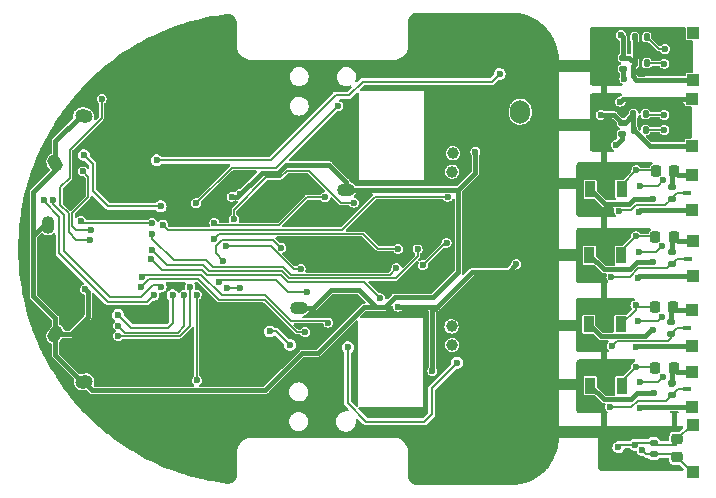
<source format=gbr>
%TF.GenerationSoftware,KiCad,Pcbnew,6.0.7-f9a2dced07~116~ubuntu20.04.1*%
%TF.CreationDate,2022-08-28T21:07:50+05:30*%
%TF.ProjectId,mushak_pcb,6d757368-616b-45f7-9063-622e6b696361,rev?*%
%TF.SameCoordinates,Original*%
%TF.FileFunction,Copper,L2,Bot*%
%TF.FilePolarity,Positive*%
%FSLAX46Y46*%
G04 Gerber Fmt 4.6, Leading zero omitted, Abs format (unit mm)*
G04 Created by KiCad (PCBNEW 6.0.7-f9a2dced07~116~ubuntu20.04.1) date 2022-08-28 21:07:50*
%MOMM*%
%LPD*%
G01*
G04 APERTURE LIST*
G04 Aperture macros list*
%AMRoundRect*
0 Rectangle with rounded corners*
0 $1 Rounding radius*
0 $2 $3 $4 $5 $6 $7 $8 $9 X,Y pos of 4 corners*
0 Add a 4 corners polygon primitive as box body*
4,1,4,$2,$3,$4,$5,$6,$7,$8,$9,$2,$3,0*
0 Add four circle primitives for the rounded corners*
1,1,$1+$1,$2,$3*
1,1,$1+$1,$4,$5*
1,1,$1+$1,$6,$7*
1,1,$1+$1,$8,$9*
0 Add four rect primitives between the rounded corners*
20,1,$1+$1,$2,$3,$4,$5,0*
20,1,$1+$1,$4,$5,$6,$7,0*
20,1,$1+$1,$6,$7,$8,$9,0*
20,1,$1+$1,$8,$9,$2,$3,0*%
%AMHorizOval*
0 Thick line with rounded ends*
0 $1 width*
0 $2 $3 position (X,Y) of the first rounded end (center of the circle)*
0 $4 $5 position (X,Y) of the second rounded end (center of the circle)*
0 Add line between two ends*
20,1,$1,$2,$3,$4,$5,0*
0 Add two circle primitives to create the rounded ends*
1,1,$1,$2,$3*
1,1,$1,$4,$5*%
G04 Aperture macros list end*
%TA.AperFunction,ComponentPad*%
%ADD10R,1.000000X1.000000*%
%TD*%
%TA.AperFunction,ComponentPad*%
%ADD11O,1.500000X1.100000*%
%TD*%
%TA.AperFunction,SMDPad,CuDef*%
%ADD12R,0.800000X0.400000*%
%TD*%
%TA.AperFunction,ComponentPad*%
%ADD13HorizOval,1.100000X-0.196962X0.034730X0.196962X-0.034730X0*%
%TD*%
%TA.AperFunction,ComponentPad*%
%ADD14RoundRect,0.250000X-0.600000X-0.750000X0.600000X-0.750000X0.600000X0.750000X-0.600000X0.750000X0*%
%TD*%
%TA.AperFunction,ComponentPad*%
%ADD15O,1.700000X2.000000*%
%TD*%
%TA.AperFunction,ComponentPad*%
%ADD16O,1.100000X1.500000*%
%TD*%
%TA.AperFunction,ComponentPad*%
%ADD17C,1.000000*%
%TD*%
%TA.AperFunction,ComponentPad*%
%ADD18HorizOval,1.100000X-0.114715X0.163830X0.114715X-0.163830X0*%
%TD*%
%TA.AperFunction,ComponentPad*%
%ADD19HorizOval,1.100000X-0.196962X-0.034730X0.196962X0.034730X0*%
%TD*%
%TA.AperFunction,ComponentPad*%
%ADD20HorizOval,1.100000X-0.114715X-0.163830X0.114715X0.163830X0*%
%TD*%
%TA.AperFunction,SMDPad,CuDef*%
%ADD21RoundRect,0.135000X0.185000X-0.135000X0.185000X0.135000X-0.185000X0.135000X-0.185000X-0.135000X0*%
%TD*%
%TA.AperFunction,SMDPad,CuDef*%
%ADD22RoundRect,0.135000X-0.135000X-0.185000X0.135000X-0.185000X0.135000X0.185000X-0.135000X0.185000X0*%
%TD*%
%TA.AperFunction,SMDPad,CuDef*%
%ADD23R,0.900000X1.400000*%
%TD*%
%TA.AperFunction,SMDPad,CuDef*%
%ADD24RoundRect,0.225000X0.250000X-0.225000X0.250000X0.225000X-0.250000X0.225000X-0.250000X-0.225000X0*%
%TD*%
%TA.AperFunction,SMDPad,CuDef*%
%ADD25RoundRect,0.225000X-0.225000X-0.250000X0.225000X-0.250000X0.225000X0.250000X-0.225000X0.250000X0*%
%TD*%
%TA.AperFunction,SMDPad,CuDef*%
%ADD26RoundRect,0.140000X0.170000X-0.140000X0.170000X0.140000X-0.170000X0.140000X-0.170000X-0.140000X0*%
%TD*%
%TA.AperFunction,ViaPad*%
%ADD27C,0.600000*%
%TD*%
%TA.AperFunction,Conductor*%
%ADD28C,0.200000*%
%TD*%
%TA.AperFunction,Conductor*%
%ADD29C,0.400000*%
%TD*%
G04 APERTURE END LIST*
D10*
%TO.P,J4,1,Pin_1*%
%TO.N,/AS5600_Left/+3V0_s*%
X205250000Y-88300000D03*
%TO.P,J4,4,Pin_4*%
%TO.N,/AS5600_Left/GND_s*%
X205250000Y-84300000D03*
%TD*%
D11*
%TO.P,J11,1,Pin_1*%
%TO.N,+3V0*%
X176000000Y-92000000D03*
%TO.P,J11,4,Pin_4*%
%TO.N,POW_GND*%
X172000000Y-92000000D03*
%TD*%
D10*
%TO.P,J8,1,Pin_1*%
%TO.N,/IR_sensor/+3V0_4*%
X205350000Y-99350000D03*
D12*
%TO.P,J8,3,Pin_3*%
%TO.N,/IR_sensor/IR_REC_4*%
X204950000Y-97850000D03*
D10*
%TO.P,J8,4,Pin_4*%
%TO.N,/IR_sensor/GND_4*%
X205350000Y-96350000D03*
%TD*%
D13*
%TO.P,J16,1,Pin_1*%
%TO.N,+3V0*%
X153772788Y-85739528D03*
%TO.P,J16,4,Pin_4*%
%TO.N,POW_GND*%
X156727212Y-86260472D03*
%TD*%
D10*
%TO.P,J7,1,Pin_1*%
%TO.N,/IR_sensor/+3V0_2*%
X205300000Y-110400000D03*
D12*
%TO.P,J7,3,Pin_3*%
%TO.N,/IR_sensor/IR_REC_2*%
X204900000Y-108900000D03*
D10*
%TO.P,J7,4,Pin_4*%
%TO.N,/IR_sensor/GND_2*%
X205300000Y-107400000D03*
%TD*%
D11*
%TO.P,J13,1,Pin_1*%
%TO.N,+3V0*%
X172000000Y-102000000D03*
%TO.P,J13,4,Pin_4*%
%TO.N,POW_GND*%
X176000000Y-102000000D03*
%TD*%
D10*
%TO.P,J6,1,Pin_1*%
%TO.N,/IR_sensor/+3V0_1*%
X205300000Y-105200000D03*
D12*
%TO.P,J6,3,Pin_3*%
%TO.N,/IR_sensor/IR_REC_1*%
X204900000Y-103700000D03*
D10*
%TO.P,J6,4,Pin_4*%
%TO.N,/IR_sensor/GND_1*%
X205300000Y-102200000D03*
%TD*%
D14*
%TO.P,J2,1,Pin_1*%
%TO.N,POW_GND*%
X188250000Y-85400000D03*
D15*
%TO.P,J2,2,Pin_2*%
%TO.N,POW_IN*%
X190750000Y-85400000D03*
%TD*%
D10*
%TO.P,J17,1,Pin_1*%
%TO.N,/VL6180x/3V0_s*%
X205350000Y-115900000D03*
%TO.P,J17,4,Pin_4*%
%TO.N,/VL6180x/GND_s*%
X205350000Y-111900000D03*
%TD*%
D16*
%TO.P,J15,1,Pin_1*%
%TO.N,+3V0*%
X150750000Y-95000000D03*
%TO.P,J15,4,Pin_4*%
%TO.N,POW_GND*%
X150750000Y-99000000D03*
%TD*%
D10*
%TO.P,J5,1,Pin_1*%
%TO.N,/AS5600_Right/+3V0_s*%
X205370000Y-82700000D03*
%TO.P,J5,4,Pin_4*%
%TO.N,/AS5600_Right/GND_s*%
X205370000Y-78700000D03*
%TD*%
D17*
%TO.P,M1,1,VMOT+*%
%TO.N,Net-(M1-Pad1)*%
X184925000Y-103575000D03*
%TO.P,M1,2,VMOT-*%
%TO.N,Net-(M1-Pad2)*%
X184975000Y-105125000D03*
%TD*%
D18*
%TO.P,J14,1,Pin_1*%
%TO.N,+3V0*%
X151389635Y-89771272D03*
%TO.P,J14,4,Pin_4*%
%TO.N,POW_GND*%
X153110365Y-92228728D03*
%TD*%
D19*
%TO.P,J10,1,Pin_1*%
%TO.N,+3V0*%
X153822788Y-108260472D03*
%TO.P,J10,4,Pin_4*%
%TO.N,POW_GND*%
X156777212Y-107739528D03*
%TD*%
D10*
%TO.P,J9,1,Pin_1*%
%TO.N,/IR_sensor/+3V0_3*%
X205300000Y-93750000D03*
D12*
%TO.P,J9,3,Pin_3*%
%TO.N,/IR_sensor/IR_REC_3*%
X204900000Y-92250000D03*
D10*
%TO.P,J9,4,Pin_4*%
%TO.N,/IR_sensor/GND_3*%
X205300000Y-90750000D03*
%TD*%
D20*
%TO.P,J12,1,Pin_1*%
%TO.N,+3V0*%
X151389635Y-104228728D03*
%TO.P,J12,4,Pin_4*%
%TO.N,POW_GND*%
X153110365Y-101771272D03*
%TD*%
D21*
%TO.P,R6,1*%
%TO.N,/IR_sensor/IR_REC_1*%
X203500000Y-104210000D03*
%TO.P,R6,2*%
%TO.N,/IR_sensor/GND_1*%
X203500000Y-103190000D03*
%TD*%
D22*
%TO.P,R10,1*%
%TO.N,/AS5600_Right/+3V0_s*%
X200440000Y-81300000D03*
%TO.P,R10,2*%
%TO.N,/AS5600_Right/SDA_s*%
X201460000Y-81300000D03*
%TD*%
D23*
%TO.P,D4,1*%
%TO.N,Net-(D4-Pad1)*%
X196602500Y-97550000D03*
%TO.P,D4,2*%
%TO.N,Net-(C38-Pad1)*%
X199302500Y-97550000D03*
%TD*%
D24*
%TO.P,C29,1*%
%TO.N,/VL6180x/3V0_s*%
X204050000Y-114675000D03*
%TO.P,C29,2*%
%TO.N,/VL6180x/GND_s*%
X204050000Y-113125000D03*
%TD*%
D25*
%TO.P,C38,1*%
%TO.N,Net-(C38-Pad1)*%
X202175000Y-96000000D03*
%TO.P,C38,2*%
%TO.N,/IR_sensor/GND_4*%
X203725000Y-96000000D03*
%TD*%
D23*
%TO.P,D2,1*%
%TO.N,Net-(D2-Pad1)*%
X196550000Y-103400000D03*
%TO.P,D2,2*%
%TO.N,Net-(C34-Pad1)*%
X199250000Y-103400000D03*
%TD*%
D22*
%TO.P,R9,1*%
%TO.N,/AS5600_Right/+3V0_s*%
X200440000Y-79100000D03*
%TO.P,R9,2*%
%TO.N,/AS5600_Right/SCL_s*%
X201460000Y-79100000D03*
%TD*%
%TO.P,R5,1*%
%TO.N,/AS5600_Left/+3V0_s*%
X200340000Y-86950000D03*
%TO.P,R5,2*%
%TO.N,/AS5600_Left/SDA_s*%
X201360000Y-86950000D03*
%TD*%
D26*
%TO.P,C23,1*%
%TO.N,/AS5600_Left/GND_s*%
X199350000Y-87280000D03*
%TO.P,C23,2*%
%TO.N,/AS5600_Left/+3V0_s*%
X199350000Y-86320000D03*
%TD*%
D23*
%TO.P,D5,1*%
%TO.N,Net-(D5-Pad1)*%
X196650000Y-91950000D03*
%TO.P,D5,2*%
%TO.N,Net-(C39-Pad1)*%
X199350000Y-91950000D03*
%TD*%
D21*
%TO.P,R13,1*%
%TO.N,/IR_sensor/IR_REC_4*%
X203550000Y-98310000D03*
%TO.P,R13,2*%
%TO.N,/IR_sensor/GND_4*%
X203550000Y-97290000D03*
%TD*%
%TO.P,R22,1*%
%TO.N,/IR_sensor/IR_REC_3*%
X203600000Y-92760000D03*
%TO.P,R22,2*%
%TO.N,/IR_sensor/GND_3*%
X203600000Y-91740000D03*
%TD*%
D23*
%TO.P,D3,1*%
%TO.N,Net-(D3-Pad1)*%
X196652500Y-108600000D03*
%TO.P,D3,2*%
%TO.N,Net-(C35-Pad1)*%
X199352500Y-108600000D03*
%TD*%
D26*
%TO.P,C22,1*%
%TO.N,/AS5600_Right/GND_s*%
X199450000Y-81780000D03*
%TO.P,C22,2*%
%TO.N,/AS5600_Right/+3V0_s*%
X199450000Y-80820000D03*
%TD*%
%TO.P,C30,1*%
%TO.N,/VL6180x/3V0_s*%
X202050000Y-114380000D03*
%TO.P,C30,2*%
%TO.N,/VL6180x/GND_s*%
X202050000Y-113420000D03*
%TD*%
D21*
%TO.P,R11,1*%
%TO.N,/IR_sensor/IR_REC_2*%
X203550000Y-109410000D03*
%TO.P,R11,2*%
%TO.N,/IR_sensor/GND_2*%
X203550000Y-108390000D03*
%TD*%
D25*
%TO.P,C34,1*%
%TO.N,Net-(C34-Pad1)*%
X202125000Y-101900000D03*
%TO.P,C34,2*%
%TO.N,/IR_sensor/GND_1*%
X203675000Y-101900000D03*
%TD*%
%TO.P,C39,1*%
%TO.N,Net-(C39-Pad1)*%
X202225000Y-90450000D03*
%TO.P,C39,2*%
%TO.N,/IR_sensor/GND_3*%
X203775000Y-90450000D03*
%TD*%
D17*
%TO.P,M2,1,VMOT+*%
%TO.N,Net-(M2-Pad1)*%
X184975000Y-90475000D03*
%TO.P,M2,2,VMOT-*%
%TO.N,Net-(M2-Pad2)*%
X185025000Y-88925000D03*
%TD*%
D22*
%TO.P,R8,1*%
%TO.N,/AS5600_Left/+3V0_s*%
X200330000Y-85600000D03*
%TO.P,R8,2*%
%TO.N,/AS5600_Left/SCL_s*%
X201350000Y-85600000D03*
%TD*%
D25*
%TO.P,C35,1*%
%TO.N,Net-(C35-Pad1)*%
X202175000Y-107100000D03*
%TO.P,C35,2*%
%TO.N,/IR_sensor/GND_2*%
X203725000Y-107100000D03*
%TD*%
D27*
%TO.N,/IR_sensor/IR_REC_1*%
X198500000Y-105200000D03*
%TO.N,/IR_sensor/+3V0_1*%
X200500000Y-105300000D03*
%TO.N,+3V0*%
X186950000Y-88800000D03*
X153900000Y-100450000D03*
X167015413Y-92378853D03*
X166300000Y-92600000D03*
%TO.N,POW_GND*%
X182850000Y-95500000D03*
X189800000Y-105000000D03*
X189800000Y-100800000D03*
X161500000Y-93400000D03*
X191700000Y-102900000D03*
X171250000Y-96700500D03*
X180900000Y-95650000D03*
X154900000Y-103350000D03*
X184000000Y-78950000D03*
X164100000Y-106700000D03*
X179100000Y-96350000D03*
X172600000Y-88950000D03*
X170980000Y-93300000D03*
X179450000Y-97600000D03*
X184700000Y-109400000D03*
X187900000Y-100800000D03*
X156000000Y-92050000D03*
X167600000Y-104800000D03*
X154250000Y-104000000D03*
X169700000Y-87400000D03*
X161200000Y-111075000D03*
X162400000Y-107700000D03*
X173500000Y-94200000D03*
X184124500Y-95600000D03*
X163900000Y-88900000D03*
X157000000Y-92000000D03*
X183900000Y-112900000D03*
X168800000Y-84300000D03*
X167000000Y-106400000D03*
X186350000Y-94600000D03*
X169700000Y-85200000D03*
X174500000Y-87950000D03*
X184775000Y-101900000D03*
X164100000Y-107550000D03*
X191700000Y-105000000D03*
X159700000Y-110450000D03*
X191700000Y-100800000D03*
X187900000Y-102900000D03*
X187900000Y-105000000D03*
X163300000Y-84500000D03*
X160300000Y-85950000D03*
X189800000Y-102900000D03*
%TO.N,NRST*%
X163300000Y-93150000D03*
X175350000Y-84950000D03*
%TO.N,DEBUG*%
X169550000Y-104000000D03*
X171250000Y-105150000D03*
%TO.N,POW_IN*%
X190400000Y-98300000D03*
X183300000Y-107350000D03*
X180400000Y-101900000D03*
%TO.N,3V0A*%
X153800000Y-89071772D03*
X160300000Y-93400000D03*
%TO.N,Net-(C27-Pad2)*%
X182500000Y-98400000D03*
X184500000Y-96500000D03*
%TO.N,/AS5600_Right/GND_s*%
X199550000Y-82600000D03*
%TO.N,Net-(C34-Pad1)*%
X200500000Y-101800000D03*
%TO.N,Net-(D3-Pad1)*%
X202100000Y-109200000D03*
%TO.N,/AS5600_Right/+3V0_s*%
X199250000Y-78900000D03*
%TO.N,Net-(D4-Pad1)*%
X202000000Y-98150000D03*
%TO.N,Net-(D5-Pad1)*%
X202000000Y-92750000D03*
%TO.N,/AS5600_Left/GND_s*%
X198845000Y-88205000D03*
X199200000Y-84550000D03*
%TO.N,/AS5600_Left/+3V0_s*%
X197550000Y-85665000D03*
X200330000Y-85600000D03*
%TO.N,SYS_JTCK-SWCLK*%
X165950000Y-100350000D03*
X167000000Y-100350000D03*
X163350000Y-108150000D03*
X163350000Y-100900000D03*
%TO.N,BAT_VOL*%
X189000000Y-82200000D03*
X159950000Y-89500000D03*
%TO.N,BUZZER_OP*%
X176150000Y-105350000D03*
X185400000Y-106650000D03*
X172650000Y-100650000D03*
X165250000Y-99849500D03*
%TO.N,/VL6180x/3V0_s*%
X201087156Y-114048624D03*
%TO.N,Net-(D2-Pad1)*%
X202000000Y-103850000D03*
%TO.N,/MPU6500/MOSI*%
X172150000Y-98700000D03*
X165800000Y-96750000D03*
%TO.N,/MPU6500/nCS*%
X165600000Y-98000000D03*
X170500000Y-96900000D03*
%TO.N,/MPU6500/MISO*%
X164800000Y-96200000D03*
X180400000Y-97000000D03*
%TO.N,SDA_1*%
X174200000Y-92650000D03*
X164850000Y-94800000D03*
%TO.N,IR_LED_2*%
X161300000Y-100950000D03*
X156700000Y-102600000D03*
%TO.N,IR_RES_2*%
X159550000Y-94800000D03*
X153550000Y-94630000D03*
%TO.N,SDA_2*%
X172550000Y-104050000D03*
X158650000Y-100200000D03*
%TO.N,SCL_2*%
X158746800Y-99396800D03*
X174500000Y-103250000D03*
%TO.N,IR_LED_3*%
X151199503Y-92900000D03*
X160300000Y-100200000D03*
%TO.N,IR_RES_3*%
X154400000Y-95400000D03*
X153700000Y-90450000D03*
%TO.N,SDA_3*%
X156700000Y-103500000D03*
X162300000Y-100900000D03*
%TO.N,IR_LED_4*%
X159691707Y-100911629D03*
X150400000Y-92900000D03*
%TO.N,SCL_3*%
X162800000Y-100200000D03*
X156700000Y-104400000D03*
%TO.N,IR_RES_4*%
X154300000Y-96250000D03*
X155300000Y-84300000D03*
%TO.N,/DRV8833_Motor_Driver/BIN2*%
X180250000Y-98649500D03*
X159600000Y-95750000D03*
%TO.N,/DRV8833_Motor_Driver/AIN2*%
X159550000Y-97100000D03*
X182046800Y-97053200D03*
%TO.N,/DRV8833_Motor_Driver/BIN1*%
X159450000Y-97850000D03*
X178900000Y-101200000D03*
%TO.N,/DRV8833_Motor_Driver/AIN1*%
X176650000Y-93100000D03*
X166500000Y-94500000D03*
%TO.N,Net-(C35-Pad1)*%
X200525000Y-107000000D03*
%TO.N,Net-(C38-Pad1)*%
X200525000Y-95950000D03*
%TO.N,Net-(C39-Pad1)*%
X200575000Y-90350000D03*
%TO.N,/IR_sensor/IR_REC_2*%
X198350000Y-110400000D03*
%TO.N,/IR_sensor/+3V0_2*%
X200850000Y-110500000D03*
%TO.N,/VL6180x/GND_s*%
X199050000Y-113800000D03*
X200433441Y-113588341D03*
%TO.N,/AS5600_Left/SDA_s*%
X202950000Y-86935000D03*
%TO.N,/DRV8833_Motor_Driver/EN*%
X184600000Y-92599500D03*
X160500000Y-94950000D03*
%TO.N,/AS5600_Left/SCL_s*%
X202950000Y-85665000D03*
%TO.N,/AS5600_Right/SDA_s*%
X202950000Y-81350000D03*
%TO.N,/AS5600_Right/SCL_s*%
X203000000Y-80100000D03*
%TO.N,/IR_sensor/IR_REC_4*%
X198450000Y-99400000D03*
%TO.N,/IR_sensor/+3V0_4*%
X200700000Y-99450000D03*
%TO.N,/IR_sensor/IR_REC_3*%
X199100000Y-93800000D03*
%TO.N,/IR_sensor/+3V0_3*%
X200800000Y-93850000D03*
%TO.N,/IR_sensor/GND_1*%
X203500000Y-103239500D03*
%TO.N,/IR_sensor/GND_2*%
X203550000Y-108420000D03*
%TO.N,/IR_sensor/GND_4*%
X203550000Y-97290000D03*
%TO.N,/IR_sensor/GND_3*%
X203600000Y-91770000D03*
%TO.N,/IR_sensor/IR_POW_1*%
X200750000Y-103100000D03*
X202750000Y-102750000D03*
%TO.N,/IR_sensor/IR_POW_2*%
X202850000Y-107850000D03*
X200850000Y-108300000D03*
%TO.N,/IR_sensor/IR_POW_4*%
X200800500Y-97250000D03*
X202783406Y-96742951D03*
%TO.N,/IR_sensor/IR_POW_3*%
X200850000Y-91650000D03*
X202864896Y-91166758D03*
%TD*%
D28*
%TO.N,/IR_sensor/IR_REC_1*%
X198500000Y-105200000D02*
X198900000Y-104800000D01*
X198900000Y-104800000D02*
X203250000Y-104800000D01*
X203500000Y-104550000D02*
X203500000Y-104210000D01*
X203500000Y-104210000D02*
X203500000Y-104200000D01*
X203250000Y-104800000D02*
X203500000Y-104550000D01*
X204000000Y-103700000D02*
X204900000Y-103700000D01*
X203500000Y-104200000D02*
X204000000Y-103700000D01*
D29*
%TO.N,/IR_sensor/+3V0_1*%
X200500000Y-105300000D02*
X200600000Y-105200000D01*
X200600000Y-105200000D02*
X205300000Y-105200000D01*
%TO.N,+3V0*%
X153900000Y-100450000D02*
X154150000Y-100700000D01*
X151389635Y-104228728D02*
X151389635Y-105989635D01*
X152671272Y-104228728D02*
X151389635Y-104228728D01*
X149500000Y-95900000D02*
X149500000Y-101000000D01*
X169150000Y-109000000D02*
X172300000Y-105850000D01*
X149500000Y-92200000D02*
X149500000Y-95900000D01*
X154500000Y-109000000D02*
X153822788Y-108322788D01*
X153772788Y-85739528D02*
X153510472Y-85739528D01*
X168850000Y-90550000D02*
X170265686Y-90550000D01*
X174700000Y-100500000D02*
X177100000Y-100500000D01*
X166800000Y-92600000D02*
X168850000Y-90550000D01*
X183350000Y-101100000D02*
X185500000Y-98950000D01*
X149500000Y-101000000D02*
X151389635Y-102889635D01*
X185600000Y-91900000D02*
X186950000Y-90550000D01*
X173600000Y-105850000D02*
X177500000Y-101950000D01*
X170265686Y-90550000D02*
X170915686Y-89900000D01*
X172300000Y-105850000D02*
X173600000Y-105850000D01*
X154150000Y-100700000D02*
X154150000Y-102750000D01*
X176000000Y-92000000D02*
X185500000Y-92000000D01*
X150750000Y-95000000D02*
X150400000Y-95000000D01*
X177100000Y-100500000D02*
X178550000Y-101950000D01*
X185500000Y-92000000D02*
X185600000Y-91900000D01*
X151389635Y-105989635D02*
X153660472Y-108260472D01*
X174550000Y-89900000D02*
X176000000Y-91350000D01*
X153660472Y-108260472D02*
X153822788Y-108260472D01*
X177500000Y-101950000D02*
X178550000Y-101950000D01*
X178550000Y-101950000D02*
X179250000Y-101950000D01*
X173200000Y-102000000D02*
X174700000Y-100500000D01*
X185500000Y-98950000D02*
X185500000Y-92000000D01*
X154150000Y-102750000D02*
X152671272Y-104228728D01*
X179250000Y-101950000D02*
X180100000Y-101100000D01*
X150400000Y-95000000D02*
X149500000Y-95900000D01*
X153822788Y-108322788D02*
X153822788Y-108260472D01*
X176000000Y-91350000D02*
X176000000Y-92000000D01*
X172000000Y-102000000D02*
X173200000Y-102000000D01*
X151389635Y-87860365D02*
X151389635Y-89771272D01*
X153510472Y-85739528D02*
X151389635Y-87860365D01*
X154500000Y-109000000D02*
X169150000Y-109000000D01*
X186950000Y-90550000D02*
X186950000Y-88800000D01*
X153772788Y-108260472D02*
X153772788Y-108272788D01*
X151389635Y-102889635D02*
X151389635Y-104228728D01*
X170915686Y-89900000D02*
X174550000Y-89900000D01*
X166300000Y-92600000D02*
X166800000Y-92600000D01*
X151389635Y-90310365D02*
X149500000Y-92200000D01*
X180100000Y-101100000D02*
X183350000Y-101100000D01*
X151389635Y-89771272D02*
X151389635Y-90310365D01*
%TO.N,POW_GND*%
X157550000Y-92000000D02*
X158150000Y-92600000D01*
X172600000Y-88950000D02*
X173500000Y-88950000D01*
X158150000Y-92600000D02*
X160700000Y-92600000D01*
X157000000Y-92000000D02*
X157550000Y-92000000D01*
X160700000Y-92600000D02*
X161500000Y-93400000D01*
X173500000Y-88950000D02*
X174500000Y-87950000D01*
D28*
%TO.N,NRST*%
X175300000Y-84950000D02*
X170100000Y-90150000D01*
X166300000Y-90150000D02*
X163300000Y-93150000D01*
X175350000Y-84950000D02*
X175300000Y-84950000D01*
X170100000Y-90150000D02*
X166300000Y-90150000D01*
%TO.N,DEBUG*%
X171250000Y-105150000D02*
X170100000Y-104000000D01*
X170100000Y-104000000D02*
X169550000Y-104000000D01*
D29*
%TO.N,POW_IN*%
X190400000Y-98300000D02*
X189750000Y-98950000D01*
X183700000Y-101900000D02*
X180400000Y-101900000D01*
X186650000Y-98950000D02*
X183700000Y-101900000D01*
X183300000Y-107350000D02*
X183300000Y-102300000D01*
X183300000Y-102300000D02*
X183700000Y-101900000D01*
X189750000Y-98950000D02*
X186650000Y-98950000D01*
D28*
%TO.N,3V0A*%
X155850000Y-93400000D02*
X160300000Y-93400000D01*
X154550000Y-89821772D02*
X154550000Y-92100000D01*
X154550000Y-92100000D02*
X155850000Y-93400000D01*
X153800000Y-89071772D02*
X154550000Y-89821772D01*
%TO.N,Net-(C27-Pad2)*%
X184400000Y-96500000D02*
X182500000Y-98400000D01*
X184500000Y-96500000D02*
X184400000Y-96500000D01*
D29*
%TO.N,/AS5600_Right/GND_s*%
X199450000Y-82500000D02*
X199550000Y-82600000D01*
X199450000Y-81780000D02*
X199450000Y-82500000D01*
D28*
%TO.N,Net-(C34-Pad1)*%
X199250000Y-103400000D02*
X200500000Y-102150000D01*
X202125000Y-101900000D02*
X200600000Y-101900000D01*
X200600000Y-101900000D02*
X200500000Y-101800000D01*
X200500000Y-101800000D02*
X200500000Y-102150000D01*
D29*
%TO.N,Net-(D3-Pad1)*%
X197802500Y-109750000D02*
X196652500Y-108600000D01*
X200650000Y-109200000D02*
X200100000Y-109750000D01*
X200100000Y-109750000D02*
X197802500Y-109750000D01*
X202100000Y-109200000D02*
X200650000Y-109200000D01*
%TO.N,/AS5600_Right/+3V0_s*%
X201406813Y-82720000D02*
X201426813Y-82700000D01*
X200440000Y-79100000D02*
X200440000Y-81300000D01*
X199450000Y-79100000D02*
X199250000Y-78900000D01*
X201426813Y-82700000D02*
X205370000Y-82700000D01*
X200570000Y-82720000D02*
X201406813Y-82720000D01*
X199450000Y-80820000D02*
X199960000Y-80820000D01*
X200250000Y-82400000D02*
X200570000Y-82720000D01*
X200440000Y-81300000D02*
X200250000Y-81490000D01*
X199450000Y-80820000D02*
X199450000Y-79100000D01*
X200250000Y-81490000D02*
X200250000Y-82400000D01*
X199960000Y-80820000D02*
X200440000Y-81300000D01*
%TO.N,Net-(D4-Pad1)*%
X197802500Y-98750000D02*
X196602500Y-97550000D01*
X200000000Y-98750000D02*
X197802500Y-98750000D01*
X202000000Y-98150000D02*
X200600000Y-98150000D01*
X200600000Y-98150000D02*
X200000000Y-98750000D01*
%TO.N,Net-(D5-Pad1)*%
X197900000Y-93200000D02*
X198823187Y-93200000D01*
X200375000Y-92750000D02*
X202000000Y-92750000D01*
X196650000Y-91950000D02*
X197900000Y-93200000D01*
X198823187Y-93200000D02*
X198843187Y-93180000D01*
X199945000Y-93180000D02*
X200375000Y-92750000D01*
X198843187Y-93180000D02*
X199945000Y-93180000D01*
%TO.N,/AS5600_Left/GND_s*%
X199200000Y-84550000D02*
X199450000Y-84300000D01*
X199350000Y-87280000D02*
X199350000Y-87700000D01*
X199450000Y-84300000D02*
X205250000Y-84300000D01*
X199350000Y-87700000D02*
X198845000Y-88205000D01*
%TO.N,/AS5600_Left/+3V0_s*%
X199610000Y-86320000D02*
X200330000Y-85600000D01*
X199350000Y-86320000D02*
X199610000Y-86320000D01*
X200330000Y-85600000D02*
X200330000Y-86940000D01*
X198695000Y-85665000D02*
X199350000Y-86320000D01*
X200330000Y-86940000D02*
X200340000Y-86950000D01*
X197550000Y-85665000D02*
X198695000Y-85665000D01*
X200340000Y-86950000D02*
X201690000Y-88300000D01*
X201690000Y-88300000D02*
X205250000Y-88300000D01*
D28*
%TO.N,SYS_JTCK-SWCLK*%
X165950000Y-100350000D02*
X167000000Y-100350000D01*
X163350000Y-108150000D02*
X163350000Y-100900000D01*
%TO.N,BAT_VOL*%
X176250000Y-84000000D02*
X175100000Y-84000000D01*
X177400000Y-82850000D02*
X176250000Y-84000000D01*
X189000000Y-82200000D02*
X188350000Y-82850000D01*
X175100000Y-84000000D02*
X169600000Y-89500000D01*
X169600000Y-89500000D02*
X159950000Y-89500000D01*
X188350000Y-82850000D02*
X177400000Y-82850000D01*
%TO.N,BUZZER_OP*%
X170050000Y-99650000D02*
X171050000Y-100650000D01*
X171050000Y-100650000D02*
X172650000Y-100650000D01*
X165250000Y-99849500D02*
X165449500Y-99650000D01*
X183250000Y-108800000D02*
X183250000Y-111000000D01*
X185400000Y-106650000D02*
X183250000Y-108800000D01*
X165449500Y-99650000D02*
X170050000Y-99650000D01*
X176150000Y-110100000D02*
X176150000Y-105350000D01*
X177700000Y-111650000D02*
X176150000Y-110100000D01*
X182600000Y-111650000D02*
X177700000Y-111650000D01*
X183250000Y-111000000D02*
X182600000Y-111650000D01*
%TO.N,/VL6180x/3V0_s*%
X201087156Y-114048624D02*
X200947439Y-114188341D01*
X201418532Y-114380000D02*
X201087156Y-114048624D01*
X204050000Y-114675000D02*
X204050000Y-114380000D01*
X205350000Y-115900000D02*
X205275000Y-115900000D01*
X204050000Y-114380000D02*
X201418532Y-114380000D01*
X205275000Y-115900000D02*
X204050000Y-114675000D01*
D29*
%TO.N,Net-(D2-Pad1)*%
X197550000Y-104400000D02*
X196550000Y-103400000D01*
X201300000Y-104400000D02*
X197550000Y-104400000D01*
X202000000Y-103850000D02*
X201850000Y-103850000D01*
X201850000Y-103850000D02*
X201300000Y-104400000D01*
D28*
%TO.N,/MPU6500/MOSI*%
X169600000Y-96750000D02*
X165800000Y-96750000D01*
X171550000Y-98700000D02*
X169600000Y-96750000D01*
X172150000Y-98700000D02*
X171550000Y-98700000D01*
%TO.N,/MPU6500/nCS*%
X165035392Y-96700000D02*
X165000000Y-96700000D01*
X170500000Y-96900000D02*
X169830000Y-96230000D01*
X169830000Y-96230000D02*
X165505392Y-96230000D01*
X165000000Y-97400000D02*
X165600000Y-98000000D01*
X165505392Y-96230000D02*
X165035392Y-96700000D01*
X165000000Y-96700000D02*
X165000000Y-97400000D01*
%TO.N,/MPU6500/MISO*%
X177464608Y-95750000D02*
X165250000Y-95750000D01*
X180400000Y-97000000D02*
X178714608Y-97000000D01*
X165250000Y-95750000D02*
X164800000Y-96200000D01*
X178714608Y-97000000D02*
X177464608Y-95750000D01*
%TO.N,SDA_1*%
X172650000Y-92650000D02*
X174200000Y-92650000D01*
X164850000Y-94800000D02*
X165070000Y-95020000D01*
X170280000Y-95020000D02*
X172650000Y-92650000D01*
X165070000Y-95020000D02*
X170280000Y-95020000D01*
%TO.N,IR_LED_2*%
X157800000Y-103700000D02*
X156700000Y-102600000D01*
X160900000Y-103700000D02*
X157800000Y-103700000D01*
X161300000Y-100950000D02*
X161300000Y-103300000D01*
X161300000Y-103300000D02*
X160900000Y-103700000D01*
%TO.N,IR_RES_2*%
X153720000Y-94800000D02*
X159550000Y-94800000D01*
X153550000Y-94630000D02*
X153720000Y-94800000D01*
%TO.N,SDA_2*%
X158933200Y-99916800D02*
X158962192Y-99916800D01*
X169125736Y-101350000D02*
X171825736Y-104050000D01*
X171825736Y-104050000D02*
X172550000Y-104050000D01*
X163500000Y-99600000D02*
X165250000Y-101350000D01*
X159278992Y-99600000D02*
X163500000Y-99600000D01*
X158650000Y-100200000D02*
X158933200Y-99916800D01*
X158962192Y-99916800D02*
X159278992Y-99600000D01*
X165250000Y-101350000D02*
X169125736Y-101350000D01*
%TO.N,SCL_2*%
X158943600Y-99200000D02*
X158746800Y-99396800D01*
X165450000Y-100950000D02*
X163700000Y-99200000D01*
X174350000Y-103100000D02*
X171300000Y-103100000D01*
X169150000Y-100950000D02*
X165450000Y-100950000D01*
X174500000Y-103250000D02*
X174350000Y-103100000D01*
X171300000Y-103100000D02*
X169150000Y-100950000D01*
X163700000Y-99200000D02*
X158943600Y-99200000D01*
%TO.N,IR_LED_3*%
X152100000Y-94135021D02*
X152100000Y-97200000D01*
X158655307Y-101099500D02*
X159654807Y-100100000D01*
X155999500Y-101099500D02*
X158655307Y-101099500D01*
X160200000Y-100100000D02*
X160300000Y-100200000D01*
X151199503Y-92900000D02*
X151199503Y-93234524D01*
X151199503Y-93234524D02*
X152100000Y-94135021D01*
X159654807Y-100100000D02*
X160200000Y-100100000D01*
X152100000Y-97200000D02*
X155999500Y-101099500D01*
%TO.N,IR_RES_3*%
X154150000Y-92650000D02*
X152820000Y-93980000D01*
X154150000Y-90900000D02*
X154150000Y-92650000D01*
X152820000Y-95080000D02*
X153140000Y-95400000D01*
X153700000Y-90450000D02*
X154150000Y-90900000D01*
X152820000Y-93980000D02*
X152820000Y-95080000D01*
X153140000Y-95400000D02*
X154400000Y-95400000D01*
%TO.N,SDA_3*%
X156700000Y-103500000D02*
X157300000Y-104100000D01*
X162300000Y-103575736D02*
X162300000Y-100900000D01*
X157300000Y-104100000D02*
X161775736Y-104100000D01*
X161775736Y-104100000D02*
X162300000Y-103575736D01*
%TO.N,IR_LED_4*%
X155833814Y-101499500D02*
X159103836Y-101499500D01*
X151700000Y-97365686D02*
X155833814Y-101499500D01*
X150400000Y-92900000D02*
X150400000Y-93000707D01*
X150400000Y-93000707D02*
X151700000Y-94300707D01*
X151700000Y-94300707D02*
X151700000Y-97365686D01*
X159103836Y-101499500D02*
X159691707Y-100911629D01*
%TO.N,SCL_3*%
X162800000Y-100200000D02*
X162800000Y-103500000D01*
X162800000Y-103500000D02*
X161900000Y-104400000D01*
X161900000Y-104400000D02*
X156700000Y-104400000D01*
%TO.N,IR_RES_4*%
X152600000Y-91000000D02*
X152600000Y-88600000D01*
X154300000Y-96250000D02*
X153150000Y-96250000D01*
X152600000Y-88600000D02*
X155300000Y-85900000D01*
X155300000Y-85900000D02*
X155300000Y-84300000D01*
X151800000Y-91800000D02*
X152600000Y-91000000D01*
X153150000Y-96250000D02*
X152500000Y-95600000D01*
X152500000Y-93969336D02*
X151800000Y-93269335D01*
X152500000Y-95600000D02*
X152500000Y-93969336D01*
X151800000Y-93269335D02*
X151800000Y-91800000D01*
%TO.N,/DRV8833_Motor_Driver/BIN2*%
X171320000Y-99220000D02*
X179679500Y-99220000D01*
X164120000Y-97970000D02*
X164700000Y-98550000D01*
X164700000Y-98550000D02*
X170650000Y-98550000D01*
X179679500Y-99220000D02*
X180250000Y-98649500D01*
X159600000Y-96160000D02*
X161410000Y-97970000D01*
X170650000Y-98550000D02*
X171320000Y-99220000D01*
X161410000Y-97970000D02*
X164120000Y-97970000D01*
X159600000Y-95750000D02*
X159600000Y-96160000D01*
%TO.N,/DRV8833_Motor_Driver/AIN2*%
X164400000Y-98900000D02*
X170575736Y-98900000D01*
X160840000Y-98390000D02*
X163890000Y-98390000D01*
X171195736Y-99520000D02*
X180180000Y-99520000D01*
X170575736Y-98900000D02*
X171195736Y-99520000D01*
X163890000Y-98390000D02*
X164400000Y-98900000D01*
X182046800Y-97653200D02*
X182046800Y-97053200D01*
X159550000Y-97100000D02*
X160840000Y-98390000D01*
X180180000Y-99520000D02*
X182046800Y-97653200D01*
%TO.N,/DRV8833_Motor_Driver/BIN1*%
X171071472Y-99820000D02*
X177520000Y-99820000D01*
X163800000Y-98800000D02*
X164250000Y-99250000D01*
X164250000Y-99250000D02*
X170501472Y-99250000D01*
X160400000Y-98800000D02*
X163800000Y-98800000D01*
X170501472Y-99250000D02*
X171071472Y-99820000D01*
X177520000Y-99820000D02*
X178900000Y-101200000D01*
X159450000Y-97850000D02*
X160400000Y-98800000D01*
%TO.N,/DRV8833_Motor_Driver/AIN1*%
X175550000Y-93100000D02*
X172850000Y-90400000D01*
X166500000Y-93700000D02*
X166500000Y-94500000D01*
X176650000Y-93100000D02*
X175550000Y-93100000D01*
X172850000Y-90400000D02*
X170981372Y-90400000D01*
X169250000Y-90950000D02*
X166500000Y-93700000D01*
X170981372Y-90400000D02*
X170431371Y-90950000D01*
X170431371Y-90950000D02*
X169250000Y-90950000D01*
%TO.N,Net-(C35-Pad1)*%
X200525000Y-107000000D02*
X202075000Y-107000000D01*
X202075000Y-107000000D02*
X202175000Y-107100000D01*
X199352500Y-108600000D02*
X199352500Y-108172500D01*
X199352500Y-108172500D02*
X200525000Y-107000000D01*
%TO.N,Net-(C38-Pad1)*%
X200525000Y-95950000D02*
X202125000Y-95950000D01*
X199302500Y-97172500D02*
X200525000Y-95950000D01*
X199302500Y-97550000D02*
X199302500Y-97172500D01*
X202125000Y-95950000D02*
X202175000Y-96000000D01*
%TO.N,Net-(C39-Pad1)*%
X199350000Y-91575000D02*
X200575000Y-90350000D01*
X199350000Y-91950000D02*
X199350000Y-91575000D01*
X202125000Y-90350000D02*
X202225000Y-90450000D01*
X200575000Y-90350000D02*
X202125000Y-90350000D01*
%TO.N,/IR_sensor/IR_REC_2*%
X204060000Y-108900000D02*
X204900000Y-108900000D01*
X200700000Y-109850000D02*
X203110000Y-109850000D01*
X203110000Y-109850000D02*
X203550000Y-109410000D01*
X203550000Y-109410000D02*
X204060000Y-108900000D01*
X200150000Y-110400000D02*
X200700000Y-109850000D01*
X198350000Y-110400000D02*
X200150000Y-110400000D01*
D29*
%TO.N,/IR_sensor/+3V0_2*%
X205300000Y-110400000D02*
X200950000Y-110400000D01*
X200950000Y-110400000D02*
X200850000Y-110500000D01*
D28*
%TO.N,/VL6180x/GND_s*%
X205275000Y-111900000D02*
X204050000Y-113125000D01*
X204050000Y-113420000D02*
X203890000Y-113580000D01*
X202050000Y-113580000D02*
X201918624Y-113448624D01*
X199261659Y-113588341D02*
X199050000Y-113800000D01*
X200601782Y-113420000D02*
X200433441Y-113588341D01*
X200573158Y-113448624D02*
X200433441Y-113588341D01*
X200433441Y-113588341D02*
X199261659Y-113588341D01*
X204050000Y-113125000D02*
X204050000Y-113420000D01*
X201918624Y-113448624D02*
X200573158Y-113448624D01*
X205350000Y-111900000D02*
X205275000Y-111900000D01*
X203890000Y-113580000D02*
X202050000Y-113580000D01*
%TO.N,/AS5600_Left/SDA_s*%
X201375000Y-86935000D02*
X201360000Y-86950000D01*
X202950000Y-86935000D02*
X201375000Y-86935000D01*
%TO.N,/DRV8833_Motor_Driver/EN*%
X178450000Y-92600000D02*
X184599500Y-92600000D01*
X175650000Y-95400000D02*
X178450000Y-92600000D01*
X160500000Y-94950000D02*
X160950000Y-95400000D01*
X160950000Y-95400000D02*
X175650000Y-95400000D01*
X184599500Y-92600000D02*
X184600000Y-92599500D01*
%TO.N,/AS5600_Left/SCL_s*%
X201415000Y-85665000D02*
X201350000Y-85600000D01*
X202950000Y-85665000D02*
X201415000Y-85665000D01*
%TO.N,/AS5600_Right/SDA_s*%
X202900000Y-81300000D02*
X201460000Y-81300000D01*
X202950000Y-81350000D02*
X202900000Y-81300000D01*
%TO.N,/AS5600_Right/SCL_s*%
X202460000Y-80100000D02*
X201460000Y-79100000D01*
X203000000Y-80100000D02*
X202460000Y-80100000D01*
%TO.N,/IR_sensor/IR_REC_4*%
X200000000Y-99400000D02*
X200730000Y-98670000D01*
X203550000Y-98310000D02*
X204010000Y-97850000D01*
X203190000Y-98670000D02*
X203550000Y-98310000D01*
X200730000Y-98670000D02*
X203190000Y-98670000D01*
X204010000Y-97850000D02*
X204950000Y-97850000D01*
X198450000Y-99400000D02*
X200000000Y-99400000D01*
D29*
%TO.N,/IR_sensor/+3V0_4*%
X200700000Y-99450000D02*
X200800000Y-99350000D01*
X200800000Y-99350000D02*
X205350000Y-99350000D01*
D28*
%TO.N,/IR_sensor/IR_REC_3*%
X203600000Y-92700000D02*
X204050000Y-92250000D01*
X200150000Y-93750000D02*
X200570000Y-93330000D01*
X199100000Y-93800000D02*
X199150000Y-93750000D01*
X203030000Y-93330000D02*
X203600000Y-92760000D01*
X203600000Y-92760000D02*
X203600000Y-92700000D01*
X199150000Y-93750000D02*
X200150000Y-93750000D01*
X204050000Y-92250000D02*
X204900000Y-92250000D01*
X200570000Y-93330000D02*
X203030000Y-93330000D01*
D29*
%TO.N,/IR_sensor/+3V0_3*%
X200800000Y-93850000D02*
X200900000Y-93750000D01*
X200900000Y-93750000D02*
X205300000Y-93750000D01*
%TO.N,/IR_sensor/GND_1*%
X203975000Y-102200000D02*
X205300000Y-102200000D01*
X203675000Y-101900000D02*
X203975000Y-102200000D01*
X203675000Y-101900000D02*
X203500000Y-102075000D01*
X203500000Y-102075000D02*
X203500000Y-103190000D01*
%TO.N,/IR_sensor/GND_2*%
X205300000Y-107400000D02*
X204025000Y-107400000D01*
X203550000Y-108390000D02*
X203550000Y-107275000D01*
X203550000Y-107275000D02*
X203725000Y-107100000D01*
X204025000Y-107400000D02*
X203725000Y-107100000D01*
%TO.N,/IR_sensor/GND_4*%
X203725000Y-96000000D02*
X203550000Y-96175000D01*
X205350000Y-96350000D02*
X204075000Y-96350000D01*
X204075000Y-96350000D02*
X203725000Y-96000000D01*
X203550000Y-96175000D02*
X203550000Y-97290000D01*
%TO.N,/IR_sensor/GND_3*%
X205300000Y-90750000D02*
X204075000Y-90750000D01*
X203600000Y-90625000D02*
X203600000Y-91740000D01*
X203775000Y-90450000D02*
X203600000Y-90625000D01*
X204075000Y-90750000D02*
X203775000Y-90450000D01*
D28*
%TO.N,/IR_sensor/IR_POW_1*%
X202750000Y-102750000D02*
X202400000Y-103100000D01*
X202400000Y-103100000D02*
X200750000Y-103100000D01*
%TO.N,/IR_sensor/IR_POW_2*%
X202850000Y-107850000D02*
X202400000Y-108300000D01*
X202400000Y-108300000D02*
X200850000Y-108300000D01*
%TO.N,/IR_sensor/IR_POW_4*%
X202783406Y-96742951D02*
X202276357Y-97250000D01*
X202276357Y-97250000D02*
X200800500Y-97250000D01*
%TO.N,/IR_sensor/IR_POW_3*%
X202864896Y-91166758D02*
X202381654Y-91650000D01*
X202381654Y-91650000D02*
X200850000Y-91650000D01*
%TD*%
%TA.AperFunction,Conductor*%
%TO.N,POW_GND*%
G36*
X189999962Y-77001066D02*
G01*
X190000000Y-77001082D01*
X190000034Y-77001068D01*
X190002904Y-77001134D01*
X190345457Y-77016971D01*
X190355501Y-77017465D01*
X190364093Y-77017887D01*
X190375317Y-77018943D01*
X190619914Y-77053063D01*
X190620996Y-77053219D01*
X190741251Y-77071057D01*
X190751586Y-77073036D01*
X190862920Y-77099221D01*
X190972014Y-77124880D01*
X190973781Y-77125309D01*
X191111546Y-77159817D01*
X191120973Y-77162573D01*
X191169819Y-77178945D01*
X191327663Y-77231849D01*
X191329956Y-77232643D01*
X191471630Y-77283334D01*
X191480059Y-77286699D01*
X191525397Y-77306717D01*
X191675337Y-77372922D01*
X191678315Y-77374283D01*
X191818246Y-77440465D01*
X191825684Y-77444291D01*
X192005766Y-77544596D01*
X192009868Y-77546881D01*
X192013333Y-77548883D01*
X192148232Y-77629739D01*
X192154662Y-77633863D01*
X192327345Y-77752153D01*
X192331196Y-77754899D01*
X192458636Y-77849415D01*
X192464072Y-77853683D01*
X192624454Y-77986863D01*
X192628551Y-77990416D01*
X192733811Y-78085818D01*
X192746625Y-78097432D01*
X192751103Y-78101697D01*
X192898303Y-78248897D01*
X192902568Y-78253375D01*
X192912640Y-78264487D01*
X192996306Y-78356798D01*
X193009573Y-78371436D01*
X193013137Y-78375546D01*
X193084417Y-78461384D01*
X193146317Y-78535928D01*
X193150585Y-78541364D01*
X193245101Y-78668804D01*
X193247847Y-78672655D01*
X193366137Y-78845338D01*
X193370261Y-78851768D01*
X193451117Y-78986667D01*
X193453115Y-78990126D01*
X193537382Y-79141413D01*
X193555708Y-79174314D01*
X193559535Y-79181754D01*
X193625717Y-79321685D01*
X193627078Y-79324663D01*
X193713016Y-79519293D01*
X193713298Y-79519932D01*
X193716666Y-79528370D01*
X193767357Y-79670044D01*
X193768151Y-79672337D01*
X193798397Y-79762578D01*
X193837427Y-79879027D01*
X193840183Y-79888454D01*
X193874691Y-80026219D01*
X193875120Y-80027986D01*
X193892058Y-80100000D01*
X193926964Y-80248414D01*
X193928943Y-80258749D01*
X193941205Y-80341413D01*
X193946781Y-80379006D01*
X193946937Y-80380086D01*
X193981057Y-80624684D01*
X193982113Y-80635907D01*
X193983008Y-80654119D01*
X193983025Y-80654455D01*
X193998992Y-80999822D01*
X193998918Y-81000000D01*
X193999235Y-81000765D01*
X194000000Y-81001082D01*
X194000198Y-81001000D01*
X196649802Y-81001000D01*
X196650000Y-81001082D01*
X196650765Y-81000765D01*
X196651000Y-81000198D01*
X196651082Y-81000000D01*
X196651000Y-80999802D01*
X196651000Y-78461384D01*
X196653421Y-78436802D01*
X196664446Y-78381378D01*
X196683260Y-78335958D01*
X196710471Y-78295234D01*
X196745234Y-78260471D01*
X196785958Y-78233260D01*
X196831378Y-78214446D01*
X196886802Y-78203421D01*
X196911384Y-78201000D01*
X204643500Y-78201000D01*
X204711621Y-78221002D01*
X204758114Y-78274658D01*
X204769500Y-78327000D01*
X204769501Y-78768438D01*
X204769501Y-79209898D01*
X204775331Y-79239213D01*
X204797543Y-79272457D01*
X204830787Y-79294669D01*
X204860101Y-79300500D01*
X205223000Y-79300500D01*
X205291121Y-79320502D01*
X205337614Y-79374158D01*
X205349000Y-79426500D01*
X205349000Y-81973501D01*
X205328998Y-82041622D01*
X205275342Y-82088115D01*
X205223000Y-82099501D01*
X204860102Y-82099501D01*
X204830787Y-82105331D01*
X204797543Y-82127543D01*
X204775331Y-82160787D01*
X204769500Y-82190101D01*
X204769500Y-82273500D01*
X204749498Y-82341621D01*
X204695842Y-82388114D01*
X204643500Y-82399500D01*
X201479179Y-82399500D01*
X201476506Y-82399304D01*
X201471471Y-82397575D01*
X201459849Y-82398011D01*
X201459847Y-82398011D01*
X201422557Y-82399411D01*
X201417831Y-82399500D01*
X201398865Y-82399500D01*
X201394130Y-82400381D01*
X201390603Y-82400610D01*
X201386067Y-82400780D01*
X201359604Y-82401774D01*
X201348917Y-82406366D01*
X201344305Y-82407405D01*
X201332618Y-82410955D01*
X201332368Y-82411052D01*
X201332193Y-82411085D01*
X201325125Y-82413232D01*
X201316766Y-82414789D01*
X201316616Y-82413986D01*
X201287007Y-82419500D01*
X200746661Y-82419500D01*
X200678540Y-82399498D01*
X200657566Y-82382595D01*
X200587405Y-82312434D01*
X200553379Y-82250122D01*
X200550500Y-82223339D01*
X200550500Y-81833393D01*
X200570502Y-81765272D01*
X200624158Y-81718779D01*
X200651915Y-81709814D01*
X200666888Y-81706836D01*
X200677203Y-81699944D01*
X200677205Y-81699943D01*
X200734470Y-81661679D01*
X200744786Y-81654786D01*
X200751679Y-81644470D01*
X200789943Y-81587205D01*
X200789944Y-81587203D01*
X200796836Y-81576888D01*
X200810500Y-81508196D01*
X201089500Y-81508196D01*
X201103164Y-81576888D01*
X201110056Y-81587203D01*
X201110057Y-81587205D01*
X201148321Y-81644470D01*
X201155214Y-81654786D01*
X201165530Y-81661679D01*
X201222795Y-81699943D01*
X201222797Y-81699944D01*
X201233112Y-81706836D01*
X201245279Y-81709256D01*
X201245281Y-81709257D01*
X201280075Y-81716178D01*
X201301804Y-81720500D01*
X201618196Y-81720500D01*
X201639925Y-81716178D01*
X201674719Y-81709257D01*
X201674721Y-81709256D01*
X201686888Y-81706836D01*
X201697203Y-81699944D01*
X201697205Y-81699943D01*
X201754470Y-81661679D01*
X201764786Y-81654786D01*
X201771679Y-81644470D01*
X201809943Y-81587205D01*
X201809944Y-81587203D01*
X201816836Y-81576888D01*
X201817516Y-81573470D01*
X201858187Y-81523000D01*
X201930047Y-81500500D01*
X202477531Y-81500500D01*
X202545652Y-81520502D01*
X202589798Y-81569297D01*
X202598923Y-81587205D01*
X202605567Y-81600245D01*
X202699755Y-81694433D01*
X202724097Y-81706836D01*
X202786069Y-81738412D01*
X202818438Y-81754905D01*
X202950000Y-81775742D01*
X203081562Y-81754905D01*
X203113932Y-81738412D01*
X203175903Y-81706836D01*
X203200245Y-81694433D01*
X203294433Y-81600245D01*
X203354905Y-81481562D01*
X203375742Y-81350000D01*
X203354905Y-81218438D01*
X203294433Y-81099755D01*
X203200245Y-81005567D01*
X203081562Y-80945095D01*
X202950000Y-80924258D01*
X202818438Y-80945095D01*
X202699755Y-81005567D01*
X202642727Y-81062595D01*
X202580415Y-81096621D01*
X202553632Y-81099500D01*
X201930047Y-81099500D01*
X201861926Y-81079498D01*
X201817471Y-81026304D01*
X201816836Y-81023112D01*
X201809944Y-81012797D01*
X201809943Y-81012795D01*
X201771679Y-80955530D01*
X201764786Y-80945214D01*
X201753795Y-80937870D01*
X201697205Y-80900057D01*
X201697203Y-80900056D01*
X201686888Y-80893164D01*
X201674721Y-80890744D01*
X201674719Y-80890743D01*
X201639925Y-80883822D01*
X201618196Y-80879500D01*
X201301804Y-80879500D01*
X201280075Y-80883822D01*
X201245281Y-80890743D01*
X201245279Y-80890744D01*
X201233112Y-80893164D01*
X201222797Y-80900056D01*
X201222795Y-80900057D01*
X201166205Y-80937870D01*
X201155214Y-80945214D01*
X201148321Y-80955530D01*
X201110057Y-81012795D01*
X201110056Y-81012797D01*
X201103164Y-81023112D01*
X201100744Y-81035279D01*
X201100743Y-81035281D01*
X201099472Y-81041671D01*
X201089500Y-81091804D01*
X201089500Y-81508196D01*
X200810500Y-81508196D01*
X200810500Y-81091804D01*
X200800528Y-81041671D01*
X200799257Y-81035281D01*
X200799256Y-81035279D01*
X200796836Y-81023112D01*
X200789944Y-81012797D01*
X200789943Y-81012795D01*
X200761735Y-80970580D01*
X200740500Y-80900578D01*
X200740500Y-79499422D01*
X200761735Y-79429420D01*
X200789943Y-79387205D01*
X200789944Y-79387203D01*
X200796836Y-79376888D01*
X200810500Y-79308196D01*
X201089500Y-79308196D01*
X201103164Y-79376888D01*
X201110056Y-79387203D01*
X201110057Y-79387205D01*
X201136314Y-79426500D01*
X201155214Y-79454786D01*
X201165530Y-79461679D01*
X201222795Y-79499943D01*
X201222797Y-79499944D01*
X201233112Y-79506836D01*
X201245279Y-79509256D01*
X201245281Y-79509257D01*
X201280075Y-79516178D01*
X201301804Y-79520500D01*
X201544760Y-79520500D01*
X201612881Y-79540502D01*
X201633855Y-79557405D01*
X202292615Y-80216165D01*
X202294221Y-80217965D01*
X202299052Y-80228024D01*
X202319361Y-80244266D01*
X202320672Y-80245314D01*
X202327190Y-80251147D01*
X202329201Y-80252751D01*
X202334208Y-80257758D01*
X202340199Y-80261523D01*
X202342648Y-80263477D01*
X202349247Y-80268167D01*
X202359410Y-80276295D01*
X202359415Y-80276297D01*
X202370492Y-80285156D01*
X202382015Y-80287806D01*
X202392028Y-80294099D01*
X202406128Y-80295693D01*
X202406131Y-80295694D01*
X202419061Y-80297156D01*
X202427308Y-80298565D01*
X202430265Y-80298901D01*
X202437219Y-80300500D01*
X202444352Y-80300500D01*
X202447109Y-80300813D01*
X202455705Y-80301298D01*
X202462156Y-80302027D01*
X202468823Y-80302781D01*
X202468824Y-80302781D01*
X202482924Y-80304375D01*
X202493604Y-80300645D01*
X202496203Y-80300500D01*
X202557143Y-80300500D01*
X202625264Y-80320502D01*
X202654464Y-80348080D01*
X202655567Y-80350245D01*
X202749755Y-80444433D01*
X202758588Y-80448933D01*
X202758587Y-80448933D01*
X202841851Y-80491358D01*
X202868438Y-80504905D01*
X202930030Y-80514660D01*
X202964485Y-80520117D01*
X203000000Y-80525742D01*
X203035516Y-80520117D01*
X203069970Y-80514660D01*
X203131562Y-80504905D01*
X203158150Y-80491358D01*
X203241413Y-80448933D01*
X203241412Y-80448933D01*
X203250245Y-80444433D01*
X203344433Y-80350245D01*
X203376729Y-80286861D01*
X203400404Y-80240396D01*
X203400404Y-80240395D01*
X203404905Y-80231562D01*
X203425742Y-80100000D01*
X203404905Y-79968438D01*
X203344433Y-79849755D01*
X203250245Y-79755567D01*
X203131562Y-79695095D01*
X203000000Y-79674258D01*
X202868438Y-79695095D01*
X202749755Y-79755567D01*
X202663531Y-79841791D01*
X202601219Y-79875817D01*
X202530404Y-79870752D01*
X202485341Y-79841791D01*
X201867405Y-79223855D01*
X201833379Y-79161543D01*
X201830500Y-79134760D01*
X201830500Y-78891804D01*
X201826178Y-78870075D01*
X201819257Y-78835281D01*
X201819256Y-78835279D01*
X201816836Y-78823112D01*
X201809944Y-78812797D01*
X201809943Y-78812795D01*
X201771679Y-78755530D01*
X201764786Y-78745214D01*
X201704924Y-78705215D01*
X201697205Y-78700057D01*
X201697203Y-78700056D01*
X201686888Y-78693164D01*
X201674721Y-78690744D01*
X201674719Y-78690743D01*
X201639925Y-78683822D01*
X201618196Y-78679500D01*
X201301804Y-78679500D01*
X201280075Y-78683822D01*
X201245281Y-78690743D01*
X201245279Y-78690744D01*
X201233112Y-78693164D01*
X201222797Y-78700056D01*
X201222795Y-78700057D01*
X201215076Y-78705215D01*
X201155214Y-78745214D01*
X201148321Y-78755530D01*
X201110057Y-78812795D01*
X201110056Y-78812797D01*
X201103164Y-78823112D01*
X201100744Y-78835279D01*
X201100743Y-78835281D01*
X201093822Y-78870075D01*
X201089500Y-78891804D01*
X201089500Y-79308196D01*
X200810500Y-79308196D01*
X200810500Y-78891804D01*
X200806178Y-78870075D01*
X200799257Y-78835281D01*
X200799256Y-78835279D01*
X200796836Y-78823112D01*
X200789944Y-78812797D01*
X200789943Y-78812795D01*
X200751679Y-78755530D01*
X200744786Y-78745214D01*
X200684924Y-78705215D01*
X200677205Y-78700057D01*
X200677203Y-78700056D01*
X200666888Y-78693164D01*
X200654721Y-78690744D01*
X200654719Y-78690743D01*
X200619925Y-78683822D01*
X200598196Y-78679500D01*
X200281804Y-78679500D01*
X200260075Y-78683822D01*
X200225281Y-78690743D01*
X200225279Y-78690744D01*
X200213112Y-78693164D01*
X200202797Y-78700056D01*
X200202795Y-78700057D01*
X200195076Y-78705215D01*
X200135214Y-78745214D01*
X200128321Y-78755530D01*
X200090057Y-78812795D01*
X200090056Y-78812797D01*
X200083164Y-78823112D01*
X200080744Y-78835279D01*
X200080743Y-78835281D01*
X200073822Y-78870075D01*
X200069500Y-78891804D01*
X200069500Y-79308196D01*
X200083164Y-79376888D01*
X200090056Y-79387203D01*
X200090057Y-79387205D01*
X200118265Y-79429420D01*
X200139500Y-79499422D01*
X200139500Y-80393520D01*
X200119498Y-80461641D01*
X200065842Y-80508134D01*
X200013085Y-80518287D01*
X200013085Y-80519500D01*
X200010074Y-80519500D01*
X200008026Y-80519260D01*
X200007435Y-80519374D01*
X200007020Y-80519354D01*
X200007030Y-80519144D01*
X199995569Y-80517802D01*
X199986254Y-80517346D01*
X199974934Y-80514660D01*
X199963405Y-80516229D01*
X199963404Y-80516229D01*
X199947827Y-80518349D01*
X199930836Y-80519500D01*
X199876500Y-80519500D01*
X199808379Y-80499498D01*
X199761886Y-80445842D01*
X199750500Y-80393500D01*
X199750500Y-79152370D01*
X199750696Y-79149695D01*
X199752426Y-79144658D01*
X199750589Y-79095729D01*
X199750500Y-79091003D01*
X199750500Y-79072052D01*
X199749618Y-79067319D01*
X199749390Y-79063792D01*
X199748663Y-79044420D01*
X199748662Y-79044418D01*
X199748226Y-79032792D01*
X199743632Y-79022100D01*
X199742595Y-79017497D01*
X199739038Y-79005786D01*
X199737339Y-79001383D01*
X199735209Y-78989947D01*
X199722272Y-78968959D01*
X199713769Y-78952589D01*
X199707548Y-78938109D01*
X199707545Y-78938104D01*
X199704036Y-78929937D01*
X199700023Y-78925051D01*
X199698944Y-78923972D01*
X199693770Y-78915471D01*
X199695216Y-78914591D01*
X199669578Y-78861080D01*
X199656456Y-78778230D01*
X199656456Y-78778229D01*
X199654905Y-78768438D01*
X199594433Y-78649755D01*
X199500245Y-78555567D01*
X199381562Y-78495095D01*
X199250000Y-78474258D01*
X199118438Y-78495095D01*
X198999755Y-78555567D01*
X198905567Y-78649755D01*
X198845095Y-78768438D01*
X198824258Y-78900000D01*
X198845095Y-79031562D01*
X198849596Y-79040395D01*
X198849596Y-79040396D01*
X198875382Y-79091003D01*
X198905567Y-79150245D01*
X198999755Y-79244433D01*
X199008588Y-79248933D01*
X199008587Y-79248933D01*
X199080703Y-79285678D01*
X199132318Y-79334426D01*
X199149500Y-79397945D01*
X199149500Y-80414951D01*
X199129498Y-80483072D01*
X199115104Y-80500933D01*
X199106609Y-80506609D01*
X199099716Y-80516925D01*
X199060347Y-80575844D01*
X199060346Y-80575846D01*
X199053454Y-80586161D01*
X199039500Y-80656312D01*
X199039500Y-80983688D01*
X199053454Y-81053839D01*
X199060346Y-81064154D01*
X199060347Y-81064156D01*
X199099716Y-81123075D01*
X199106609Y-81133391D01*
X199186161Y-81186546D01*
X199189958Y-81187301D01*
X199240635Y-81228140D01*
X199263056Y-81295503D01*
X199245498Y-81364294D01*
X199194472Y-81411801D01*
X199186161Y-81413454D01*
X199106609Y-81466609D01*
X199099716Y-81476925D01*
X199060347Y-81535844D01*
X199060346Y-81535846D01*
X199053454Y-81546161D01*
X199039500Y-81616312D01*
X199039500Y-81943688D01*
X199053454Y-82013839D01*
X199060346Y-82024154D01*
X199060347Y-82024156D01*
X199090803Y-82069736D01*
X199106609Y-82093391D01*
X199113830Y-82098216D01*
X199146621Y-82158266D01*
X199149500Y-82185049D01*
X199149500Y-82439945D01*
X199144989Y-82468421D01*
X199145095Y-82468438D01*
X199124258Y-82600000D01*
X199145095Y-82731562D01*
X199205567Y-82850245D01*
X199299755Y-82944433D01*
X199308585Y-82948932D01*
X199308589Y-82948935D01*
X199331745Y-82960733D01*
X199383361Y-83009481D01*
X199400427Y-83078395D01*
X199377527Y-83145597D01*
X199321929Y-83189750D01*
X199274543Y-83199000D01*
X198050198Y-83199000D01*
X198050000Y-83198918D01*
X198049802Y-83199000D01*
X198049235Y-83199235D01*
X198048918Y-83200000D01*
X198049000Y-83200198D01*
X198049000Y-83799802D01*
X198048918Y-83800000D01*
X198049000Y-83800198D01*
X198049235Y-83800765D01*
X198050000Y-83801082D01*
X198050198Y-83801000D01*
X199237639Y-83801000D01*
X199305760Y-83821002D01*
X199352253Y-83874658D01*
X199362357Y-83944932D01*
X199332863Y-84009512D01*
X199295223Y-84037031D01*
X199295708Y-84037828D01*
X199288111Y-84042452D01*
X199279937Y-84045964D01*
X199275051Y-84049978D01*
X199272866Y-84052163D01*
X199270603Y-84054215D01*
X199270458Y-84054055D01*
X199261451Y-84061175D01*
X199254555Y-84067427D01*
X199244652Y-84073532D01*
X199237612Y-84082791D01*
X199237609Y-84082793D01*
X199237531Y-84082896D01*
X199237343Y-84083034D01*
X199228993Y-84090606D01*
X199228222Y-84089756D01*
X199180376Y-84125013D01*
X199156946Y-84131077D01*
X199068438Y-84145095D01*
X198949755Y-84205567D01*
X198855567Y-84299755D01*
X198845965Y-84318600D01*
X198808928Y-84391290D01*
X198795095Y-84418438D01*
X198774258Y-84550000D01*
X198795095Y-84681562D01*
X198799596Y-84690395D01*
X198799596Y-84690396D01*
X198803034Y-84697144D01*
X198855567Y-84800245D01*
X198949755Y-84894433D01*
X198961660Y-84900499D01*
X199053919Y-84947507D01*
X199068438Y-84954905D01*
X199200000Y-84975742D01*
X199331562Y-84954905D01*
X199346082Y-84947507D01*
X199438340Y-84900499D01*
X199450245Y-84894433D01*
X199544433Y-84800245D01*
X199593096Y-84704739D01*
X199600402Y-84690400D01*
X199600402Y-84690399D01*
X199603375Y-84684565D01*
X199603377Y-84684562D01*
X199604905Y-84681562D01*
X199605293Y-84681760D01*
X199641396Y-84628959D01*
X199706793Y-84601321D01*
X199721157Y-84600500D01*
X204523501Y-84600500D01*
X204591622Y-84620502D01*
X204638115Y-84674158D01*
X204649501Y-84726500D01*
X204649501Y-84809898D01*
X204655331Y-84839213D01*
X204677543Y-84872457D01*
X204710787Y-84894669D01*
X204740101Y-84900500D01*
X205123000Y-84900500D01*
X205191121Y-84920502D01*
X205237614Y-84974158D01*
X205249000Y-85026500D01*
X205249000Y-87573501D01*
X205228998Y-87641622D01*
X205175342Y-87688115D01*
X205123000Y-87699501D01*
X204740102Y-87699501D01*
X204710787Y-87705331D01*
X204677543Y-87727543D01*
X204655331Y-87760787D01*
X204649500Y-87790101D01*
X204649500Y-87873500D01*
X204629498Y-87941621D01*
X204575842Y-87988114D01*
X204523500Y-87999500D01*
X201866661Y-87999500D01*
X201798540Y-87979498D01*
X201777566Y-87962595D01*
X201400566Y-87585595D01*
X201366540Y-87523283D01*
X201371605Y-87452468D01*
X201414152Y-87395632D01*
X201480672Y-87370821D01*
X201489661Y-87370500D01*
X201518196Y-87370500D01*
X201539925Y-87366178D01*
X201574719Y-87359257D01*
X201574721Y-87359256D01*
X201586888Y-87356836D01*
X201597203Y-87349944D01*
X201597205Y-87349943D01*
X201654470Y-87311679D01*
X201664786Y-87304786D01*
X201716836Y-87226888D01*
X201719257Y-87214715D01*
X201719851Y-87213282D01*
X201764399Y-87158001D01*
X201836260Y-87135500D01*
X202507143Y-87135500D01*
X202575264Y-87155502D01*
X202604464Y-87183080D01*
X202605567Y-87185245D01*
X202699755Y-87279433D01*
X202818438Y-87339905D01*
X202950000Y-87360742D01*
X203081562Y-87339905D01*
X203200245Y-87279433D01*
X203294433Y-87185245D01*
X203354905Y-87066562D01*
X203375742Y-86935000D01*
X203354905Y-86803438D01*
X203294433Y-86684755D01*
X203200245Y-86590567D01*
X203113696Y-86546468D01*
X203090396Y-86534596D01*
X203090395Y-86534596D01*
X203081562Y-86530095D01*
X202950000Y-86509258D01*
X202818438Y-86530095D01*
X202809605Y-86534596D01*
X202809604Y-86534596D01*
X202786304Y-86546468D01*
X202699755Y-86590567D01*
X202605567Y-86684755D01*
X202605135Y-86685602D01*
X202552856Y-86725915D01*
X202507143Y-86734500D01*
X201823834Y-86734500D01*
X201755713Y-86714498D01*
X201719587Y-86671274D01*
X201716836Y-86673112D01*
X201671679Y-86605530D01*
X201664786Y-86595214D01*
X201651097Y-86586067D01*
X201597205Y-86550057D01*
X201597203Y-86550056D01*
X201586888Y-86543164D01*
X201574721Y-86540744D01*
X201574719Y-86540743D01*
X201539925Y-86533822D01*
X201518196Y-86529500D01*
X201201804Y-86529500D01*
X201180075Y-86533822D01*
X201145281Y-86540743D01*
X201145279Y-86540744D01*
X201133112Y-86543164D01*
X201122797Y-86550056D01*
X201122795Y-86550057D01*
X201068903Y-86586067D01*
X201055214Y-86595214D01*
X201048321Y-86605530D01*
X201010057Y-86662795D01*
X201010056Y-86662797D01*
X201003164Y-86673112D01*
X201000744Y-86685279D01*
X201000743Y-86685281D01*
X200997716Y-86700500D01*
X200989500Y-86741804D01*
X200989500Y-86870339D01*
X200969498Y-86938460D01*
X200915842Y-86984953D01*
X200845568Y-86995057D01*
X200780988Y-86965563D01*
X200774405Y-86959434D01*
X200747405Y-86932434D01*
X200713379Y-86870122D01*
X200710500Y-86843339D01*
X200710500Y-86741804D01*
X200702284Y-86700500D01*
X200699257Y-86685281D01*
X200699256Y-86685279D01*
X200696836Y-86673112D01*
X200689944Y-86662797D01*
X200689943Y-86662795D01*
X200651735Y-86605614D01*
X200630500Y-86535612D01*
X200630500Y-85999422D01*
X200651735Y-85929420D01*
X200679943Y-85887205D01*
X200679944Y-85887203D01*
X200686836Y-85876888D01*
X200695812Y-85831762D01*
X200700073Y-85810344D01*
X200711384Y-85777726D01*
X200730405Y-85740395D01*
X200730406Y-85740392D01*
X200734905Y-85731562D01*
X200735527Y-85727633D01*
X200773740Y-85671748D01*
X200839136Y-85644110D01*
X200909093Y-85656216D01*
X200961400Y-85704222D01*
X200979500Y-85769289D01*
X200979500Y-85808196D01*
X200981241Y-85816950D01*
X200990743Y-85864719D01*
X200990744Y-85864721D01*
X200993164Y-85876888D01*
X201000056Y-85887203D01*
X201000057Y-85887205D01*
X201022972Y-85921499D01*
X201045214Y-85954786D01*
X201055530Y-85961679D01*
X201112795Y-85999943D01*
X201112797Y-85999944D01*
X201123112Y-86006836D01*
X201135279Y-86009256D01*
X201135281Y-86009257D01*
X201158790Y-86013933D01*
X201191804Y-86020500D01*
X201508196Y-86020500D01*
X201541210Y-86013933D01*
X201564719Y-86009257D01*
X201564721Y-86009256D01*
X201576888Y-86006836D01*
X201587203Y-85999944D01*
X201587205Y-85999943D01*
X201644470Y-85961679D01*
X201654786Y-85954786D01*
X201677029Y-85921498D01*
X201731504Y-85875971D01*
X201781793Y-85865500D01*
X202507143Y-85865500D01*
X202575264Y-85885502D01*
X202604464Y-85913080D01*
X202605567Y-85915245D01*
X202699755Y-86009433D01*
X202818438Y-86069905D01*
X202950000Y-86090742D01*
X203081562Y-86069905D01*
X203200245Y-86009433D01*
X203294433Y-85915245D01*
X203342054Y-85821784D01*
X203350404Y-85805396D01*
X203350404Y-85805395D01*
X203354905Y-85796562D01*
X203375742Y-85665000D01*
X203354905Y-85533438D01*
X203329069Y-85482731D01*
X203305900Y-85437260D01*
X203294433Y-85414755D01*
X203200245Y-85320567D01*
X203081562Y-85260095D01*
X202950000Y-85239258D01*
X202818438Y-85260095D01*
X202699755Y-85320567D01*
X202605567Y-85414755D01*
X202605135Y-85415602D01*
X202552856Y-85455915D01*
X202507143Y-85464500D01*
X201838366Y-85464500D01*
X201770245Y-85444498D01*
X201723752Y-85390842D01*
X201714787Y-85363083D01*
X201710488Y-85341473D01*
X201706836Y-85323112D01*
X201699944Y-85312797D01*
X201699943Y-85312795D01*
X201661679Y-85255530D01*
X201654786Y-85245214D01*
X201623280Y-85224162D01*
X201587205Y-85200057D01*
X201587203Y-85200056D01*
X201576888Y-85193164D01*
X201564721Y-85190744D01*
X201564719Y-85190743D01*
X201529925Y-85183822D01*
X201508196Y-85179500D01*
X201191804Y-85179500D01*
X201170075Y-85183822D01*
X201135281Y-85190743D01*
X201135279Y-85190744D01*
X201123112Y-85193164D01*
X201112797Y-85200056D01*
X201112795Y-85200057D01*
X201076720Y-85224162D01*
X201045214Y-85245214D01*
X201038321Y-85255530D01*
X201000057Y-85312795D01*
X201000056Y-85312797D01*
X200993164Y-85323112D01*
X200990744Y-85335279D01*
X200990743Y-85335281D01*
X200986140Y-85358425D01*
X200979500Y-85391804D01*
X200979500Y-85430711D01*
X200959498Y-85498832D01*
X200905842Y-85545325D01*
X200835568Y-85555429D01*
X200770988Y-85525935D01*
X200735545Y-85472478D01*
X200734905Y-85468438D01*
X200730406Y-85459608D01*
X200730405Y-85459605D01*
X200711384Y-85422274D01*
X200700073Y-85389656D01*
X200695812Y-85368238D01*
X200686836Y-85323112D01*
X200679944Y-85312797D01*
X200679943Y-85312795D01*
X200641679Y-85255530D01*
X200634786Y-85245214D01*
X200603280Y-85224162D01*
X200567205Y-85200057D01*
X200567203Y-85200056D01*
X200556888Y-85193164D01*
X200544721Y-85190744D01*
X200544719Y-85190743D01*
X200509925Y-85183822D01*
X200488196Y-85179500D01*
X200373015Y-85179500D01*
X200353304Y-85177949D01*
X200339793Y-85175809D01*
X200330000Y-85174258D01*
X200320207Y-85175809D01*
X200306696Y-85177949D01*
X200286985Y-85179500D01*
X200171804Y-85179500D01*
X200150075Y-85183822D01*
X200115281Y-85190743D01*
X200115279Y-85190744D01*
X200103112Y-85193164D01*
X200092797Y-85200056D01*
X200092795Y-85200057D01*
X200056720Y-85224162D01*
X200025214Y-85245214D01*
X200018321Y-85255530D01*
X199980057Y-85312795D01*
X199980056Y-85312797D01*
X199973164Y-85323112D01*
X199964188Y-85368238D01*
X199959927Y-85389656D01*
X199948616Y-85422274D01*
X199929596Y-85459603D01*
X199929595Y-85459606D01*
X199925095Y-85468438D01*
X199923544Y-85478229D01*
X199923544Y-85478230D01*
X199910517Y-85560480D01*
X199875164Y-85629864D01*
X199735740Y-85769289D01*
X199602434Y-85902595D01*
X199540121Y-85936620D01*
X199513338Y-85939500D01*
X199446661Y-85939500D01*
X199378540Y-85919498D01*
X199357566Y-85902595D01*
X198944519Y-85489548D01*
X198942763Y-85487514D01*
X198940425Y-85482731D01*
X198904523Y-85449427D01*
X198901118Y-85446147D01*
X198887723Y-85432752D01*
X198883753Y-85430028D01*
X198881105Y-85427703D01*
X198866881Y-85414508D01*
X198866878Y-85414506D01*
X198858354Y-85406599D01*
X198847550Y-85402289D01*
X198843561Y-85399767D01*
X198832773Y-85394006D01*
X198828448Y-85392089D01*
X198818854Y-85385508D01*
X198807535Y-85382822D01*
X198807533Y-85382821D01*
X198794873Y-85379817D01*
X198777276Y-85374252D01*
X198762638Y-85368412D01*
X198762635Y-85368411D01*
X198754378Y-85365117D01*
X198748085Y-85364500D01*
X198745006Y-85364500D01*
X198741933Y-85364350D01*
X198741944Y-85364134D01*
X198730569Y-85362802D01*
X198721254Y-85362346D01*
X198709934Y-85359660D01*
X198698405Y-85361229D01*
X198698404Y-85361229D01*
X198682827Y-85363349D01*
X198665836Y-85364500D01*
X197896368Y-85364500D01*
X197828247Y-85344498D01*
X197807273Y-85327595D01*
X197800245Y-85320567D01*
X197681562Y-85260095D01*
X197550000Y-85239258D01*
X197418438Y-85260095D01*
X197299755Y-85320567D01*
X197205567Y-85414755D01*
X197194100Y-85437260D01*
X197170932Y-85482731D01*
X197145095Y-85533438D01*
X197124258Y-85665000D01*
X197145095Y-85796562D01*
X197149596Y-85805395D01*
X197149596Y-85805396D01*
X197157946Y-85821784D01*
X197205567Y-85915245D01*
X197299755Y-86009433D01*
X197418438Y-86069905D01*
X197550000Y-86090742D01*
X197681562Y-86069905D01*
X197800245Y-86009433D01*
X197807273Y-86002405D01*
X197807298Y-86002391D01*
X197815277Y-85996594D01*
X197816026Y-85997625D01*
X197869585Y-85968379D01*
X197896368Y-85965500D01*
X198518339Y-85965500D01*
X198586460Y-85985502D01*
X198607434Y-86002405D01*
X198902595Y-86297566D01*
X198936621Y-86359878D01*
X198939500Y-86386661D01*
X198939500Y-86483688D01*
X198953454Y-86553839D01*
X198960346Y-86564154D01*
X198960347Y-86564156D01*
X198996789Y-86618695D01*
X199006609Y-86633391D01*
X199086161Y-86686546D01*
X199089958Y-86687301D01*
X199140635Y-86728140D01*
X199163056Y-86795503D01*
X199145498Y-86864294D01*
X199094472Y-86911801D01*
X199086161Y-86913454D01*
X199006609Y-86966609D01*
X198999716Y-86976925D01*
X198960347Y-87035844D01*
X198960346Y-87035846D01*
X198953454Y-87046161D01*
X198939500Y-87116312D01*
X198939500Y-87443688D01*
X198953454Y-87513839D01*
X198960348Y-87524156D01*
X198965097Y-87535622D01*
X198963525Y-87536273D01*
X198980400Y-87590176D01*
X198961614Y-87658642D01*
X198943515Y-87681514D01*
X198874866Y-87750163D01*
X198812554Y-87784189D01*
X198805482Y-87785517D01*
X198723230Y-87798544D01*
X198723229Y-87798544D01*
X198713438Y-87800095D01*
X198704605Y-87804596D01*
X198704604Y-87804596D01*
X198664163Y-87825202D01*
X198594755Y-87860567D01*
X198500567Y-87954755D01*
X198440095Y-88073438D01*
X198419258Y-88205000D01*
X198440095Y-88336562D01*
X198500567Y-88455245D01*
X198594755Y-88549433D01*
X198603585Y-88553932D01*
X198603589Y-88553935D01*
X198616932Y-88560733D01*
X198668548Y-88609480D01*
X198685614Y-88678395D01*
X198662714Y-88745597D01*
X198607117Y-88789750D01*
X198559730Y-88799000D01*
X198050198Y-88799000D01*
X198050000Y-88798918D01*
X198049802Y-88799000D01*
X198049235Y-88799235D01*
X198048918Y-88800000D01*
X198049000Y-88800198D01*
X198049000Y-89649802D01*
X198048918Y-89650000D01*
X198049000Y-89650198D01*
X198049235Y-89650765D01*
X198050000Y-89651082D01*
X198050198Y-89651000D01*
X201838786Y-89651000D01*
X201906907Y-89671002D01*
X201953400Y-89724658D01*
X201963504Y-89794932D01*
X201934010Y-89859512D01*
X201892036Y-89891195D01*
X201820414Y-89924593D01*
X201810421Y-89929253D01*
X201729253Y-90010421D01*
X201724594Y-90020413D01*
X201724593Y-90020414D01*
X201698323Y-90076750D01*
X201651405Y-90130035D01*
X201584128Y-90149500D01*
X201017857Y-90149500D01*
X200949736Y-90129498D01*
X200920536Y-90101920D01*
X200919433Y-90099755D01*
X200825245Y-90005567D01*
X200748417Y-89966421D01*
X200715396Y-89949596D01*
X200715395Y-89949596D01*
X200706562Y-89945095D01*
X200575000Y-89924258D01*
X200443438Y-89945095D01*
X200434605Y-89949596D01*
X200434604Y-89949596D01*
X200401583Y-89966421D01*
X200324755Y-90005567D01*
X200230567Y-90099755D01*
X200170095Y-90218438D01*
X200168544Y-90228231D01*
X200154289Y-90318238D01*
X200149258Y-90350000D01*
X200158657Y-90409344D01*
X200149557Y-90479752D01*
X200123303Y-90518147D01*
X199528855Y-91112595D01*
X199466543Y-91146621D01*
X199439760Y-91149500D01*
X198953943Y-91149501D01*
X198890102Y-91149501D01*
X198876190Y-91152268D01*
X198872961Y-91152910D01*
X198860787Y-91155331D01*
X198827543Y-91177543D01*
X198805331Y-91210787D01*
X198799500Y-91240101D01*
X198799501Y-92659898D01*
X198802063Y-92672781D01*
X198802803Y-92676499D01*
X198805331Y-92689213D01*
X198812222Y-92699526D01*
X198812223Y-92699529D01*
X198813497Y-92701435D01*
X198814997Y-92706226D01*
X198816974Y-92710999D01*
X198816547Y-92711176D01*
X198834711Y-92769188D01*
X198815927Y-92837655D01*
X198763110Y-92885098D01*
X198754083Y-92888991D01*
X198748733Y-92891055D01*
X198703381Y-92899500D01*
X198076661Y-92899500D01*
X198008540Y-92879498D01*
X197987566Y-92862595D01*
X197237405Y-92112434D01*
X197203379Y-92050122D01*
X197200500Y-92023339D01*
X197200499Y-91246295D01*
X197200499Y-91240102D01*
X197197714Y-91226099D01*
X197197089Y-91222955D01*
X197194669Y-91210787D01*
X197172457Y-91177543D01*
X197139213Y-91155331D01*
X197109899Y-91149500D01*
X196650223Y-91149500D01*
X196190102Y-91149501D01*
X196176190Y-91152268D01*
X196172961Y-91152910D01*
X196160787Y-91155331D01*
X196127543Y-91177543D01*
X196105331Y-91210787D01*
X196099500Y-91240101D01*
X196099501Y-92659898D01*
X196102063Y-92672781D01*
X196102803Y-92676499D01*
X196105331Y-92689213D01*
X196127543Y-92722457D01*
X196160787Y-92744669D01*
X196190101Y-92750500D01*
X196278643Y-92750500D01*
X196973338Y-92750499D01*
X197041459Y-92770501D01*
X197062433Y-92787404D01*
X197650481Y-93375452D01*
X197652237Y-93377486D01*
X197654575Y-93382269D01*
X197663104Y-93390181D01*
X197663105Y-93390182D01*
X197690477Y-93415573D01*
X197693882Y-93418853D01*
X197707277Y-93432248D01*
X197711247Y-93434972D01*
X197713895Y-93437297D01*
X197728119Y-93450492D01*
X197728122Y-93450494D01*
X197736646Y-93458401D01*
X197747450Y-93462711D01*
X197751439Y-93465233D01*
X197762227Y-93470994D01*
X197766552Y-93472911D01*
X197776146Y-93479492D01*
X197787465Y-93482178D01*
X197787467Y-93482179D01*
X197800127Y-93485183D01*
X197817724Y-93490748D01*
X197832362Y-93496588D01*
X197832365Y-93496589D01*
X197840622Y-93499883D01*
X197846915Y-93500500D01*
X197849994Y-93500500D01*
X197853067Y-93500650D01*
X197853056Y-93500866D01*
X197864431Y-93502198D01*
X197873746Y-93502654D01*
X197885066Y-93505340D01*
X197896595Y-93503771D01*
X197896596Y-93503771D01*
X197912173Y-93501651D01*
X197929164Y-93500500D01*
X198577868Y-93500500D01*
X198645989Y-93520502D01*
X198692482Y-93574158D01*
X198702586Y-93644432D01*
X198698606Y-93661547D01*
X198695095Y-93668438D01*
X198693544Y-93678231D01*
X198693543Y-93678234D01*
X198677909Y-93776948D01*
X198674258Y-93800000D01*
X198695095Y-93931562D01*
X198755567Y-94050245D01*
X198789227Y-94083905D01*
X198823253Y-94146217D01*
X198818188Y-94217032D01*
X198775641Y-94273868D01*
X198709121Y-94298679D01*
X198700132Y-94299000D01*
X198050198Y-94299000D01*
X198050000Y-94298918D01*
X198049802Y-94299000D01*
X198049235Y-94299235D01*
X198048918Y-94300000D01*
X198049000Y-94300198D01*
X198049000Y-95249802D01*
X198048918Y-95250000D01*
X198049000Y-95250198D01*
X198049235Y-95250765D01*
X198050000Y-95251082D01*
X198050198Y-95251000D01*
X201690117Y-95251000D01*
X201758238Y-95271002D01*
X201804731Y-95324658D01*
X201814835Y-95394932D01*
X201785341Y-95459512D01*
X201766698Y-95476326D01*
X201760421Y-95479253D01*
X201679253Y-95560421D01*
X201674594Y-95570413D01*
X201674593Y-95570414D01*
X201636345Y-95652438D01*
X201630741Y-95664455D01*
X201630389Y-95664291D01*
X201595661Y-95718563D01*
X201531138Y-95748182D01*
X201512962Y-95749500D01*
X200967857Y-95749500D01*
X200899736Y-95729498D01*
X200870536Y-95701920D01*
X200869433Y-95699755D01*
X200775245Y-95605567D01*
X200701843Y-95568167D01*
X200665396Y-95549596D01*
X200665395Y-95549596D01*
X200656562Y-95545095D01*
X200590781Y-95534677D01*
X200534793Y-95525809D01*
X200525000Y-95524258D01*
X200515207Y-95525809D01*
X200459219Y-95534677D01*
X200393438Y-95545095D01*
X200384605Y-95549596D01*
X200384604Y-95549596D01*
X200348157Y-95568167D01*
X200274755Y-95605567D01*
X200180567Y-95699755D01*
X200172296Y-95715987D01*
X200137617Y-95784050D01*
X200120095Y-95818438D01*
X200099258Y-95950000D01*
X200108538Y-96008587D01*
X200108657Y-96009341D01*
X200099558Y-96079752D01*
X200073303Y-96118148D01*
X199773283Y-96418167D01*
X199478854Y-96712596D01*
X199416542Y-96746621D01*
X199389759Y-96749500D01*
X198906177Y-96749501D01*
X198842602Y-96749501D01*
X198828690Y-96752268D01*
X198825461Y-96752910D01*
X198813287Y-96755331D01*
X198780043Y-96777543D01*
X198757831Y-96810787D01*
X198752000Y-96840101D01*
X198752001Y-98259898D01*
X198754362Y-98271769D01*
X198757831Y-98289213D01*
X198756214Y-98289535D01*
X198762271Y-98345872D01*
X198730492Y-98409359D01*
X198669433Y-98445586D01*
X198638273Y-98449500D01*
X197979161Y-98449500D01*
X197911040Y-98429498D01*
X197890066Y-98412595D01*
X197189905Y-97712434D01*
X197155879Y-97650122D01*
X197153000Y-97623339D01*
X197152999Y-96846295D01*
X197152999Y-96840102D01*
X197150232Y-96826190D01*
X197149589Y-96822955D01*
X197147169Y-96810787D01*
X197124957Y-96777543D01*
X197091713Y-96755331D01*
X197062399Y-96749500D01*
X196602723Y-96749500D01*
X196142602Y-96749501D01*
X196128690Y-96752268D01*
X196125461Y-96752910D01*
X196113287Y-96755331D01*
X196080043Y-96777543D01*
X196057831Y-96810787D01*
X196052000Y-96840101D01*
X196052001Y-98259898D01*
X196054059Y-98270248D01*
X196055303Y-98276499D01*
X196057831Y-98289213D01*
X196080043Y-98322457D01*
X196113287Y-98344669D01*
X196142601Y-98350500D01*
X196231141Y-98350500D01*
X196925837Y-98350499D01*
X196993958Y-98370501D01*
X197014933Y-98387404D01*
X197284784Y-98657256D01*
X197552988Y-98925460D01*
X197554737Y-98927486D01*
X197557075Y-98932269D01*
X197565604Y-98940181D01*
X197565605Y-98940182D01*
X197592963Y-98965560D01*
X197596368Y-98968840D01*
X197609776Y-98982248D01*
X197613755Y-98984978D01*
X197616384Y-98987286D01*
X197639146Y-99008401D01*
X197649953Y-99012712D01*
X197653948Y-99015238D01*
X197664742Y-99021001D01*
X197669054Y-99022912D01*
X197678646Y-99029492D01*
X197689963Y-99032178D01*
X197689964Y-99032178D01*
X197702627Y-99035183D01*
X197720224Y-99040748D01*
X197734862Y-99046588D01*
X197734865Y-99046589D01*
X197743122Y-99049883D01*
X197749415Y-99050500D01*
X197752494Y-99050500D01*
X197755567Y-99050650D01*
X197755556Y-99050866D01*
X197766931Y-99052198D01*
X197776246Y-99052654D01*
X197787566Y-99055340D01*
X197799095Y-99053771D01*
X197799096Y-99053771D01*
X197814673Y-99051651D01*
X197831664Y-99050500D01*
X197950526Y-99050500D01*
X198018647Y-99070502D01*
X198065140Y-99124158D01*
X198075244Y-99194432D01*
X198062793Y-99233702D01*
X198049597Y-99259601D01*
X198049596Y-99259605D01*
X198045095Y-99268438D01*
X198024258Y-99400000D01*
X198045095Y-99531562D01*
X198049596Y-99540395D01*
X198049596Y-99540396D01*
X198063847Y-99568365D01*
X198105567Y-99650245D01*
X198139293Y-99683971D01*
X198173319Y-99746283D01*
X198176198Y-99773066D01*
X198176198Y-99777347D01*
X198156196Y-99845468D01*
X198102540Y-99891961D01*
X198059107Y-99899000D01*
X198050198Y-99899000D01*
X198050000Y-99898918D01*
X198049802Y-99899000D01*
X198049235Y-99899235D01*
X198048918Y-99900000D01*
X198049000Y-99900198D01*
X198049000Y-101149802D01*
X198048918Y-101150000D01*
X198049000Y-101150198D01*
X198049235Y-101150765D01*
X198050000Y-101151082D01*
X198050198Y-101151000D01*
X200329172Y-101151000D01*
X200397293Y-101171002D01*
X200443786Y-101224658D01*
X200453890Y-101294932D01*
X200424396Y-101359512D01*
X200371448Y-101394618D01*
X200368438Y-101395095D01*
X200359605Y-101399596D01*
X200359604Y-101399596D01*
X200337150Y-101411037D01*
X200249755Y-101455567D01*
X200155567Y-101549755D01*
X200136383Y-101587405D01*
X200100719Y-101657401D01*
X200095095Y-101668438D01*
X200093544Y-101678231D01*
X200080076Y-101763269D01*
X200074258Y-101800000D01*
X200095095Y-101931562D01*
X200155567Y-102050245D01*
X200161346Y-102056024D01*
X200184880Y-102121977D01*
X200168802Y-102191129D01*
X200148181Y-102218269D01*
X199803419Y-102563031D01*
X199741107Y-102597057D01*
X199709899Y-102598869D01*
X199709899Y-102599500D01*
X198790102Y-102599501D01*
X198781313Y-102601249D01*
X198772961Y-102602910D01*
X198760787Y-102605331D01*
X198727543Y-102627543D01*
X198705331Y-102660787D01*
X198699500Y-102690101D01*
X198699501Y-103390867D01*
X198699501Y-103973500D01*
X198679499Y-104041621D01*
X198625843Y-104088114D01*
X198573501Y-104099500D01*
X197726662Y-104099500D01*
X197658541Y-104079498D01*
X197637567Y-104062595D01*
X197137405Y-103562433D01*
X197103379Y-103500121D01*
X197100500Y-103473338D01*
X197100499Y-102696295D01*
X197100499Y-102690102D01*
X197097732Y-102676190D01*
X197097089Y-102672955D01*
X197094669Y-102660787D01*
X197072457Y-102627543D01*
X197039213Y-102605331D01*
X197009899Y-102599500D01*
X196550223Y-102599500D01*
X196090102Y-102599501D01*
X196081313Y-102601249D01*
X196072961Y-102602910D01*
X196060787Y-102605331D01*
X196027543Y-102627543D01*
X196005331Y-102660787D01*
X195999500Y-102690101D01*
X195999501Y-104109898D01*
X196000709Y-104115971D01*
X196002803Y-104126499D01*
X196005331Y-104139213D01*
X196012223Y-104149528D01*
X196019970Y-104161122D01*
X196027543Y-104172457D01*
X196060787Y-104194669D01*
X196090101Y-104200500D01*
X196178643Y-104200500D01*
X196873338Y-104200499D01*
X196941459Y-104220501D01*
X196962433Y-104237404D01*
X197300481Y-104575452D01*
X197302237Y-104577486D01*
X197304575Y-104582269D01*
X197313104Y-104590181D01*
X197313105Y-104590182D01*
X197340477Y-104615573D01*
X197343882Y-104618853D01*
X197357277Y-104632248D01*
X197361247Y-104634972D01*
X197363895Y-104637297D01*
X197366279Y-104639508D01*
X197386646Y-104658401D01*
X197397453Y-104662713D01*
X197401438Y-104665232D01*
X197412247Y-104671004D01*
X197416552Y-104672911D01*
X197426146Y-104679493D01*
X197445282Y-104684034D01*
X197450136Y-104685186D01*
X197467732Y-104690751D01*
X197490622Y-104699883D01*
X197496915Y-104700500D01*
X197499997Y-104700500D01*
X197503067Y-104700650D01*
X197503056Y-104700866D01*
X197514431Y-104702198D01*
X197523745Y-104702653D01*
X197535066Y-104705340D01*
X197546595Y-104703771D01*
X197546596Y-104703771D01*
X197562173Y-104701651D01*
X197579164Y-104700500D01*
X198100632Y-104700500D01*
X198168753Y-104720502D01*
X198215246Y-104774158D01*
X198225350Y-104844432D01*
X198195856Y-104909012D01*
X198189727Y-104915595D01*
X198155567Y-104949755D01*
X198095095Y-105068438D01*
X198093544Y-105078231D01*
X198081408Y-105154859D01*
X198074258Y-105200000D01*
X198095095Y-105331562D01*
X198099596Y-105340395D01*
X198099596Y-105340396D01*
X198110784Y-105362354D01*
X198155567Y-105450245D01*
X198239227Y-105533905D01*
X198273253Y-105596217D01*
X198268188Y-105667032D01*
X198225641Y-105723868D01*
X198159121Y-105748679D01*
X198150132Y-105749000D01*
X198050198Y-105749000D01*
X198050000Y-105748918D01*
X198049802Y-105749000D01*
X198049235Y-105749235D01*
X198048918Y-105750000D01*
X198049000Y-105750198D01*
X198049000Y-106349802D01*
X198048918Y-106350000D01*
X198049000Y-106350198D01*
X198049235Y-106350765D01*
X198050000Y-106351082D01*
X198050198Y-106351000D01*
X200354172Y-106351000D01*
X200422293Y-106371002D01*
X200468786Y-106424658D01*
X200478890Y-106494932D01*
X200449396Y-106559512D01*
X200396448Y-106594618D01*
X200393438Y-106595095D01*
X200274755Y-106655567D01*
X200180567Y-106749755D01*
X200120095Y-106868438D01*
X200099258Y-107000000D01*
X200108657Y-107059344D01*
X200099557Y-107129752D01*
X200073303Y-107168147D01*
X199478855Y-107762595D01*
X199416543Y-107796621D01*
X199389760Y-107799500D01*
X198950874Y-107799501D01*
X198892602Y-107799501D01*
X198878690Y-107802268D01*
X198875461Y-107802910D01*
X198863287Y-107805331D01*
X198830043Y-107827543D01*
X198807831Y-107860787D01*
X198802000Y-107890101D01*
X198802001Y-109309898D01*
X198802498Y-109312399D01*
X198789502Y-109380909D01*
X198740659Y-109432434D01*
X198677340Y-109449500D01*
X197979162Y-109449500D01*
X197911041Y-109429498D01*
X197890067Y-109412595D01*
X197239905Y-108762433D01*
X197205879Y-108700121D01*
X197203000Y-108673338D01*
X197202999Y-107896295D01*
X197202999Y-107890102D01*
X197200232Y-107876190D01*
X197199589Y-107872955D01*
X197197169Y-107860787D01*
X197174957Y-107827543D01*
X197141713Y-107805331D01*
X197112399Y-107799500D01*
X196652723Y-107799500D01*
X196192602Y-107799501D01*
X196178690Y-107802268D01*
X196175461Y-107802910D01*
X196163287Y-107805331D01*
X196130043Y-107827543D01*
X196107831Y-107860787D01*
X196102000Y-107890101D01*
X196102001Y-109309898D01*
X196103209Y-109315971D01*
X196105303Y-109326499D01*
X196107831Y-109339213D01*
X196130043Y-109372457D01*
X196163287Y-109394669D01*
X196192601Y-109400500D01*
X196281143Y-109400500D01*
X196975838Y-109400499D01*
X197043959Y-109420501D01*
X197064933Y-109437404D01*
X197552981Y-109925452D01*
X197554737Y-109927486D01*
X197557075Y-109932269D01*
X197565604Y-109940181D01*
X197565605Y-109940182D01*
X197592977Y-109965573D01*
X197596382Y-109968853D01*
X197609777Y-109982248D01*
X197613747Y-109984972D01*
X197616395Y-109987297D01*
X197639146Y-110008401D01*
X197649953Y-110012713D01*
X197653938Y-110015232D01*
X197664747Y-110021004D01*
X197669052Y-110022911D01*
X197678646Y-110029493D01*
X197701595Y-110034939D01*
X197702636Y-110035186D01*
X197720232Y-110040751D01*
X197743122Y-110049883D01*
X197749415Y-110050500D01*
X197752497Y-110050500D01*
X197755567Y-110050650D01*
X197755556Y-110050866D01*
X197766931Y-110052198D01*
X197776245Y-110052653D01*
X197787566Y-110055340D01*
X197799095Y-110053771D01*
X197799096Y-110053771D01*
X197814673Y-110051651D01*
X197831664Y-110050500D01*
X197850526Y-110050500D01*
X197918647Y-110070502D01*
X197965140Y-110124158D01*
X197975244Y-110194432D01*
X197962793Y-110233702D01*
X197949597Y-110259601D01*
X197949596Y-110259605D01*
X197945095Y-110268438D01*
X197924258Y-110400000D01*
X197945095Y-110531562D01*
X197949596Y-110540395D01*
X197949596Y-110540396D01*
X197964841Y-110570316D01*
X198005567Y-110650245D01*
X198096951Y-110741629D01*
X198130977Y-110803941D01*
X198125912Y-110874756D01*
X198083365Y-110931592D01*
X198072510Y-110937026D01*
X198057658Y-110949000D01*
X198050198Y-110949000D01*
X198050000Y-110948918D01*
X198049802Y-110949000D01*
X198049235Y-110949235D01*
X198048918Y-110950000D01*
X198049000Y-110950198D01*
X198049000Y-111999802D01*
X198048918Y-112000000D01*
X198049000Y-112000198D01*
X198049235Y-112000765D01*
X198050000Y-112001082D01*
X198050198Y-112001000D01*
X203549802Y-112001000D01*
X203550000Y-112001082D01*
X203550765Y-112000765D01*
X203551000Y-112000198D01*
X203551082Y-112000000D01*
X203551000Y-111999802D01*
X203551000Y-110950198D01*
X203551082Y-110950000D01*
X203550765Y-110949235D01*
X203550198Y-110949000D01*
X203550000Y-110948918D01*
X203549802Y-110949000D01*
X203527689Y-110949000D01*
X203470746Y-110925417D01*
X203430252Y-110867101D01*
X203423802Y-110827304D01*
X203423802Y-110826500D01*
X203443804Y-110758379D01*
X203497460Y-110711886D01*
X203549802Y-110700500D01*
X204022243Y-110700500D01*
X204090364Y-110720502D01*
X204136857Y-110774158D01*
X204146961Y-110844432D01*
X204117467Y-110909012D01*
X204067136Y-110941358D01*
X204057657Y-110949000D01*
X204050198Y-110949000D01*
X204050000Y-110948918D01*
X204049802Y-110949000D01*
X204049235Y-110949235D01*
X204048918Y-110950000D01*
X204049000Y-110950198D01*
X204049000Y-111999802D01*
X204048918Y-112000000D01*
X204049000Y-112000198D01*
X204049235Y-112000765D01*
X204050000Y-112001082D01*
X204050198Y-112001000D01*
X204444837Y-112001000D01*
X204512958Y-112021002D01*
X204559451Y-112074658D01*
X204569555Y-112144932D01*
X204540061Y-112209512D01*
X204533933Y-112216095D01*
X204312434Y-112437595D01*
X204250122Y-112471620D01*
X204223338Y-112474500D01*
X203766512Y-112474500D01*
X203706149Y-112484060D01*
X203676665Y-112488730D01*
X203676663Y-112488731D01*
X203666874Y-112490281D01*
X203546780Y-112551472D01*
X203451472Y-112646780D01*
X203390281Y-112766874D01*
X203374500Y-112866512D01*
X203374500Y-113153500D01*
X203354498Y-113221621D01*
X203300842Y-113268114D01*
X203248500Y-113279500D01*
X202672899Y-113279500D01*
X202604778Y-113259498D01*
X202558285Y-113205842D01*
X202554732Y-113196287D01*
X202553972Y-113190513D01*
X202549898Y-113181776D01*
X202549897Y-113181773D01*
X202507884Y-113091677D01*
X202507883Y-113091676D01*
X202503224Y-113081684D01*
X202418316Y-112996776D01*
X202309487Y-112946028D01*
X202259901Y-112939500D01*
X202050077Y-112939500D01*
X201840100Y-112939501D01*
X201790513Y-112946028D01*
X201681684Y-112996776D01*
X201596776Y-113081684D01*
X201592116Y-113091677D01*
X201590213Y-113094395D01*
X201534755Y-113138724D01*
X201487000Y-113148124D01*
X200756442Y-113148124D01*
X200715525Y-113141295D01*
X200703403Y-113137133D01*
X200646440Y-113117575D01*
X200634816Y-113118011D01*
X200634813Y-113118011D01*
X200631568Y-113118133D01*
X200590741Y-113112939D01*
X200528734Y-113094395D01*
X200508180Y-113088248D01*
X200499204Y-113088193D01*
X200499203Y-113088193D01*
X200438996Y-113087825D01*
X200364817Y-113087372D01*
X200226970Y-113126769D01*
X200105721Y-113203271D01*
X200073692Y-113239538D01*
X200068649Y-113245248D01*
X200008564Y-113283066D01*
X199974207Y-113287841D01*
X199314025Y-113287841D01*
X199311352Y-113287645D01*
X199306317Y-113285916D01*
X199294695Y-113286352D01*
X199294693Y-113286352D01*
X199257404Y-113287752D01*
X199252678Y-113287841D01*
X199233711Y-113287841D01*
X199228976Y-113288723D01*
X199225450Y-113288951D01*
X199221710Y-113289092D01*
X199194451Y-113290115D01*
X199183764Y-113294706D01*
X199172414Y-113297264D01*
X199171749Y-113294311D01*
X199125884Y-113300249D01*
X199124739Y-113299907D01*
X199115767Y-113299852D01*
X199115766Y-113299852D01*
X199050745Y-113299455D01*
X198981376Y-113299031D01*
X198843529Y-113338428D01*
X198722280Y-113414930D01*
X198627377Y-113522388D01*
X198566447Y-113652163D01*
X198557210Y-113711490D01*
X198547244Y-113775500D01*
X198544391Y-113793823D01*
X198545555Y-113802725D01*
X198545555Y-113802728D01*
X198549649Y-113834036D01*
X198562980Y-113935979D01*
X198566597Y-113944199D01*
X198612659Y-114048882D01*
X198620720Y-114067203D01*
X198626497Y-114074076D01*
X198626498Y-114074077D01*
X198633792Y-114082754D01*
X198712970Y-114176948D01*
X198756031Y-114205612D01*
X198822714Y-114250000D01*
X198832313Y-114256390D01*
X198969157Y-114299142D01*
X198978129Y-114299306D01*
X198978132Y-114299307D01*
X199043463Y-114300504D01*
X199112499Y-114301770D01*
X199121533Y-114299307D01*
X199242158Y-114266421D01*
X199242160Y-114266420D01*
X199250817Y-114264060D01*
X199372991Y-114189045D01*
X199400470Y-114158687D01*
X199463178Y-114089407D01*
X199469200Y-114082754D01*
X199528721Y-113959903D01*
X199576423Y-113907320D01*
X199642113Y-113888841D01*
X199973462Y-113888841D01*
X200041583Y-113908843D01*
X200069911Y-113933763D01*
X200096411Y-113965289D01*
X200103888Y-113970266D01*
X200181982Y-114022250D01*
X200215754Y-114044731D01*
X200352598Y-114087483D01*
X200361570Y-114087647D01*
X200361573Y-114087648D01*
X200433555Y-114088967D01*
X200481667Y-114089849D01*
X200549409Y-114111096D01*
X200594911Y-114165595D01*
X200599248Y-114177810D01*
X200600136Y-114184603D01*
X200603751Y-114192819D01*
X200603752Y-114192822D01*
X200629533Y-114251413D01*
X200657876Y-114315827D01*
X200663647Y-114322693D01*
X200663648Y-114322694D01*
X200706246Y-114373371D01*
X200706191Y-114373417D01*
X200706332Y-114373527D01*
X200711210Y-114382381D01*
X200720106Y-114389859D01*
X200720247Y-114390027D01*
X200726251Y-114397336D01*
X200727125Y-114398210D01*
X200744348Y-114418699D01*
X200744351Y-114418701D01*
X200750126Y-114425572D01*
X200757597Y-114430545D01*
X200757598Y-114430546D01*
X200861992Y-114500037D01*
X200869469Y-114505014D01*
X201006313Y-114547766D01*
X201015285Y-114547930D01*
X201015288Y-114547931D01*
X201079596Y-114549110D01*
X201112415Y-114549711D01*
X201180157Y-114570958D01*
X201195796Y-114583316D01*
X201208997Y-114595562D01*
X201212401Y-114598841D01*
X201225808Y-114612248D01*
X201229787Y-114614978D01*
X201232416Y-114617286D01*
X201255178Y-114638401D01*
X201265985Y-114642712D01*
X201269980Y-114645238D01*
X201280774Y-114651001D01*
X201285086Y-114652912D01*
X201294678Y-114659492D01*
X201305995Y-114662178D01*
X201305996Y-114662178D01*
X201318659Y-114665183D01*
X201336256Y-114670748D01*
X201350894Y-114676588D01*
X201350897Y-114676589D01*
X201359154Y-114679883D01*
X201365447Y-114680500D01*
X201368526Y-114680500D01*
X201371599Y-114680650D01*
X201371588Y-114680866D01*
X201382963Y-114682198D01*
X201392278Y-114682654D01*
X201403598Y-114685340D01*
X201415127Y-114683771D01*
X201415128Y-114683771D01*
X201430705Y-114681651D01*
X201447696Y-114680500D01*
X201507043Y-114680500D01*
X201575164Y-114700502D01*
X201595269Y-114719823D01*
X201596776Y-114718316D01*
X201681684Y-114803224D01*
X201691676Y-114807883D01*
X201691677Y-114807884D01*
X201781776Y-114849898D01*
X201790513Y-114853972D01*
X201840099Y-114860500D01*
X202049923Y-114860500D01*
X202259900Y-114860499D01*
X202309487Y-114853972D01*
X202370147Y-114825686D01*
X202408323Y-114807884D01*
X202408324Y-114807883D01*
X202418316Y-114803224D01*
X202503224Y-114718316D01*
X202506079Y-114721171D01*
X202545211Y-114689897D01*
X202592957Y-114680500D01*
X203248500Y-114680500D01*
X203316621Y-114700502D01*
X203363114Y-114754158D01*
X203374500Y-114806500D01*
X203374500Y-114933488D01*
X203390281Y-115033126D01*
X203451472Y-115153220D01*
X203546780Y-115248528D01*
X203666874Y-115309719D01*
X203676663Y-115311269D01*
X203676665Y-115311270D01*
X203706149Y-115315940D01*
X203766512Y-115325500D01*
X204223339Y-115325500D01*
X204291460Y-115345502D01*
X204312434Y-115362405D01*
X204533934Y-115583905D01*
X204567960Y-115646217D01*
X204562895Y-115717032D01*
X204520348Y-115773868D01*
X204453828Y-115798679D01*
X204444839Y-115799000D01*
X197611384Y-115799000D01*
X197586802Y-115796579D01*
X197531378Y-115785554D01*
X197485958Y-115766740D01*
X197445234Y-115739529D01*
X197410471Y-115704766D01*
X197383260Y-115664042D01*
X197364446Y-115618622D01*
X197353421Y-115563198D01*
X197351000Y-115538616D01*
X197351000Y-113000198D01*
X197351082Y-113000000D01*
X197350765Y-112999235D01*
X197350198Y-112999000D01*
X197350000Y-112998918D01*
X197349802Y-112999000D01*
X194000198Y-112999000D01*
X194000000Y-112998918D01*
X193999235Y-112999235D01*
X193998918Y-113000000D01*
X193998992Y-113000178D01*
X193998055Y-113020441D01*
X193993502Y-113118916D01*
X193983185Y-113342086D01*
X193983026Y-113345518D01*
X193983008Y-113345885D01*
X193982113Y-113364094D01*
X193981057Y-113375316D01*
X193946937Y-113619914D01*
X193946781Y-113620994D01*
X193928943Y-113741251D01*
X193926964Y-113751586D01*
X193905411Y-113843224D01*
X193875120Y-113972014D01*
X193874691Y-113973781D01*
X193840183Y-114111546D01*
X193837427Y-114120973D01*
X193768151Y-114327663D01*
X193767357Y-114329956D01*
X193718988Y-114465141D01*
X193716669Y-114471622D01*
X193713301Y-114480059D01*
X193709767Y-114488064D01*
X193627078Y-114675337D01*
X193625717Y-114678315D01*
X193559535Y-114818246D01*
X193555709Y-114825684D01*
X193495663Y-114933488D01*
X193453119Y-115009868D01*
X193451117Y-115013333D01*
X193370261Y-115148232D01*
X193366137Y-115154662D01*
X193247847Y-115327345D01*
X193245101Y-115331196D01*
X193150585Y-115458636D01*
X193146317Y-115464072D01*
X193013347Y-115624203D01*
X193013149Y-115624441D01*
X193009584Y-115628551D01*
X192963571Y-115679319D01*
X192902568Y-115746625D01*
X192898303Y-115751103D01*
X192751103Y-115898303D01*
X192746625Y-115902568D01*
X192628551Y-116009584D01*
X192624454Y-116013137D01*
X192488056Y-116126401D01*
X192464072Y-116146317D01*
X192458636Y-116150585D01*
X192333757Y-116243202D01*
X192331196Y-116245101D01*
X192327345Y-116247847D01*
X192154662Y-116366137D01*
X192148232Y-116370261D01*
X192013333Y-116451117D01*
X192009874Y-116453115D01*
X191968132Y-116476366D01*
X191825686Y-116555708D01*
X191818246Y-116559535D01*
X191678315Y-116625717D01*
X191675337Y-116627078D01*
X191586911Y-116666122D01*
X191480059Y-116713301D01*
X191471630Y-116716666D01*
X191329956Y-116767357D01*
X191327663Y-116768151D01*
X191209980Y-116807595D01*
X191120973Y-116837427D01*
X191111546Y-116840183D01*
X190973781Y-116874691D01*
X190972014Y-116875120D01*
X190870577Y-116898978D01*
X190751586Y-116926964D01*
X190741251Y-116928943D01*
X190622888Y-116946500D01*
X190620994Y-116946781D01*
X190619914Y-116946937D01*
X190375317Y-116981057D01*
X190364093Y-116982113D01*
X190356075Y-116982507D01*
X190345457Y-116983029D01*
X190034031Y-116997427D01*
X190002903Y-116998866D01*
X190000034Y-116998932D01*
X190000000Y-116998918D01*
X189999962Y-116998934D01*
X189997084Y-116999000D01*
X182006188Y-116999000D01*
X181993841Y-116998393D01*
X181930378Y-116992143D01*
X181928667Y-116991963D01*
X181907990Y-116989633D01*
X181865047Y-116984794D01*
X181858052Y-116983806D01*
X181850406Y-116982507D01*
X181834935Y-116978862D01*
X181824664Y-116975746D01*
X181773623Y-116960263D01*
X181768593Y-116958621D01*
X181707999Y-116937418D01*
X181690218Y-116929611D01*
X181630828Y-116897866D01*
X181623190Y-116893432D01*
X181601222Y-116879629D01*
X181569607Y-116859764D01*
X181556722Y-116850485D01*
X181504461Y-116807595D01*
X181495300Y-116799291D01*
X181450709Y-116754700D01*
X181442405Y-116745539D01*
X181433597Y-116734807D01*
X181399515Y-116693278D01*
X181390236Y-116680393D01*
X181368336Y-116645539D01*
X181356568Y-116626810D01*
X181352134Y-116619172D01*
X181320389Y-116559782D01*
X181312582Y-116542001D01*
X181291379Y-116481407D01*
X181289733Y-116476366D01*
X181284703Y-116459782D01*
X181271138Y-116415065D01*
X181267493Y-116399594D01*
X181266194Y-116391948D01*
X181265206Y-116384953D01*
X181258039Y-116321349D01*
X181257854Y-116319590D01*
X181257409Y-116315065D01*
X181251607Y-116256159D01*
X181251000Y-116243812D01*
X181251000Y-114259804D01*
X181251860Y-114250000D01*
X181254868Y-114250000D01*
X181239418Y-114053695D01*
X181237910Y-114047410D01*
X181204642Y-113908843D01*
X181193450Y-113862224D01*
X181180112Y-113830022D01*
X181119991Y-113684876D01*
X181119989Y-113684872D01*
X181118096Y-113680302D01*
X181015210Y-113512407D01*
X181011998Y-113508647D01*
X181011995Y-113508642D01*
X180890539Y-113366436D01*
X180887326Y-113362674D01*
X180821404Y-113306371D01*
X180741358Y-113238005D01*
X180741353Y-113238002D01*
X180737593Y-113234790D01*
X180569698Y-113131904D01*
X180565128Y-113130011D01*
X180565124Y-113130009D01*
X180392349Y-113058444D01*
X180392347Y-113058443D01*
X180387776Y-113056550D01*
X180321068Y-113040535D01*
X180201118Y-113011737D01*
X180201112Y-113011736D01*
X180196305Y-113010582D01*
X180052132Y-112999235D01*
X180017383Y-112996500D01*
X180017382Y-112996500D01*
X180000000Y-112995132D01*
X180000000Y-112998306D01*
X179993320Y-112999000D01*
X168009242Y-112999000D01*
X168000000Y-112998185D01*
X168000000Y-112995276D01*
X167984056Y-112996498D01*
X167955459Y-112998690D01*
X167808621Y-113009945D01*
X167803933Y-113011040D01*
X167803928Y-113011041D01*
X167626407Y-113052514D01*
X167626402Y-113052515D01*
X167621713Y-113053611D01*
X167551935Y-113081684D01*
X167448116Y-113123452D01*
X167448111Y-113123454D01*
X167443643Y-113125252D01*
X167439502Y-113127709D01*
X167439496Y-113127712D01*
X167323448Y-113196569D01*
X167278572Y-113223195D01*
X167130356Y-113345151D01*
X167002459Y-113488272D01*
X166999829Y-113492319D01*
X166916909Y-113619914D01*
X166897868Y-113649213D01*
X166895890Y-113653603D01*
X166895888Y-113653607D01*
X166840882Y-113775703D01*
X166819027Y-113824214D01*
X166817741Y-113828854D01*
X166817740Y-113828858D01*
X166802899Y-113882425D01*
X166767779Y-114009187D01*
X166767214Y-114013985D01*
X166747425Y-114181946D01*
X166745320Y-114199809D01*
X166748859Y-114199954D01*
X166749000Y-114201627D01*
X166749000Y-116143812D01*
X166748393Y-116156162D01*
X166742146Y-116219590D01*
X166741961Y-116221349D01*
X166734794Y-116284953D01*
X166733806Y-116291948D01*
X166732507Y-116299594D01*
X166728862Y-116315065D01*
X166710267Y-116376366D01*
X166708621Y-116381407D01*
X166687418Y-116442001D01*
X166679611Y-116459782D01*
X166647866Y-116519172D01*
X166643432Y-116526810D01*
X166609764Y-116580393D01*
X166600485Y-116593278D01*
X166573863Y-116625717D01*
X166557595Y-116645539D01*
X166549291Y-116654700D01*
X166504700Y-116699291D01*
X166495539Y-116707595D01*
X166443278Y-116750485D01*
X166430393Y-116759764D01*
X166400952Y-116778263D01*
X166376810Y-116793432D01*
X166369172Y-116797866D01*
X166309782Y-116829611D01*
X166292001Y-116837418D01*
X166231407Y-116858621D01*
X166226377Y-116860263D01*
X166185145Y-116872771D01*
X166165065Y-116878862D01*
X166149608Y-116882505D01*
X166141924Y-116883810D01*
X166134959Y-116884794D01*
X166071369Y-116891959D01*
X166069635Y-116892141D01*
X166022791Y-116896755D01*
X166016816Y-116897199D01*
X166007800Y-116897654D01*
X165992254Y-116897476D01*
X165988623Y-116897210D01*
X165980944Y-116896408D01*
X165128018Y-116780791D01*
X165122529Y-116779923D01*
X164643251Y-116693283D01*
X164259225Y-116623861D01*
X164253815Y-116622760D01*
X163398221Y-116428781D01*
X163392832Y-116427433D01*
X163364743Y-116419748D01*
X162601932Y-116211047D01*
X162543241Y-116194839D01*
X162538203Y-116193334D01*
X161829950Y-115965547D01*
X161829585Y-115965429D01*
X161696721Y-115922250D01*
X161691835Y-115920550D01*
X161041653Y-115679319D01*
X161041213Y-115679155D01*
X160863162Y-115612338D01*
X160858435Y-115610455D01*
X160251192Y-115354155D01*
X160250917Y-115354038D01*
X160044153Y-115265692D01*
X160039632Y-115263653D01*
X159826907Y-115162596D01*
X159467197Y-114991712D01*
X159466704Y-114991477D01*
X159241455Y-114883062D01*
X159237090Y-114880855D01*
X159178715Y-114849898D01*
X158694116Y-114592907D01*
X158693718Y-114592694D01*
X158456488Y-114465129D01*
X158452323Y-114462785D01*
X157935532Y-114158797D01*
X157935347Y-114158687D01*
X157690928Y-114012785D01*
X157686915Y-114010286D01*
X157194441Y-113690563D01*
X157193690Y-113690071D01*
X156946214Y-113526888D01*
X156942372Y-113524252D01*
X156687168Y-113342086D01*
X156472593Y-113188920D01*
X156471932Y-113188445D01*
X156284610Y-113052514D01*
X156223817Y-113008399D01*
X156220164Y-113005646D01*
X155863475Y-112726500D01*
X155772084Y-112654976D01*
X155771273Y-112654336D01*
X155765829Y-112650000D01*
X155563323Y-112488730D01*
X155525195Y-112458366D01*
X155521734Y-112455507D01*
X155294473Y-112260900D01*
X155094870Y-112089976D01*
X155094179Y-112089379D01*
X154921834Y-111939038D01*
X154851678Y-111877839D01*
X154848411Y-111874887D01*
X154569364Y-111613746D01*
X171169011Y-111613746D01*
X171169021Y-111613844D01*
X171186547Y-111792591D01*
X171243270Y-111963107D01*
X171336361Y-112116818D01*
X171341252Y-112121883D01*
X171341253Y-112121884D01*
X171357383Y-112138587D01*
X171461193Y-112246086D01*
X171467085Y-112249941D01*
X171467089Y-112249945D01*
X171554198Y-112306947D01*
X171611562Y-112344485D01*
X171779995Y-112407124D01*
X171786976Y-112408055D01*
X171786978Y-112408056D01*
X171840844Y-112415243D01*
X171958119Y-112430891D01*
X171965130Y-112430253D01*
X171965134Y-112430253D01*
X172130061Y-112415243D01*
X172137082Y-112414604D01*
X172143784Y-112412426D01*
X172143786Y-112412426D01*
X172301291Y-112361250D01*
X172301294Y-112361249D01*
X172307990Y-112359073D01*
X172462348Y-112267057D01*
X172592484Y-112143131D01*
X172691930Y-111993452D01*
X172735733Y-111878141D01*
X172753244Y-111832044D01*
X172753245Y-111832039D01*
X172755744Y-111825461D01*
X172780754Y-111647507D01*
X172780903Y-111636825D01*
X172781013Y-111628963D01*
X172781013Y-111628958D01*
X172781068Y-111625000D01*
X172766491Y-111495040D01*
X172761822Y-111453413D01*
X172761821Y-111453411D01*
X172761037Y-111446417D01*
X172701938Y-111276710D01*
X172606710Y-111124313D01*
X172595012Y-111112533D01*
X172485048Y-111001798D01*
X172485044Y-111001795D01*
X172480085Y-110996801D01*
X172469069Y-110989810D01*
X172334311Y-110904289D01*
X172334307Y-110904287D01*
X172328357Y-110900511D01*
X172258200Y-110875529D01*
X172165700Y-110842591D01*
X172165698Y-110842590D01*
X172159066Y-110840229D01*
X172152080Y-110839396D01*
X172152076Y-110839395D01*
X172017418Y-110823339D01*
X171980627Y-110818952D01*
X171973624Y-110819688D01*
X171973623Y-110819688D01*
X171808909Y-110837000D01*
X171808907Y-110837001D01*
X171801909Y-110837736D01*
X171751884Y-110854766D01*
X171638463Y-110893377D01*
X171638460Y-110893378D01*
X171631793Y-110895648D01*
X171625795Y-110899338D01*
X171625793Y-110899339D01*
X171610070Y-110909012D01*
X171478735Y-110989810D01*
X171473704Y-110994737D01*
X171473701Y-110994739D01*
X171420391Y-111046944D01*
X171350342Y-111115541D01*
X171346523Y-111121466D01*
X171346522Y-111121468D01*
X171266637Y-111245425D01*
X171252995Y-111266594D01*
X171250586Y-111273214D01*
X171250584Y-111273217D01*
X171232913Y-111321769D01*
X171191533Y-111435459D01*
X171169011Y-111613746D01*
X154569364Y-111613746D01*
X154442518Y-111495040D01*
X154441618Y-111494189D01*
X154204665Y-111268029D01*
X154201616Y-111265019D01*
X153816215Y-110871067D01*
X153815502Y-110870330D01*
X153649143Y-110696662D01*
X153585340Y-110630056D01*
X153582465Y-110626951D01*
X153217925Y-110219866D01*
X153216989Y-110218810D01*
X152995011Y-109965269D01*
X152992331Y-109962104D01*
X152648473Y-109542242D01*
X152647532Y-109541079D01*
X152434809Y-109274952D01*
X152432325Y-109271740D01*
X152220386Y-108988329D01*
X152109231Y-108839688D01*
X152108323Y-108838457D01*
X152057682Y-108768934D01*
X151905793Y-108560415D01*
X151903506Y-108557169D01*
X151902416Y-108555568D01*
X151747533Y-108328197D01*
X151601507Y-108113827D01*
X151600578Y-108112443D01*
X151409067Y-107823148D01*
X151406969Y-107819871D01*
X151402241Y-107812225D01*
X151139962Y-107388139D01*
X151126118Y-107365754D01*
X151125207Y-107364257D01*
X150945582Y-107064576D01*
X150943675Y-107061283D01*
X150847974Y-106890101D01*
X150684171Y-106597101D01*
X150683377Y-106595656D01*
X150516244Y-106286186D01*
X150514534Y-106282906D01*
X150508883Y-106271659D01*
X150276651Y-105809524D01*
X150275812Y-105807823D01*
X150262674Y-105780653D01*
X150121889Y-105489496D01*
X150120388Y-105486272D01*
X149991974Y-105199913D01*
X149904330Y-105004468D01*
X149903522Y-105002629D01*
X149763346Y-104676197D01*
X149761992Y-104672917D01*
X149759786Y-104667351D01*
X149567919Y-104183389D01*
X149567181Y-104181482D01*
X149441271Y-103847801D01*
X149440094Y-103844545D01*
X149383626Y-103681462D01*
X149268181Y-103348052D01*
X149267543Y-103346156D01*
X149176032Y-103066296D01*
X149156308Y-103005976D01*
X149155301Y-103002752D01*
X149005758Y-102500201D01*
X149005132Y-102498024D01*
X148909004Y-102152360D01*
X148908163Y-102149177D01*
X148781145Y-101641398D01*
X148780596Y-101639112D01*
X148699836Y-101288601D01*
X148699156Y-101285468D01*
X148594813Y-100773375D01*
X148594349Y-100770982D01*
X148529229Y-100416471D01*
X148528704Y-100413395D01*
X148447138Y-99897801D01*
X148446768Y-99895306D01*
X148397513Y-99537709D01*
X148397136Y-99534697D01*
X148338431Y-99016415D01*
X148338164Y-99013821D01*
X148311103Y-98720811D01*
X148304936Y-98654025D01*
X148304701Y-98651116D01*
X148268919Y-98130914D01*
X148268769Y-98128335D01*
X148252428Y-97783137D01*
X148251674Y-97767199D01*
X148251571Y-97764336D01*
X148238767Y-97243305D01*
X148238729Y-97240527D01*
X148238185Y-97024156D01*
X148237819Y-96878860D01*
X148237843Y-96876102D01*
X148237873Y-96874596D01*
X148248027Y-96354988D01*
X148248116Y-96352135D01*
X148248934Y-96332792D01*
X148263393Y-95990976D01*
X148263534Y-95988302D01*
X148264470Y-95973626D01*
X148270114Y-95885066D01*
X149194660Y-95885066D01*
X149196229Y-95896595D01*
X149196229Y-95896596D01*
X149198349Y-95912173D01*
X149199500Y-95929164D01*
X149199500Y-100947634D01*
X149199304Y-100950307D01*
X149197575Y-100955342D01*
X149198011Y-100966964D01*
X149198011Y-100966966D01*
X149199411Y-101004255D01*
X149199500Y-101008981D01*
X149199500Y-101027948D01*
X149200382Y-101032683D01*
X149200610Y-101036209D01*
X149201774Y-101067208D01*
X149206364Y-101077893D01*
X149207401Y-101082493D01*
X149210962Y-101094214D01*
X149212661Y-101098617D01*
X149214791Y-101110053D01*
X149225662Y-101127689D01*
X149227727Y-101131039D01*
X149236231Y-101147411D01*
X149242451Y-101161888D01*
X149242453Y-101161892D01*
X149245964Y-101170063D01*
X149249978Y-101174949D01*
X149252163Y-101177134D01*
X149254215Y-101179397D01*
X149254055Y-101179542D01*
X149261175Y-101188549D01*
X149267427Y-101195444D01*
X149273532Y-101205348D01*
X149295320Y-101221916D01*
X149308139Y-101233110D01*
X151052230Y-102977201D01*
X151086256Y-103039513D01*
X151089135Y-103066296D01*
X151089135Y-103476513D01*
X151069133Y-103544634D01*
X151056031Y-103561638D01*
X150983248Y-103641065D01*
X150983238Y-103641078D01*
X150980461Y-103644108D01*
X150978101Y-103647479D01*
X150978099Y-103647481D01*
X150893885Y-103767752D01*
X150702336Y-104041312D01*
X150700557Y-104044644D01*
X150700552Y-104044652D01*
X150648784Y-104141606D01*
X150648783Y-104141609D01*
X150645206Y-104148308D01*
X150641940Y-104161122D01*
X150608728Y-104291413D01*
X150605120Y-104305566D01*
X150605054Y-104313164D01*
X150603781Y-104459069D01*
X150603704Y-104467847D01*
X150605451Y-104475237D01*
X150635245Y-104601273D01*
X150641038Y-104625781D01*
X150644496Y-104632539D01*
X150644497Y-104632541D01*
X150671437Y-104685186D01*
X150714967Y-104770251D01*
X150719938Y-104775990D01*
X150719941Y-104775994D01*
X150772781Y-104836994D01*
X150821223Y-104892916D01*
X150953671Y-104986695D01*
X150960745Y-104989481D01*
X150960744Y-104989481D01*
X151009313Y-105008613D01*
X151065364Y-105052189D01*
X151089135Y-105125846D01*
X151089135Y-105937269D01*
X151088939Y-105939942D01*
X151087210Y-105944977D01*
X151087646Y-105956599D01*
X151087646Y-105956601D01*
X151089046Y-105993890D01*
X151089135Y-105998616D01*
X151089135Y-106017583D01*
X151090017Y-106022318D01*
X151090245Y-106025844D01*
X151091409Y-106056843D01*
X151095999Y-106067528D01*
X151097036Y-106072128D01*
X151100597Y-106083849D01*
X151102296Y-106088252D01*
X151104426Y-106099688D01*
X151117362Y-106120674D01*
X151125866Y-106137046D01*
X151132086Y-106151523D01*
X151132088Y-106151527D01*
X151135599Y-106159698D01*
X151139613Y-106164584D01*
X151141798Y-106166769D01*
X151143850Y-106169032D01*
X151143690Y-106169177D01*
X151150810Y-106178184D01*
X151157062Y-106185079D01*
X151163167Y-106194983D01*
X151184955Y-106211551D01*
X151197774Y-106222745D01*
X152951908Y-107976879D01*
X152985934Y-108039191D01*
X152982714Y-108104701D01*
X152965144Y-108159098D01*
X152965143Y-108159103D01*
X152962810Y-108166326D01*
X152962267Y-108173899D01*
X152962267Y-108173900D01*
X152953931Y-108290207D01*
X152951208Y-108328197D01*
X152952488Y-108335685D01*
X152952488Y-108335686D01*
X152972218Y-108451111D01*
X152978551Y-108488164D01*
X153006295Y-108551971D01*
X153036159Y-108620651D01*
X153043263Y-108636990D01*
X153047863Y-108643029D01*
X153047864Y-108643030D01*
X153126943Y-108746836D01*
X153141607Y-108766085D01*
X153267906Y-108867996D01*
X153333626Y-108898781D01*
X153407989Y-108933615D01*
X153407991Y-108933616D01*
X153414868Y-108936837D01*
X153574009Y-108968636D01*
X153581596Y-108968305D01*
X153581599Y-108968305D01*
X153694615Y-108963371D01*
X153694620Y-108963370D01*
X153698730Y-108963191D01*
X153922736Y-108923692D01*
X153993295Y-108931561D01*
X154033711Y-108958683D01*
X154250488Y-109175460D01*
X154252237Y-109177486D01*
X154254575Y-109182269D01*
X154290490Y-109215585D01*
X154293869Y-109218841D01*
X154307276Y-109232248D01*
X154311255Y-109234978D01*
X154313884Y-109237286D01*
X154336646Y-109258401D01*
X154347453Y-109262712D01*
X154351448Y-109265238D01*
X154362242Y-109271001D01*
X154366554Y-109272912D01*
X154376146Y-109279492D01*
X154387463Y-109282178D01*
X154387464Y-109282178D01*
X154400127Y-109285183D01*
X154417724Y-109290748D01*
X154432362Y-109296588D01*
X154432365Y-109296589D01*
X154440622Y-109299883D01*
X154446915Y-109300500D01*
X154449994Y-109300500D01*
X154453067Y-109300650D01*
X154453056Y-109300866D01*
X154464431Y-109302198D01*
X154473746Y-109302654D01*
X154485066Y-109305340D01*
X154496595Y-109303771D01*
X154496596Y-109303771D01*
X154512173Y-109301651D01*
X154529164Y-109300500D01*
X169097634Y-109300500D01*
X169100307Y-109300696D01*
X169105342Y-109302425D01*
X169116964Y-109301989D01*
X169116966Y-109301989D01*
X169154255Y-109300589D01*
X169158981Y-109300500D01*
X169177948Y-109300500D01*
X169182683Y-109299618D01*
X169186209Y-109299390D01*
X169189949Y-109299249D01*
X169217208Y-109298226D01*
X169227893Y-109293636D01*
X169232493Y-109292599D01*
X169244214Y-109289038D01*
X169248617Y-109287339D01*
X169260053Y-109285209D01*
X169281041Y-109272272D01*
X169297411Y-109263769D01*
X169311888Y-109257549D01*
X169311892Y-109257547D01*
X169320063Y-109254036D01*
X169324949Y-109250022D01*
X169327134Y-109247837D01*
X169329397Y-109245785D01*
X169329542Y-109245945D01*
X169338549Y-109238825D01*
X169345444Y-109232573D01*
X169355348Y-109226468D01*
X169371916Y-109204680D01*
X169383110Y-109191861D01*
X169461225Y-109113746D01*
X171169011Y-109113746D01*
X171169021Y-109113844D01*
X171186547Y-109292591D01*
X171243270Y-109463107D01*
X171246919Y-109469132D01*
X171310589Y-109574263D01*
X171336361Y-109616818D01*
X171341252Y-109621883D01*
X171341253Y-109621884D01*
X171382588Y-109664688D01*
X171461193Y-109746086D01*
X171467085Y-109749941D01*
X171467089Y-109749945D01*
X171525418Y-109788114D01*
X171611562Y-109844485D01*
X171779995Y-109907124D01*
X171786976Y-109908055D01*
X171786978Y-109908056D01*
X171840844Y-109915243D01*
X171958119Y-109930891D01*
X171965130Y-109930253D01*
X171965134Y-109930253D01*
X172130061Y-109915243D01*
X172137082Y-109914604D01*
X172143784Y-109912426D01*
X172143786Y-109912426D01*
X172301291Y-109861250D01*
X172301294Y-109861249D01*
X172307990Y-109859073D01*
X172434968Y-109783379D01*
X172456296Y-109770665D01*
X172456298Y-109770664D01*
X172462348Y-109767057D01*
X172592484Y-109643131D01*
X172691930Y-109493452D01*
X172737892Y-109372457D01*
X172753244Y-109332044D01*
X172753245Y-109332039D01*
X172755744Y-109325461D01*
X172757078Y-109315971D01*
X172780203Y-109151429D01*
X172780203Y-109151426D01*
X172780754Y-109147507D01*
X172781068Y-109125000D01*
X172767159Y-109001000D01*
X172761822Y-108953413D01*
X172761821Y-108953411D01*
X172761037Y-108946417D01*
X172701938Y-108776710D01*
X172614631Y-108636990D01*
X172610443Y-108630287D01*
X172606710Y-108624313D01*
X172597999Y-108615541D01*
X172485048Y-108501798D01*
X172485044Y-108501795D01*
X172480085Y-108496801D01*
X172471411Y-108491296D01*
X172334311Y-108404289D01*
X172334307Y-108404287D01*
X172328357Y-108400511D01*
X172262289Y-108376985D01*
X172165700Y-108342591D01*
X172165698Y-108342590D01*
X172159066Y-108340229D01*
X172152080Y-108339396D01*
X172152076Y-108339395D01*
X172026095Y-108324374D01*
X171980627Y-108318952D01*
X171973624Y-108319688D01*
X171973623Y-108319688D01*
X171808909Y-108337000D01*
X171808907Y-108337001D01*
X171801909Y-108337736D01*
X171731086Y-108361846D01*
X171638463Y-108393377D01*
X171638460Y-108393378D01*
X171631793Y-108395648D01*
X171625795Y-108399338D01*
X171625793Y-108399339D01*
X171578710Y-108428305D01*
X171478735Y-108489810D01*
X171473704Y-108494737D01*
X171473701Y-108494739D01*
X171447242Y-108520650D01*
X171350342Y-108615541D01*
X171346523Y-108621466D01*
X171346522Y-108621468D01*
X171260863Y-108754385D01*
X171252995Y-108766594D01*
X171250586Y-108773214D01*
X171250584Y-108773217D01*
X171233327Y-108820630D01*
X171191533Y-108935459D01*
X171182352Y-109008139D01*
X171170321Y-109103379D01*
X171169011Y-109113746D01*
X169461225Y-109113746D01*
X172387566Y-106187405D01*
X172449878Y-106153379D01*
X172476661Y-106150500D01*
X173547634Y-106150500D01*
X173550307Y-106150696D01*
X173555342Y-106152425D01*
X173566964Y-106151989D01*
X173566966Y-106151989D01*
X173604255Y-106150589D01*
X173608981Y-106150500D01*
X173627948Y-106150500D01*
X173632683Y-106149618D01*
X173636209Y-106149390D01*
X173639949Y-106149249D01*
X173667208Y-106148226D01*
X173677893Y-106143636D01*
X173682493Y-106142599D01*
X173694214Y-106139038D01*
X173698617Y-106137339D01*
X173710053Y-106135209D01*
X173731041Y-106122272D01*
X173747411Y-106113769D01*
X173761888Y-106107549D01*
X173761892Y-106107547D01*
X173770063Y-106104036D01*
X173774949Y-106100022D01*
X173777134Y-106097837D01*
X173779397Y-106095785D01*
X173779542Y-106095945D01*
X173788549Y-106088825D01*
X173795444Y-106082573D01*
X173805348Y-106076468D01*
X173821916Y-106054680D01*
X173833110Y-106041861D01*
X176808905Y-103066066D01*
X176871217Y-103032040D01*
X176942032Y-103037105D01*
X176998868Y-103079652D01*
X177023679Y-103146172D01*
X177024000Y-103155161D01*
X177024000Y-110244839D01*
X177003998Y-110312960D01*
X176950342Y-110359453D01*
X176880068Y-110369557D01*
X176815488Y-110340063D01*
X176808905Y-110333934D01*
X176487405Y-110012434D01*
X176453379Y-109950122D01*
X176450500Y-109923339D01*
X176450500Y-105812449D01*
X176470502Y-105744328D01*
X176483085Y-105727894D01*
X176563176Y-105639411D01*
X176563181Y-105639404D01*
X176569200Y-105632754D01*
X176618051Y-105531925D01*
X176627795Y-105511814D01*
X176627795Y-105511813D01*
X176631710Y-105503733D01*
X176655496Y-105362354D01*
X176655647Y-105350000D01*
X176635323Y-105208082D01*
X176575984Y-105077572D01*
X176557598Y-105056234D01*
X176488260Y-104975763D01*
X176488257Y-104975760D01*
X176482400Y-104968963D01*
X176362095Y-104890985D01*
X176224739Y-104849907D01*
X176215763Y-104849852D01*
X176215762Y-104849852D01*
X176155555Y-104849484D01*
X176081376Y-104849031D01*
X175943529Y-104888428D01*
X175822280Y-104964930D01*
X175727377Y-105072388D01*
X175666447Y-105202163D01*
X175665066Y-105211035D01*
X175647825Y-105321769D01*
X175644391Y-105343823D01*
X175645555Y-105352725D01*
X175645555Y-105352728D01*
X175646814Y-105362354D01*
X175662980Y-105485979D01*
X175720720Y-105617203D01*
X175726497Y-105624076D01*
X175726498Y-105624077D01*
X175727898Y-105625742D01*
X175807689Y-105720665D01*
X175812970Y-105726948D01*
X175812063Y-105727710D01*
X175844934Y-105780653D01*
X175849500Y-105814265D01*
X175849500Y-110047634D01*
X175849304Y-110050307D01*
X175847575Y-110055342D01*
X175848011Y-110066964D01*
X175848011Y-110066966D01*
X175849411Y-110104255D01*
X175849500Y-110108981D01*
X175849500Y-110127948D01*
X175850382Y-110132683D01*
X175850610Y-110136209D01*
X175851774Y-110167208D01*
X175856364Y-110177893D01*
X175857401Y-110182493D01*
X175860962Y-110194214D01*
X175862661Y-110198617D01*
X175864791Y-110210053D01*
X175870895Y-110219955D01*
X175877727Y-110231039D01*
X175886231Y-110247411D01*
X175892451Y-110261888D01*
X175892453Y-110261892D01*
X175895964Y-110270063D01*
X175899978Y-110274949D01*
X175902163Y-110277134D01*
X175904215Y-110279397D01*
X175904055Y-110279542D01*
X175911175Y-110288549D01*
X175917427Y-110295444D01*
X175923532Y-110305348D01*
X175945320Y-110321916D01*
X175958139Y-110333110D01*
X176188564Y-110563535D01*
X176222590Y-110625847D01*
X176217525Y-110696662D01*
X176174978Y-110753498D01*
X176108458Y-110778309D01*
X176073271Y-110775876D01*
X176064444Y-110774000D01*
X175885556Y-110774000D01*
X175804979Y-110791127D01*
X175717031Y-110809820D01*
X175717027Y-110809821D01*
X175710578Y-110811192D01*
X175704552Y-110813875D01*
X175553186Y-110881267D01*
X175553184Y-110881268D01*
X175547156Y-110883952D01*
X175541815Y-110887832D01*
X175541814Y-110887833D01*
X175477670Y-110934437D01*
X175402433Y-110989100D01*
X175398020Y-110994002D01*
X175398018Y-110994003D01*
X175291293Y-111112533D01*
X175282734Y-111122039D01*
X175270959Y-111142433D01*
X175216422Y-111236895D01*
X175193290Y-111276960D01*
X175191248Y-111283245D01*
X175140175Y-111440433D01*
X175138011Y-111447092D01*
X175119312Y-111625000D01*
X175138011Y-111802908D01*
X175140051Y-111809186D01*
X175140051Y-111809187D01*
X175158904Y-111867211D01*
X175193290Y-111973040D01*
X175196593Y-111978762D01*
X175196594Y-111978763D01*
X175208741Y-111999802D01*
X175282734Y-112127961D01*
X175287152Y-112132868D01*
X175287153Y-112132869D01*
X175384191Y-112240640D01*
X175402433Y-112260900D01*
X175407772Y-112264779D01*
X175520858Y-112346941D01*
X175547156Y-112366048D01*
X175553184Y-112368732D01*
X175553186Y-112368733D01*
X175624011Y-112400266D01*
X175710578Y-112438808D01*
X175717027Y-112440179D01*
X175717031Y-112440180D01*
X175789142Y-112455507D01*
X175885556Y-112476000D01*
X176064444Y-112476000D01*
X176160858Y-112455507D01*
X176232969Y-112440180D01*
X176232973Y-112440179D01*
X176239422Y-112438808D01*
X176325989Y-112400266D01*
X176396814Y-112368733D01*
X176396816Y-112368732D01*
X176402844Y-112366048D01*
X176429143Y-112346941D01*
X176542228Y-112264779D01*
X176547567Y-112260900D01*
X176565810Y-112240640D01*
X176662847Y-112132869D01*
X176662848Y-112132868D01*
X176667266Y-112127961D01*
X176741145Y-112000000D01*
X193998918Y-112000000D01*
X193999000Y-112000198D01*
X193999235Y-112000765D01*
X194000000Y-112001082D01*
X194000198Y-112001000D01*
X197549802Y-112001000D01*
X197550000Y-112001082D01*
X197550765Y-112000765D01*
X197551000Y-112000198D01*
X197551082Y-112000000D01*
X197551000Y-111999802D01*
X197551000Y-110950198D01*
X197551082Y-110950000D01*
X197550765Y-110949235D01*
X197550198Y-110949000D01*
X197550000Y-110948918D01*
X197549802Y-110949000D01*
X195761384Y-110949000D01*
X195736802Y-110946579D01*
X195681378Y-110935554D01*
X195635958Y-110916740D01*
X195595234Y-110889529D01*
X195560471Y-110854766D01*
X195533260Y-110814042D01*
X195514446Y-110768622D01*
X195503421Y-110713198D01*
X195501000Y-110688616D01*
X195501000Y-109000198D01*
X195501082Y-109000000D01*
X195500765Y-108999235D01*
X195500198Y-108999000D01*
X195500000Y-108998918D01*
X195499802Y-108999000D01*
X194000198Y-108999000D01*
X194000000Y-108998918D01*
X193999802Y-108999000D01*
X193999235Y-108999235D01*
X193998918Y-109000000D01*
X193999000Y-109000198D01*
X193999000Y-111999802D01*
X193998918Y-112000000D01*
X176741145Y-112000000D01*
X176741259Y-111999802D01*
X176753406Y-111978763D01*
X176753407Y-111978762D01*
X176756710Y-111973040D01*
X176791096Y-111867211D01*
X176809949Y-111809187D01*
X176809949Y-111809186D01*
X176811989Y-111802908D01*
X176830688Y-111625000D01*
X176818629Y-111510270D01*
X176831401Y-111440433D01*
X176879903Y-111388586D01*
X176948735Y-111371191D01*
X177016045Y-111393772D01*
X177033034Y-111408005D01*
X177450481Y-111825452D01*
X177452237Y-111827486D01*
X177454575Y-111832269D01*
X177463104Y-111840181D01*
X177463105Y-111840182D01*
X177490477Y-111865573D01*
X177493882Y-111868853D01*
X177507277Y-111882248D01*
X177511247Y-111884972D01*
X177513895Y-111887297D01*
X177528119Y-111900492D01*
X177528122Y-111900494D01*
X177536646Y-111908401D01*
X177547450Y-111912711D01*
X177551439Y-111915233D01*
X177562227Y-111920994D01*
X177566552Y-111922911D01*
X177576146Y-111929492D01*
X177587465Y-111932178D01*
X177587467Y-111932179D01*
X177600127Y-111935183D01*
X177617724Y-111940748D01*
X177632362Y-111946588D01*
X177632365Y-111946589D01*
X177640622Y-111949883D01*
X177646915Y-111950500D01*
X177649994Y-111950500D01*
X177653067Y-111950650D01*
X177653056Y-111950866D01*
X177664431Y-111952198D01*
X177673746Y-111952654D01*
X177685066Y-111955340D01*
X177696595Y-111953771D01*
X177696596Y-111953771D01*
X177712173Y-111951651D01*
X177729164Y-111950500D01*
X182547634Y-111950500D01*
X182550307Y-111950696D01*
X182555342Y-111952425D01*
X182566964Y-111951989D01*
X182566966Y-111951989D01*
X182604255Y-111950589D01*
X182608981Y-111950500D01*
X182627948Y-111950500D01*
X182632683Y-111949618D01*
X182636209Y-111949390D01*
X182639949Y-111949249D01*
X182667208Y-111948226D01*
X182677893Y-111943636D01*
X182682493Y-111942599D01*
X182694214Y-111939038D01*
X182698617Y-111937339D01*
X182710053Y-111935209D01*
X182731041Y-111922272D01*
X182747411Y-111913769D01*
X182761888Y-111907549D01*
X182761892Y-111907547D01*
X182770063Y-111904036D01*
X182774949Y-111900022D01*
X182777134Y-111897837D01*
X182779397Y-111895785D01*
X182779542Y-111895945D01*
X182788549Y-111888825D01*
X182795444Y-111882573D01*
X182805348Y-111876468D01*
X182821916Y-111854680D01*
X182833110Y-111841861D01*
X183425452Y-111249519D01*
X183427486Y-111247763D01*
X183432269Y-111245425D01*
X183464080Y-111211133D01*
X183465573Y-111209523D01*
X183468853Y-111206118D01*
X183482248Y-111192723D01*
X183484972Y-111188753D01*
X183487297Y-111186105D01*
X183500490Y-111171882D01*
X183508401Y-111163354D01*
X183512713Y-111152547D01*
X183515232Y-111148562D01*
X183521004Y-111137753D01*
X183522911Y-111133448D01*
X183529493Y-111123854D01*
X183535186Y-111099864D01*
X183540751Y-111082268D01*
X183546586Y-111067642D01*
X183549883Y-111059378D01*
X183550500Y-111053085D01*
X183550500Y-111050003D01*
X183550650Y-111046933D01*
X183550866Y-111046944D01*
X183552198Y-111035569D01*
X183552653Y-111026255D01*
X183555340Y-111014934D01*
X183552492Y-110994003D01*
X183551651Y-110987827D01*
X183550500Y-110970836D01*
X183550500Y-108976661D01*
X183570502Y-108908540D01*
X183587405Y-108887566D01*
X184474971Y-108000000D01*
X193998918Y-108000000D01*
X193999000Y-108000198D01*
X193999235Y-108000765D01*
X194000000Y-108001082D01*
X194000198Y-108001000D01*
X195499802Y-108001000D01*
X195500000Y-108001082D01*
X195500765Y-108000765D01*
X195501000Y-108000198D01*
X195501082Y-108000000D01*
X195501000Y-107999802D01*
X195501000Y-106611384D01*
X195503421Y-106586802D01*
X195514446Y-106531378D01*
X195533260Y-106485958D01*
X195560471Y-106445234D01*
X195595234Y-106410471D01*
X195635958Y-106383260D01*
X195681378Y-106364446D01*
X195736802Y-106353421D01*
X195761384Y-106351000D01*
X197549802Y-106351000D01*
X197550000Y-106351082D01*
X197550765Y-106350765D01*
X197551000Y-106350198D01*
X197551082Y-106350000D01*
X197551000Y-106349802D01*
X197551000Y-105750198D01*
X197551082Y-105750000D01*
X197550765Y-105749235D01*
X197550198Y-105749000D01*
X197550000Y-105748918D01*
X197549802Y-105749000D01*
X195711384Y-105749000D01*
X195686802Y-105746579D01*
X195631378Y-105735554D01*
X195585958Y-105716740D01*
X195545234Y-105689529D01*
X195510471Y-105654766D01*
X195483260Y-105614042D01*
X195464446Y-105568622D01*
X195453421Y-105513198D01*
X195451000Y-105488616D01*
X195451000Y-104000198D01*
X195451082Y-104000000D01*
X195450765Y-103999235D01*
X195450198Y-103999000D01*
X195450000Y-103998918D01*
X195449802Y-103999000D01*
X194000198Y-103999000D01*
X194000000Y-103998918D01*
X193999802Y-103999000D01*
X193999235Y-103999235D01*
X193998918Y-104000000D01*
X193999000Y-104000198D01*
X193999000Y-107999802D01*
X193998918Y-108000000D01*
X184474971Y-108000000D01*
X185287843Y-107187128D01*
X185350155Y-107153102D01*
X185379247Y-107150244D01*
X185416711Y-107150930D01*
X185462499Y-107151770D01*
X185471163Y-107149408D01*
X185592158Y-107116421D01*
X185592160Y-107116420D01*
X185600817Y-107114060D01*
X185722991Y-107039045D01*
X185730803Y-107030415D01*
X185813178Y-106939407D01*
X185819200Y-106932754D01*
X185875775Y-106815983D01*
X185877795Y-106811814D01*
X185877795Y-106811813D01*
X185881710Y-106803733D01*
X185905496Y-106662354D01*
X185905647Y-106650000D01*
X185896596Y-106586802D01*
X185886596Y-106516968D01*
X185886595Y-106516965D01*
X185885323Y-106508082D01*
X185877722Y-106491363D01*
X185856215Y-106444063D01*
X185825984Y-106377572D01*
X185803088Y-106351000D01*
X185738260Y-106275763D01*
X185738257Y-106275760D01*
X185732400Y-106268963D01*
X185612095Y-106190985D01*
X185474739Y-106149907D01*
X185465763Y-106149852D01*
X185465762Y-106149852D01*
X185405555Y-106149484D01*
X185331376Y-106149031D01*
X185193529Y-106188428D01*
X185072280Y-106264930D01*
X184977377Y-106372388D01*
X184916447Y-106502163D01*
X184907946Y-106556760D01*
X184899442Y-106611384D01*
X184894391Y-106643823D01*
X184895927Y-106655567D01*
X184896383Y-106659052D01*
X184885384Y-106729192D01*
X184860542Y-106764487D01*
X183074548Y-108550481D01*
X183072514Y-108552237D01*
X183067731Y-108554575D01*
X183059819Y-108563104D01*
X183059818Y-108563105D01*
X183034427Y-108590477D01*
X183031147Y-108593882D01*
X183017752Y-108607277D01*
X183015028Y-108611247D01*
X183012703Y-108613895D01*
X182999508Y-108628119D01*
X182999506Y-108628122D01*
X182991599Y-108636646D01*
X182987289Y-108647450D01*
X182984767Y-108651439D01*
X182979006Y-108662227D01*
X182977089Y-108666552D01*
X182970508Y-108676146D01*
X182967822Y-108687465D01*
X182967821Y-108687467D01*
X182964817Y-108700127D01*
X182959252Y-108717724D01*
X182953412Y-108732362D01*
X182950117Y-108740622D01*
X182949500Y-108746915D01*
X182949500Y-108749994D01*
X182949350Y-108753067D01*
X182949134Y-108753056D01*
X182947802Y-108764431D01*
X182947346Y-108773746D01*
X182944660Y-108785066D01*
X182946229Y-108796595D01*
X182946229Y-108796596D01*
X182948349Y-108812173D01*
X182949500Y-108829164D01*
X182949500Y-110823339D01*
X182929498Y-110891460D01*
X182912595Y-110912434D01*
X182512434Y-111312595D01*
X182450122Y-111346621D01*
X182423339Y-111349500D01*
X177876661Y-111349500D01*
X177808540Y-111329498D01*
X177787566Y-111312595D01*
X177066066Y-110591095D01*
X177032040Y-110528783D01*
X177037105Y-110457968D01*
X177079652Y-110401132D01*
X177146172Y-110376321D01*
X177155161Y-110376000D01*
X182524802Y-110376000D01*
X182525000Y-110376082D01*
X182525765Y-110375765D01*
X182526000Y-110375198D01*
X182526082Y-110375000D01*
X182526000Y-110374802D01*
X182526000Y-102875198D01*
X182526082Y-102875000D01*
X182525765Y-102874235D01*
X182525198Y-102874000D01*
X182525000Y-102873918D01*
X182524802Y-102874000D01*
X177305161Y-102874000D01*
X177237040Y-102853998D01*
X177190547Y-102800342D01*
X177180443Y-102730068D01*
X177209937Y-102665488D01*
X177216066Y-102658905D01*
X177587566Y-102287405D01*
X177649878Y-102253379D01*
X177676661Y-102250500D01*
X178499927Y-102250500D01*
X178514431Y-102252198D01*
X178523745Y-102252653D01*
X178535066Y-102255340D01*
X178546595Y-102253771D01*
X178546596Y-102253771D01*
X178562173Y-102251651D01*
X178579164Y-102250500D01*
X179197634Y-102250500D01*
X179200307Y-102250696D01*
X179205342Y-102252425D01*
X179216964Y-102251989D01*
X179216966Y-102251989D01*
X179254255Y-102250589D01*
X179258981Y-102250500D01*
X179277948Y-102250500D01*
X179282683Y-102249618D01*
X179286209Y-102249390D01*
X179289949Y-102249249D01*
X179317208Y-102248226D01*
X179327893Y-102243636D01*
X179332493Y-102242599D01*
X179344214Y-102239038D01*
X179348617Y-102237339D01*
X179360053Y-102235209D01*
X179381041Y-102222272D01*
X179397411Y-102213769D01*
X179411888Y-102207549D01*
X179411892Y-102207547D01*
X179420063Y-102204036D01*
X179424949Y-102200022D01*
X179427134Y-102197837D01*
X179429397Y-102195785D01*
X179429542Y-102195945D01*
X179438549Y-102188825D01*
X179445444Y-102182573D01*
X179455348Y-102176468D01*
X179471916Y-102154680D01*
X179483110Y-102141861D01*
X179765314Y-101859657D01*
X179827626Y-101825631D01*
X179898441Y-101830696D01*
X179955277Y-101873243D01*
X179978858Y-101929041D01*
X179995095Y-102031562D01*
X180055567Y-102150245D01*
X180149755Y-102244433D01*
X180164995Y-102252198D01*
X180258486Y-102299834D01*
X180268438Y-102304905D01*
X180278231Y-102306456D01*
X180367724Y-102320630D01*
X180400000Y-102325742D01*
X180432277Y-102320630D01*
X180521769Y-102306456D01*
X180531562Y-102304905D01*
X180541515Y-102299834D01*
X180635005Y-102252198D01*
X180650245Y-102244433D01*
X180657273Y-102237405D01*
X180657298Y-102237391D01*
X180665277Y-102231594D01*
X180666026Y-102232625D01*
X180719585Y-102203379D01*
X180746368Y-102200500D01*
X182873138Y-102200500D01*
X182941259Y-102220502D01*
X182987752Y-102274158D01*
X182997989Y-102309527D01*
X182998354Y-102312206D01*
X182999500Y-102329164D01*
X182999500Y-107003632D01*
X182979498Y-107071753D01*
X182962595Y-107092727D01*
X182955567Y-107099755D01*
X182951067Y-107108587D01*
X182899861Y-107209085D01*
X182895095Y-107218438D01*
X182874258Y-107350000D01*
X182895095Y-107481562D01*
X182955567Y-107600245D01*
X183049755Y-107694433D01*
X183168438Y-107754905D01*
X183300000Y-107775742D01*
X183431562Y-107754905D01*
X183550245Y-107694433D01*
X183644433Y-107600245D01*
X183704905Y-107481562D01*
X183725742Y-107350000D01*
X183704905Y-107218438D01*
X183700140Y-107209085D01*
X183648933Y-107108587D01*
X183644433Y-107099755D01*
X183637405Y-107092727D01*
X183637391Y-107092702D01*
X183631594Y-107084723D01*
X183632625Y-107083974D01*
X183603379Y-107030415D01*
X183600500Y-107003632D01*
X183600500Y-105125000D01*
X184369318Y-105125000D01*
X184389956Y-105281762D01*
X184450464Y-105427841D01*
X184506217Y-105500500D01*
X184537608Y-105541409D01*
X184546718Y-105553282D01*
X184553264Y-105558305D01*
X184569672Y-105570895D01*
X184672159Y-105649536D01*
X184818238Y-105710044D01*
X184975000Y-105730682D01*
X184983188Y-105729604D01*
X184997575Y-105727710D01*
X185131762Y-105710044D01*
X185277841Y-105649536D01*
X185380328Y-105570895D01*
X185396736Y-105558305D01*
X185403282Y-105553282D01*
X185412393Y-105541409D01*
X185443783Y-105500500D01*
X185499536Y-105427841D01*
X185560044Y-105281762D01*
X185580682Y-105125000D01*
X185560044Y-104968238D01*
X185499536Y-104822159D01*
X185403282Y-104696718D01*
X185277841Y-104600464D01*
X185131762Y-104539956D01*
X185121683Y-104538629D01*
X185050274Y-104529228D01*
X184975000Y-104519318D01*
X184899726Y-104529228D01*
X184828318Y-104538629D01*
X184818238Y-104539956D01*
X184672159Y-104600464D01*
X184546718Y-104696718D01*
X184450464Y-104822159D01*
X184389956Y-104968238D01*
X184369318Y-105125000D01*
X183600500Y-105125000D01*
X183600500Y-103575000D01*
X184319318Y-103575000D01*
X184327068Y-103633871D01*
X184336993Y-103709252D01*
X184339956Y-103731762D01*
X184400464Y-103877841D01*
X184496718Y-104003282D01*
X184622159Y-104099536D01*
X184768238Y-104160044D01*
X184925000Y-104180682D01*
X184933188Y-104179604D01*
X184945190Y-104178024D01*
X185081762Y-104160044D01*
X185227841Y-104099536D01*
X185353282Y-104003282D01*
X185449536Y-103877841D01*
X185510044Y-103731762D01*
X185513008Y-103709252D01*
X185522932Y-103633871D01*
X185530682Y-103575000D01*
X185513493Y-103444433D01*
X185511122Y-103426426D01*
X185510044Y-103418238D01*
X185449536Y-103272159D01*
X185353282Y-103146718D01*
X185344504Y-103139982D01*
X185279635Y-103090207D01*
X185227841Y-103050464D01*
X185106010Y-103000000D01*
X193998918Y-103000000D01*
X193999000Y-103000198D01*
X193999235Y-103000765D01*
X194000000Y-103001082D01*
X194000198Y-103001000D01*
X195449802Y-103001000D01*
X195450000Y-103001082D01*
X195450765Y-103000765D01*
X195451000Y-103000198D01*
X195451082Y-103000000D01*
X195451000Y-102999802D01*
X195451000Y-101411384D01*
X195453421Y-101386802D01*
X195464446Y-101331378D01*
X195483260Y-101285958D01*
X195510471Y-101245234D01*
X195545234Y-101210471D01*
X195585958Y-101183260D01*
X195631378Y-101164446D01*
X195686802Y-101153421D01*
X195711384Y-101151000D01*
X197549802Y-101151000D01*
X197550000Y-101151082D01*
X197550765Y-101150765D01*
X197551000Y-101150198D01*
X197551082Y-101150000D01*
X197551000Y-101149802D01*
X197551000Y-99900198D01*
X197551082Y-99900000D01*
X197550765Y-99899235D01*
X197550198Y-99899000D01*
X197550000Y-99898918D01*
X197549802Y-99899000D01*
X195711384Y-99899000D01*
X195686802Y-99896579D01*
X195631378Y-99885554D01*
X195585958Y-99866740D01*
X195545234Y-99839529D01*
X195510471Y-99804766D01*
X195483260Y-99764042D01*
X195464446Y-99718622D01*
X195453421Y-99663198D01*
X195451000Y-99638616D01*
X195451000Y-98000198D01*
X195451082Y-98000000D01*
X195450765Y-97999235D01*
X195450198Y-97999000D01*
X195450000Y-97998918D01*
X195449802Y-97999000D01*
X194000198Y-97999000D01*
X194000000Y-97998918D01*
X193999802Y-97999000D01*
X193999235Y-97999235D01*
X193998918Y-98000000D01*
X193999000Y-98000198D01*
X193999000Y-102999802D01*
X193998918Y-103000000D01*
X185106010Y-103000000D01*
X185081762Y-102989956D01*
X184925000Y-102969318D01*
X184768238Y-102989956D01*
X184622159Y-103050464D01*
X184570365Y-103090207D01*
X184505497Y-103139982D01*
X184496718Y-103146718D01*
X184400464Y-103272159D01*
X184339956Y-103418238D01*
X184338878Y-103426426D01*
X184336507Y-103444433D01*
X184319318Y-103575000D01*
X183600500Y-103575000D01*
X183600500Y-102476662D01*
X183620502Y-102408541D01*
X183637405Y-102387566D01*
X183745867Y-102279105D01*
X183877079Y-102147893D01*
X183888543Y-102138831D01*
X183895446Y-102132572D01*
X183905348Y-102126468D01*
X183921916Y-102104680D01*
X183933110Y-102091861D01*
X186737566Y-99287405D01*
X186799878Y-99253379D01*
X186826661Y-99250500D01*
X189697634Y-99250500D01*
X189700307Y-99250696D01*
X189705342Y-99252425D01*
X189716964Y-99251989D01*
X189716966Y-99251989D01*
X189754255Y-99250589D01*
X189758981Y-99250500D01*
X189777948Y-99250500D01*
X189782683Y-99249618D01*
X189786209Y-99249390D01*
X189789949Y-99249249D01*
X189817208Y-99248226D01*
X189827893Y-99243636D01*
X189832493Y-99242599D01*
X189844214Y-99239038D01*
X189848617Y-99237339D01*
X189860053Y-99235209D01*
X189881041Y-99222272D01*
X189897411Y-99213769D01*
X189911888Y-99207549D01*
X189911892Y-99207547D01*
X189920063Y-99204036D01*
X189924949Y-99200022D01*
X189927134Y-99197837D01*
X189929397Y-99195785D01*
X189929542Y-99195945D01*
X189938549Y-99188825D01*
X189945444Y-99182573D01*
X189955348Y-99176468D01*
X189971916Y-99154680D01*
X189983110Y-99141861D01*
X190370134Y-98754837D01*
X190432446Y-98720811D01*
X190439518Y-98719483D01*
X190452639Y-98717405D01*
X190506711Y-98708841D01*
X190521770Y-98706456D01*
X190521771Y-98706456D01*
X190531562Y-98704905D01*
X190556005Y-98692451D01*
X190619805Y-98659943D01*
X190650245Y-98644433D01*
X190744433Y-98550245D01*
X190789093Y-98462595D01*
X190800404Y-98440396D01*
X190800404Y-98440395D01*
X190804905Y-98431562D01*
X190821094Y-98329349D01*
X190824191Y-98309793D01*
X190825742Y-98300000D01*
X190804905Y-98168438D01*
X190798138Y-98155156D01*
X190748933Y-98058587D01*
X190744433Y-98049755D01*
X190650245Y-97955567D01*
X190587373Y-97923532D01*
X190540396Y-97899596D01*
X190540395Y-97899596D01*
X190531562Y-97895095D01*
X190400000Y-97874258D01*
X190268438Y-97895095D01*
X190259605Y-97899596D01*
X190259604Y-97899596D01*
X190212627Y-97923532D01*
X190149755Y-97955567D01*
X190055567Y-98049755D01*
X190051067Y-98058587D01*
X190001863Y-98155156D01*
X189995095Y-98168438D01*
X189993544Y-98178229D01*
X189993544Y-98178230D01*
X189989329Y-98204844D01*
X189980657Y-98259601D01*
X189980517Y-98260482D01*
X189950105Y-98324635D01*
X189945163Y-98329866D01*
X189662434Y-98612595D01*
X189600122Y-98646621D01*
X189573339Y-98649500D01*
X186702366Y-98649500D01*
X186699693Y-98649304D01*
X186694658Y-98647575D01*
X186683036Y-98648011D01*
X186683034Y-98648011D01*
X186645745Y-98649411D01*
X186641019Y-98649500D01*
X186622052Y-98649500D01*
X186617317Y-98650382D01*
X186613791Y-98650610D01*
X186610051Y-98650751D01*
X186582792Y-98651774D01*
X186572107Y-98656364D01*
X186567507Y-98657401D01*
X186555786Y-98660962D01*
X186551383Y-98662661D01*
X186539947Y-98664791D01*
X186518961Y-98677727D01*
X186502589Y-98686231D01*
X186488112Y-98692451D01*
X186488108Y-98692453D01*
X186479937Y-98695964D01*
X186475051Y-98699978D01*
X186472866Y-98702163D01*
X186470603Y-98704215D01*
X186470458Y-98704055D01*
X186461451Y-98711175D01*
X186454556Y-98717427D01*
X186444652Y-98723532D01*
X186428084Y-98745320D01*
X186416890Y-98758139D01*
X185993732Y-99181297D01*
X185931420Y-99215323D01*
X185860605Y-99210258D01*
X185803769Y-99167711D01*
X185778958Y-99101191D01*
X185782042Y-99063109D01*
X185785183Y-99049873D01*
X185790748Y-99032276D01*
X185796588Y-99017638D01*
X185796589Y-99017635D01*
X185799883Y-99009378D01*
X185800500Y-99003085D01*
X185800500Y-99000006D01*
X185800650Y-98996933D01*
X185800866Y-98996944D01*
X185802198Y-98985569D01*
X185802654Y-98976254D01*
X185805340Y-98964934D01*
X185801972Y-98940182D01*
X185801651Y-98937827D01*
X185800500Y-98920836D01*
X185800500Y-97000000D01*
X193998918Y-97000000D01*
X193999000Y-97000198D01*
X193999235Y-97000765D01*
X194000000Y-97001082D01*
X194000198Y-97001000D01*
X195449802Y-97001000D01*
X195450000Y-97001082D01*
X195450765Y-97000765D01*
X195451000Y-97000198D01*
X195451082Y-97000000D01*
X195451000Y-96999802D01*
X195451000Y-95511384D01*
X195453421Y-95486802D01*
X195464446Y-95431378D01*
X195483260Y-95385958D01*
X195510471Y-95345234D01*
X195545234Y-95310471D01*
X195585958Y-95283260D01*
X195631378Y-95264446D01*
X195686802Y-95253421D01*
X195711384Y-95251000D01*
X197549802Y-95251000D01*
X197550000Y-95251082D01*
X197550765Y-95250765D01*
X197551000Y-95250198D01*
X197551082Y-95250000D01*
X197551000Y-95249802D01*
X197551000Y-94300198D01*
X197551082Y-94300000D01*
X197550765Y-94299235D01*
X197550198Y-94299000D01*
X197550000Y-94298918D01*
X197549802Y-94299000D01*
X195761384Y-94299000D01*
X195736802Y-94296579D01*
X195681378Y-94285554D01*
X195635958Y-94266740D01*
X195595234Y-94239529D01*
X195560471Y-94204766D01*
X195533260Y-94164042D01*
X195514446Y-94118622D01*
X195503421Y-94063198D01*
X195501000Y-94038616D01*
X195501000Y-91975198D01*
X195501082Y-91975000D01*
X195500765Y-91974235D01*
X195500198Y-91974000D01*
X195500000Y-91973918D01*
X195499802Y-91974000D01*
X194000198Y-91974000D01*
X194000000Y-91973918D01*
X193999802Y-91974000D01*
X193999235Y-91974235D01*
X193998918Y-91975000D01*
X193999000Y-91975198D01*
X193999000Y-96999802D01*
X193998918Y-97000000D01*
X185800500Y-97000000D01*
X185800500Y-92176661D01*
X185820502Y-92108540D01*
X185837405Y-92087566D01*
X186924972Y-91000000D01*
X193998918Y-91000000D01*
X193999000Y-91000198D01*
X193999235Y-91000765D01*
X194000000Y-91001082D01*
X194000198Y-91001000D01*
X195499802Y-91001000D01*
X195500000Y-91001082D01*
X195500765Y-91000765D01*
X195501000Y-91000198D01*
X195501082Y-91000000D01*
X195501000Y-90999802D01*
X195501000Y-89911384D01*
X195503421Y-89886802D01*
X195514446Y-89831378D01*
X195533260Y-89785958D01*
X195560471Y-89745234D01*
X195595234Y-89710471D01*
X195635958Y-89683260D01*
X195681378Y-89664446D01*
X195736802Y-89653421D01*
X195761384Y-89651000D01*
X197549802Y-89651000D01*
X197550000Y-89651082D01*
X197550765Y-89650765D01*
X197551000Y-89650198D01*
X197551082Y-89650000D01*
X197551000Y-89649802D01*
X197551000Y-88800198D01*
X197551082Y-88800000D01*
X197550765Y-88799235D01*
X197550198Y-88799000D01*
X197550000Y-88798918D01*
X197549802Y-88799000D01*
X196911384Y-88799000D01*
X196886802Y-88796579D01*
X196831378Y-88785554D01*
X196785958Y-88766740D01*
X196745234Y-88739529D01*
X196710471Y-88704766D01*
X196683260Y-88664042D01*
X196664446Y-88618622D01*
X196653421Y-88563198D01*
X196651000Y-88538616D01*
X196651000Y-87000198D01*
X196651082Y-87000000D01*
X196650765Y-86999235D01*
X196650198Y-86999000D01*
X196650000Y-86998918D01*
X196649802Y-86999000D01*
X194000198Y-86999000D01*
X194000000Y-86998918D01*
X193999802Y-86999000D01*
X193999235Y-86999235D01*
X193998918Y-87000000D01*
X193999000Y-87000198D01*
X193999000Y-90999802D01*
X193998918Y-91000000D01*
X186924972Y-91000000D01*
X187125456Y-90799516D01*
X187127487Y-90797762D01*
X187132269Y-90795425D01*
X187150301Y-90775987D01*
X187165560Y-90759537D01*
X187168840Y-90756132D01*
X187182248Y-90742724D01*
X187184978Y-90738745D01*
X187187286Y-90736116D01*
X187208401Y-90713354D01*
X187212712Y-90702547D01*
X187215238Y-90698552D01*
X187221001Y-90687758D01*
X187222912Y-90683446D01*
X187229492Y-90673854D01*
X187235183Y-90649873D01*
X187240748Y-90632276D01*
X187246588Y-90617638D01*
X187246589Y-90617635D01*
X187249883Y-90609378D01*
X187250500Y-90603085D01*
X187250500Y-90600006D01*
X187250650Y-90596933D01*
X187250866Y-90596944D01*
X187252198Y-90585569D01*
X187252654Y-90576254D01*
X187255340Y-90564934D01*
X187251651Y-90537827D01*
X187250500Y-90520836D01*
X187250500Y-89146368D01*
X187270502Y-89078247D01*
X187287405Y-89057273D01*
X187294433Y-89050245D01*
X187354905Y-88931562D01*
X187375742Y-88800000D01*
X187370712Y-88768238D01*
X187356456Y-88678231D01*
X187354905Y-88668438D01*
X187331715Y-88622924D01*
X187315187Y-88590488D01*
X187294433Y-88549755D01*
X187200245Y-88455567D01*
X187144400Y-88427113D01*
X187090396Y-88399596D01*
X187090395Y-88399596D01*
X187081562Y-88395095D01*
X186950000Y-88374258D01*
X186818438Y-88395095D01*
X186809605Y-88399596D01*
X186809604Y-88399596D01*
X186755600Y-88427113D01*
X186699755Y-88455567D01*
X186605567Y-88549755D01*
X186584813Y-88590488D01*
X186568286Y-88622924D01*
X186545095Y-88668438D01*
X186543544Y-88678231D01*
X186529289Y-88768238D01*
X186524258Y-88800000D01*
X186545095Y-88931562D01*
X186605567Y-89050245D01*
X186612595Y-89057273D01*
X186612609Y-89057298D01*
X186618406Y-89065277D01*
X186617375Y-89066026D01*
X186646621Y-89119585D01*
X186649500Y-89146368D01*
X186649500Y-90373339D01*
X186629498Y-90441460D01*
X186612595Y-90462434D01*
X185412434Y-91662595D01*
X185350122Y-91696621D01*
X185323339Y-91699500D01*
X176876241Y-91699500D01*
X176808120Y-91679498D01*
X176764275Y-91631290D01*
X176762114Y-91627103D01*
X176758631Y-91620355D01*
X176730399Y-91587991D01*
X176656944Y-91503788D01*
X176651948Y-91498061D01*
X176519173Y-91404746D01*
X176367971Y-91345795D01*
X176369009Y-91343133D01*
X176319437Y-91313625D01*
X176296002Y-91277616D01*
X176294861Y-91274959D01*
X176289036Y-91255782D01*
X176287339Y-91251384D01*
X176285209Y-91239947D01*
X176279106Y-91230046D01*
X176279105Y-91230043D01*
X176272271Y-91218956D01*
X176263767Y-91202585D01*
X176257546Y-91188106D01*
X176257544Y-91188103D01*
X176254036Y-91179938D01*
X176250023Y-91175051D01*
X176247828Y-91172856D01*
X176245770Y-91170586D01*
X176245932Y-91170439D01*
X176238835Y-91161461D01*
X176232572Y-91154554D01*
X176226468Y-91144652D01*
X176204693Y-91128094D01*
X176191865Y-91116893D01*
X174799519Y-89724548D01*
X174797763Y-89722514D01*
X174795425Y-89717731D01*
X174770695Y-89694790D01*
X174759523Y-89684427D01*
X174756118Y-89681147D01*
X174742723Y-89667752D01*
X174738753Y-89665028D01*
X174736105Y-89662703D01*
X174721881Y-89649508D01*
X174721878Y-89649506D01*
X174713354Y-89641599D01*
X174702550Y-89637289D01*
X174698561Y-89634767D01*
X174687773Y-89629006D01*
X174683448Y-89627089D01*
X174673854Y-89620508D01*
X174662535Y-89617822D01*
X174662533Y-89617821D01*
X174649873Y-89614817D01*
X174632276Y-89609252D01*
X174617638Y-89603412D01*
X174617635Y-89603411D01*
X174609378Y-89600117D01*
X174603085Y-89599500D01*
X174600006Y-89599500D01*
X174596933Y-89599350D01*
X174596944Y-89599134D01*
X174585569Y-89597802D01*
X174576254Y-89597346D01*
X174564934Y-89594660D01*
X174553405Y-89596229D01*
X174553404Y-89596229D01*
X174537827Y-89598349D01*
X174520836Y-89599500D01*
X171238240Y-89599500D01*
X171170119Y-89579498D01*
X171123626Y-89525842D01*
X171113522Y-89455568D01*
X171143016Y-89390988D01*
X171149145Y-89384405D01*
X175138689Y-85394861D01*
X175201001Y-85360835D01*
X175247494Y-85359507D01*
X175279619Y-85364595D01*
X175350000Y-85375742D01*
X175481562Y-85354905D01*
X175600245Y-85294433D01*
X175694433Y-85200245D01*
X175745879Y-85099276D01*
X175750404Y-85090396D01*
X175750404Y-85090395D01*
X175754905Y-85081562D01*
X175775742Y-84950000D01*
X175754905Y-84818438D01*
X175749208Y-84807256D01*
X175712625Y-84735459D01*
X175694433Y-84699755D01*
X175600245Y-84605567D01*
X175512126Y-84560668D01*
X175490394Y-84549595D01*
X175490393Y-84549595D01*
X175481562Y-84545095D01*
X175477633Y-84544473D01*
X175421748Y-84506260D01*
X175394110Y-84440864D01*
X175406216Y-84370907D01*
X175454222Y-84318600D01*
X175519289Y-84300500D01*
X176197634Y-84300500D01*
X176200307Y-84300696D01*
X176205342Y-84302425D01*
X176216964Y-84301989D01*
X176216966Y-84301989D01*
X176254255Y-84300589D01*
X176258981Y-84300500D01*
X176277948Y-84300500D01*
X176282683Y-84299618D01*
X176286209Y-84299390D01*
X176289949Y-84299249D01*
X176317208Y-84298226D01*
X176327893Y-84293636D01*
X176332493Y-84292599D01*
X176344214Y-84289038D01*
X176348617Y-84287339D01*
X176360053Y-84285209D01*
X176381041Y-84272272D01*
X176397411Y-84263769D01*
X176411888Y-84257549D01*
X176411892Y-84257547D01*
X176420063Y-84254036D01*
X176424949Y-84250022D01*
X176427134Y-84247837D01*
X176429397Y-84245785D01*
X176429542Y-84245945D01*
X176438549Y-84238825D01*
X176445444Y-84232573D01*
X176455348Y-84226468D01*
X176471916Y-84204680D01*
X176483110Y-84191861D01*
X176858905Y-83816066D01*
X176921217Y-83782040D01*
X176992032Y-83787105D01*
X177048868Y-83829652D01*
X177073679Y-83896172D01*
X177074000Y-83905161D01*
X177074000Y-91174802D01*
X177073918Y-91175000D01*
X177074000Y-91175198D01*
X177074235Y-91175765D01*
X177075000Y-91176082D01*
X177075198Y-91176000D01*
X182574802Y-91176000D01*
X182575000Y-91176082D01*
X182575765Y-91175765D01*
X182576000Y-91175198D01*
X182576082Y-91175000D01*
X182576000Y-91174802D01*
X182576000Y-90475000D01*
X184369318Y-90475000D01*
X184389956Y-90631762D01*
X184450464Y-90777841D01*
X184546718Y-90903282D01*
X184553264Y-90908305D01*
X184582918Y-90931059D01*
X184672159Y-90999536D01*
X184783128Y-91045501D01*
X184806882Y-91055340D01*
X184818238Y-91060044D01*
X184826426Y-91061122D01*
X184864823Y-91066177D01*
X184975000Y-91080682D01*
X184983188Y-91079604D01*
X185123574Y-91061122D01*
X185131762Y-91060044D01*
X185143119Y-91055340D01*
X185166872Y-91045501D01*
X185277841Y-90999536D01*
X185367082Y-90931059D01*
X185396736Y-90908305D01*
X185403282Y-90903282D01*
X185499536Y-90777841D01*
X185560044Y-90631762D01*
X185580682Y-90475000D01*
X185560044Y-90318238D01*
X185499536Y-90172159D01*
X185403282Y-90046718D01*
X185374012Y-90024258D01*
X185341495Y-89999307D01*
X185277841Y-89950464D01*
X185131762Y-89889956D01*
X184975000Y-89869318D01*
X184818238Y-89889956D01*
X184672159Y-89950464D01*
X184608505Y-89999307D01*
X184575989Y-90024258D01*
X184546718Y-90046718D01*
X184450464Y-90172159D01*
X184389956Y-90318238D01*
X184369318Y-90475000D01*
X182576000Y-90475000D01*
X182576000Y-88925000D01*
X184419318Y-88925000D01*
X184439956Y-89081762D01*
X184500464Y-89227841D01*
X184596718Y-89353282D01*
X184722159Y-89449536D01*
X184868238Y-89510044D01*
X185025000Y-89530682D01*
X185033188Y-89529604D01*
X185061764Y-89525842D01*
X185181762Y-89510044D01*
X185327841Y-89449536D01*
X185453282Y-89353282D01*
X185549536Y-89227841D01*
X185610044Y-89081762D01*
X185630682Y-88925000D01*
X185615186Y-88807294D01*
X185611122Y-88776426D01*
X185610044Y-88768238D01*
X185549536Y-88622159D01*
X185453282Y-88496718D01*
X185327841Y-88400464D01*
X185181762Y-88339956D01*
X185025000Y-88319318D01*
X184868238Y-88339956D01*
X184722159Y-88400464D01*
X184596718Y-88496718D01*
X184500464Y-88622159D01*
X184439956Y-88768238D01*
X184438878Y-88776426D01*
X184434814Y-88807294D01*
X184419318Y-88925000D01*
X182576000Y-88925000D01*
X182576000Y-85598259D01*
X189799500Y-85598259D01*
X189804099Y-85643532D01*
X189813041Y-85731562D01*
X189814112Y-85742110D01*
X189871856Y-85926373D01*
X189874954Y-85931962D01*
X189904632Y-85985502D01*
X189965472Y-86095261D01*
X190091136Y-86241875D01*
X190096178Y-86245786D01*
X190096179Y-86245787D01*
X190238665Y-86356311D01*
X190238668Y-86356313D01*
X190243714Y-86360227D01*
X190416974Y-86445481D01*
X190423144Y-86447088D01*
X190423149Y-86447090D01*
X190597655Y-86492545D01*
X190597658Y-86492545D01*
X190603837Y-86494155D01*
X190687203Y-86498524D01*
X190790290Y-86503927D01*
X190790294Y-86503927D01*
X190796671Y-86504261D01*
X190987599Y-86475386D01*
X191062612Y-86447787D01*
X191162832Y-86410914D01*
X191162836Y-86410912D01*
X191168821Y-86408710D01*
X191332934Y-86306955D01*
X191453917Y-86192547D01*
X191468596Y-86178666D01*
X191468597Y-86178665D01*
X191473235Y-86174279D01*
X191548083Y-86067385D01*
X191580327Y-86021335D01*
X191580328Y-86021334D01*
X191583991Y-86016102D01*
X191590959Y-86000000D01*
X193998918Y-86000000D01*
X193999000Y-86000198D01*
X193999235Y-86000765D01*
X194000000Y-86001082D01*
X194000198Y-86001000D01*
X196649802Y-86001000D01*
X196650000Y-86001082D01*
X196650765Y-86000765D01*
X196651000Y-86000198D01*
X196651082Y-86000000D01*
X196651000Y-85999802D01*
X196651000Y-84061384D01*
X196653421Y-84036802D01*
X196664446Y-83981378D01*
X196683260Y-83935958D01*
X196710471Y-83895234D01*
X196745234Y-83860471D01*
X196785958Y-83833260D01*
X196831378Y-83814446D01*
X196886802Y-83803421D01*
X196911384Y-83801000D01*
X197549802Y-83801000D01*
X197550000Y-83801082D01*
X197550765Y-83800765D01*
X197551000Y-83800198D01*
X197551082Y-83800000D01*
X197551000Y-83799802D01*
X197551000Y-83200198D01*
X197551082Y-83200000D01*
X197550765Y-83199235D01*
X197550198Y-83199000D01*
X197550000Y-83198918D01*
X197549802Y-83199000D01*
X196911384Y-83199000D01*
X196886802Y-83196579D01*
X196831378Y-83185554D01*
X196785958Y-83166740D01*
X196745234Y-83139529D01*
X196710471Y-83104766D01*
X196683260Y-83064042D01*
X196664446Y-83018622D01*
X196653421Y-82963198D01*
X196651000Y-82938616D01*
X196651000Y-82000198D01*
X196651082Y-82000000D01*
X196650765Y-81999235D01*
X196650198Y-81999000D01*
X196650000Y-81998918D01*
X196649802Y-81999000D01*
X194000198Y-81999000D01*
X194000000Y-81998918D01*
X193999802Y-81999000D01*
X193999235Y-81999235D01*
X193998918Y-82000000D01*
X193999000Y-82000198D01*
X193999000Y-85999802D01*
X193998918Y-86000000D01*
X191590959Y-86000000D01*
X191660680Y-85838885D01*
X191679625Y-85748201D01*
X191699177Y-85654612D01*
X191699177Y-85654608D01*
X191700168Y-85649867D01*
X191700500Y-85643532D01*
X191700500Y-85201741D01*
X191692289Y-85120904D01*
X191686533Y-85064239D01*
X191686533Y-85064238D01*
X191685888Y-85057890D01*
X191628144Y-84873627D01*
X191534528Y-84704739D01*
X191408864Y-84558125D01*
X191403821Y-84554213D01*
X191261335Y-84443689D01*
X191261332Y-84443687D01*
X191256286Y-84439773D01*
X191083026Y-84354519D01*
X191076856Y-84352912D01*
X191076851Y-84352910D01*
X190902345Y-84307455D01*
X190902342Y-84307455D01*
X190896163Y-84305845D01*
X190812797Y-84301476D01*
X190709710Y-84296073D01*
X190709706Y-84296073D01*
X190703329Y-84295739D01*
X190512401Y-84324614D01*
X190506406Y-84326820D01*
X190506405Y-84326820D01*
X190337168Y-84389086D01*
X190337164Y-84389088D01*
X190331179Y-84391290D01*
X190167066Y-84493045D01*
X190026765Y-84625721D01*
X190023103Y-84630951D01*
X190023102Y-84630952D01*
X189945031Y-84742450D01*
X189916009Y-84783898D01*
X189874540Y-84879726D01*
X189843512Y-84951429D01*
X189839320Y-84961115D01*
X189838015Y-84967362D01*
X189804396Y-85128288D01*
X189799832Y-85150133D01*
X189799500Y-85156468D01*
X189799500Y-85598259D01*
X182576000Y-85598259D01*
X182576000Y-83675198D01*
X182576082Y-83675000D01*
X182575765Y-83674235D01*
X182575198Y-83674000D01*
X182575000Y-83673918D01*
X182574802Y-83674000D01*
X177305161Y-83674000D01*
X177237040Y-83653998D01*
X177190547Y-83600342D01*
X177180443Y-83530068D01*
X177209937Y-83465488D01*
X177216066Y-83458905D01*
X177487566Y-83187405D01*
X177549878Y-83153379D01*
X177576661Y-83150500D01*
X188297634Y-83150500D01*
X188300307Y-83150696D01*
X188305342Y-83152425D01*
X188316964Y-83151989D01*
X188316966Y-83151989D01*
X188354255Y-83150589D01*
X188358981Y-83150500D01*
X188377948Y-83150500D01*
X188382683Y-83149618D01*
X188386209Y-83149390D01*
X188389949Y-83149249D01*
X188417208Y-83148226D01*
X188427893Y-83143636D01*
X188432493Y-83142599D01*
X188444214Y-83139038D01*
X188448617Y-83137339D01*
X188460053Y-83135209D01*
X188481041Y-83122272D01*
X188497411Y-83113769D01*
X188511888Y-83107549D01*
X188511892Y-83107547D01*
X188520063Y-83104036D01*
X188524949Y-83100022D01*
X188527134Y-83097837D01*
X188529397Y-83095785D01*
X188529542Y-83095945D01*
X188538549Y-83088825D01*
X188545444Y-83082573D01*
X188555348Y-83076468D01*
X188571916Y-83054680D01*
X188583110Y-83041861D01*
X188887843Y-82737128D01*
X188950155Y-82703102D01*
X188979247Y-82700244D01*
X189016711Y-82700930D01*
X189062499Y-82701770D01*
X189071163Y-82699408D01*
X189192158Y-82666421D01*
X189192160Y-82666420D01*
X189200817Y-82664060D01*
X189322991Y-82589045D01*
X189339420Y-82570895D01*
X189390441Y-82514527D01*
X189419200Y-82482754D01*
X189481710Y-82353733D01*
X189505496Y-82212354D01*
X189505647Y-82200000D01*
X189496748Y-82137858D01*
X189486596Y-82066968D01*
X189486595Y-82066965D01*
X189485323Y-82058082D01*
X189425984Y-81927572D01*
X189344834Y-81833393D01*
X189338260Y-81825763D01*
X189338257Y-81825760D01*
X189332400Y-81818963D01*
X189212095Y-81740985D01*
X189074739Y-81699907D01*
X189065763Y-81699852D01*
X189065762Y-81699852D01*
X189005555Y-81699484D01*
X188931376Y-81699031D01*
X188793529Y-81738428D01*
X188672280Y-81814930D01*
X188577377Y-81922388D01*
X188516447Y-82052163D01*
X188510028Y-82093391D01*
X188497640Y-82172958D01*
X188494391Y-82193823D01*
X188496179Y-82207493D01*
X188496383Y-82209052D01*
X188485384Y-82279192D01*
X188460542Y-82314487D01*
X188262434Y-82512595D01*
X188200122Y-82546621D01*
X188173339Y-82549500D01*
X177452372Y-82549500D01*
X177449695Y-82549303D01*
X177444658Y-82547574D01*
X177433037Y-82548010D01*
X177433035Y-82548010D01*
X177395730Y-82549411D01*
X177391003Y-82549500D01*
X177372052Y-82549500D01*
X177367319Y-82550382D01*
X177363792Y-82550610D01*
X177344420Y-82551337D01*
X177344418Y-82551338D01*
X177332792Y-82551774D01*
X177322100Y-82556368D01*
X177317497Y-82557405D01*
X177305787Y-82560962D01*
X177301384Y-82562661D01*
X177289947Y-82564791D01*
X177280046Y-82570894D01*
X177280043Y-82570895D01*
X177268956Y-82577729D01*
X177252585Y-82586233D01*
X177238106Y-82592454D01*
X177238103Y-82592456D01*
X177229938Y-82595964D01*
X177225051Y-82599977D01*
X177222856Y-82602172D01*
X177220586Y-82604230D01*
X177220439Y-82604068D01*
X177211461Y-82611165D01*
X177204554Y-82617428D01*
X177194652Y-82623532D01*
X177187611Y-82632792D01*
X177178094Y-82645307D01*
X177166901Y-82658127D01*
X176980097Y-82844931D01*
X176917789Y-82878954D01*
X176846973Y-82873890D01*
X176790137Y-82831343D01*
X176765326Y-82764823D01*
X176773217Y-82711091D01*
X176803243Y-82632047D01*
X176803245Y-82632041D01*
X176805744Y-82625461D01*
X176811797Y-82582391D01*
X176830203Y-82451429D01*
X176830203Y-82451426D01*
X176830754Y-82447507D01*
X176831068Y-82425000D01*
X176814713Y-82279192D01*
X176811822Y-82253413D01*
X176811821Y-82253411D01*
X176811037Y-82246417D01*
X176751938Y-82076710D01*
X176656710Y-81924313D01*
X176647999Y-81915541D01*
X176535048Y-81801798D01*
X176535044Y-81801795D01*
X176530085Y-81796801D01*
X176513253Y-81786119D01*
X176384311Y-81704289D01*
X176384307Y-81704287D01*
X176378357Y-81700511D01*
X176324321Y-81681270D01*
X176215700Y-81642591D01*
X176215698Y-81642590D01*
X176209066Y-81640229D01*
X176202080Y-81639396D01*
X176202076Y-81639395D01*
X176076095Y-81624374D01*
X176030627Y-81618952D01*
X176023624Y-81619688D01*
X176023623Y-81619688D01*
X175858909Y-81637000D01*
X175858907Y-81637001D01*
X175851909Y-81637736D01*
X175801825Y-81654786D01*
X175688463Y-81693377D01*
X175688460Y-81693378D01*
X175681793Y-81695648D01*
X175675795Y-81699338D01*
X175675793Y-81699339D01*
X175616264Y-81735962D01*
X175528735Y-81789810D01*
X175523704Y-81794737D01*
X175523701Y-81794739D01*
X175484229Y-81833393D01*
X175400342Y-81915541D01*
X175396523Y-81921466D01*
X175396522Y-81921468D01*
X175337093Y-82013684D01*
X175302995Y-82066594D01*
X175300586Y-82073214D01*
X175300584Y-82073217D01*
X175280811Y-82127543D01*
X175241533Y-82235459D01*
X175231809Y-82312434D01*
X175220811Y-82399500D01*
X175219011Y-82413746D01*
X175219021Y-82413844D01*
X175236547Y-82592591D01*
X175293270Y-82763107D01*
X175296919Y-82769132D01*
X175377550Y-82902269D01*
X175386361Y-82916818D01*
X175391252Y-82921883D01*
X175391253Y-82921884D01*
X175406258Y-82937422D01*
X175511193Y-83046086D01*
X175517085Y-83049941D01*
X175517089Y-83049945D01*
X175599750Y-83104036D01*
X175661562Y-83144485D01*
X175829995Y-83207124D01*
X175836976Y-83208055D01*
X175836978Y-83208056D01*
X175890844Y-83215243D01*
X176008119Y-83230891D01*
X176015130Y-83230253D01*
X176015134Y-83230253D01*
X176180061Y-83215243D01*
X176187082Y-83214604D01*
X176193784Y-83212426D01*
X176193786Y-83212426D01*
X176235359Y-83198918D01*
X176315044Y-83173027D01*
X176386009Y-83170999D01*
X176446807Y-83207662D01*
X176478133Y-83271374D01*
X176470040Y-83341908D01*
X176443075Y-83381954D01*
X176162433Y-83662596D01*
X176100122Y-83696620D01*
X176073339Y-83699500D01*
X175152372Y-83699500D01*
X175149695Y-83699303D01*
X175144658Y-83697574D01*
X175133037Y-83698010D01*
X175133035Y-83698010D01*
X175095730Y-83699411D01*
X175091003Y-83699500D01*
X175072052Y-83699500D01*
X175067319Y-83700382D01*
X175063792Y-83700610D01*
X175044420Y-83701337D01*
X175044418Y-83701338D01*
X175032792Y-83701774D01*
X175022100Y-83706368D01*
X175017497Y-83707405D01*
X175005787Y-83710962D01*
X175001384Y-83712661D01*
X174989947Y-83714791D01*
X174980046Y-83720894D01*
X174980043Y-83720895D01*
X174968956Y-83727729D01*
X174952585Y-83736233D01*
X174938106Y-83742454D01*
X174938103Y-83742456D01*
X174929938Y-83745964D01*
X174925051Y-83749977D01*
X174922856Y-83752172D01*
X174920586Y-83754230D01*
X174920439Y-83754068D01*
X174911461Y-83761165D01*
X174904554Y-83767428D01*
X174894652Y-83773532D01*
X174887611Y-83782792D01*
X174878094Y-83795307D01*
X174866893Y-83808135D01*
X172180540Y-86494489D01*
X169512434Y-89162595D01*
X169450122Y-89196621D01*
X169423339Y-89199500D01*
X160409549Y-89199500D01*
X160341428Y-89179498D01*
X160314096Y-89155748D01*
X160288259Y-89125763D01*
X160282400Y-89118963D01*
X160162095Y-89040985D01*
X160024739Y-88999907D01*
X160015763Y-88999852D01*
X160015762Y-88999852D01*
X159955555Y-88999484D01*
X159881376Y-88999031D01*
X159743529Y-89038428D01*
X159622280Y-89114930D01*
X159616338Y-89121658D01*
X159616337Y-89121659D01*
X159612713Y-89125763D01*
X159527377Y-89222388D01*
X159466447Y-89352163D01*
X159444391Y-89493823D01*
X159445555Y-89502725D01*
X159445555Y-89502728D01*
X159449478Y-89532726D01*
X159462980Y-89635979D01*
X159520720Y-89767203D01*
X159526497Y-89774076D01*
X159526498Y-89774077D01*
X159604129Y-89866430D01*
X159612970Y-89876948D01*
X159634373Y-89891195D01*
X159723411Y-89950464D01*
X159732313Y-89956390D01*
X159869157Y-89999142D01*
X159878129Y-89999306D01*
X159878132Y-89999307D01*
X159943463Y-90000504D01*
X160012499Y-90001770D01*
X160021533Y-89999307D01*
X160142158Y-89966421D01*
X160142160Y-89966420D01*
X160150817Y-89964060D01*
X160272991Y-89889045D01*
X160279436Y-89881925D01*
X160315623Y-89841946D01*
X160376166Y-89804864D01*
X160409039Y-89800500D01*
X166058083Y-89800500D01*
X166126204Y-89820502D01*
X166172697Y-89874158D01*
X166182801Y-89944432D01*
X166156555Y-90005108D01*
X166150373Y-90012852D01*
X166139276Y-90021695D01*
X166134362Y-90031882D01*
X166132627Y-90033823D01*
X163468147Y-92698303D01*
X163405835Y-92732329D01*
X163359345Y-92733657D01*
X163300000Y-92724258D01*
X163290207Y-92725809D01*
X163249041Y-92732329D01*
X163168438Y-92745095D01*
X163159605Y-92749596D01*
X163159604Y-92749596D01*
X163137707Y-92760753D01*
X163049755Y-92805567D01*
X162955567Y-92899755D01*
X162936391Y-92937391D01*
X162904539Y-92999904D01*
X162895095Y-93018438D01*
X162893544Y-93028231D01*
X162876141Y-93138114D01*
X162874258Y-93150000D01*
X162895095Y-93281562D01*
X162899596Y-93290395D01*
X162899596Y-93290396D01*
X162903449Y-93297958D01*
X162955567Y-93400245D01*
X163049755Y-93494433D01*
X163100918Y-93520502D01*
X163158331Y-93549755D01*
X163168438Y-93554905D01*
X163300000Y-93575742D01*
X163431562Y-93554905D01*
X163441670Y-93549755D01*
X163499082Y-93520502D01*
X163550245Y-93494433D01*
X163644433Y-93400245D01*
X163696551Y-93297958D01*
X163700404Y-93290396D01*
X163700404Y-93290395D01*
X163704905Y-93281562D01*
X163725742Y-93150000D01*
X163716343Y-93090656D01*
X163725443Y-93020248D01*
X163751697Y-92981853D01*
X166346145Y-90387405D01*
X166408457Y-90353379D01*
X166435240Y-90350500D01*
X168320339Y-90350500D01*
X168388460Y-90370502D01*
X168434953Y-90424158D01*
X168445057Y-90494432D01*
X168415563Y-90559012D01*
X168409434Y-90565595D01*
X167052092Y-91922937D01*
X166989780Y-91956963D01*
X166982707Y-91958291D01*
X166947899Y-91963804D01*
X166883851Y-91973948D01*
X166875018Y-91978449D01*
X166875017Y-91978449D01*
X166845476Y-91993501D01*
X166765168Y-92034420D01*
X166670980Y-92128608D01*
X166666481Y-92137438D01*
X166666478Y-92137442D01*
X166651943Y-92165970D01*
X166603196Y-92217586D01*
X166534281Y-92234652D01*
X166482474Y-92221035D01*
X166440399Y-92199597D01*
X166440395Y-92199596D01*
X166431562Y-92195095D01*
X166300000Y-92174258D01*
X166168438Y-92195095D01*
X166159605Y-92199596D01*
X166159604Y-92199596D01*
X166132736Y-92213286D01*
X166049755Y-92255567D01*
X165955567Y-92349755D01*
X165951067Y-92358587D01*
X165900719Y-92457401D01*
X165895095Y-92468438D01*
X165874258Y-92600000D01*
X165875809Y-92609793D01*
X165876672Y-92615240D01*
X165895095Y-92731562D01*
X165899596Y-92740395D01*
X165899596Y-92740396D01*
X165910898Y-92762578D01*
X165955567Y-92850245D01*
X166049755Y-92944433D01*
X166105600Y-92972887D01*
X166147886Y-92994433D01*
X166168438Y-93004905D01*
X166234219Y-93015324D01*
X166253884Y-93018438D01*
X166300000Y-93025742D01*
X166346117Y-93018438D01*
X166365781Y-93015324D01*
X166431562Y-93004905D01*
X166452115Y-92994433D01*
X166494400Y-92972887D01*
X166550245Y-92944433D01*
X166557273Y-92937405D01*
X166557298Y-92937391D01*
X166565277Y-92931594D01*
X166566026Y-92932625D01*
X166619585Y-92903379D01*
X166646368Y-92900500D01*
X166711760Y-92900500D01*
X166779881Y-92920502D01*
X166826374Y-92974158D01*
X166836478Y-93044432D01*
X166806984Y-93109012D01*
X166800855Y-93115595D01*
X166383835Y-93532615D01*
X166382035Y-93534221D01*
X166371976Y-93539052D01*
X166359298Y-93554905D01*
X166354686Y-93560672D01*
X166348853Y-93567190D01*
X166347249Y-93569201D01*
X166342242Y-93574208D01*
X166338477Y-93580199D01*
X166336523Y-93582648D01*
X166331833Y-93589247D01*
X166323705Y-93599410D01*
X166323703Y-93599415D01*
X166314844Y-93610492D01*
X166312194Y-93622015D01*
X166305901Y-93632028D01*
X166302844Y-93659071D01*
X166301428Y-93667355D01*
X166301097Y-93670275D01*
X166299500Y-93677219D01*
X166299500Y-93684343D01*
X166299188Y-93687092D01*
X166298703Y-93695703D01*
X166295626Y-93722924D01*
X166299355Y-93733602D01*
X166299500Y-93736202D01*
X166299500Y-94057143D01*
X166279498Y-94125264D01*
X166251920Y-94154464D01*
X166249755Y-94155567D01*
X166155567Y-94249755D01*
X166095095Y-94368438D01*
X166074258Y-94500000D01*
X166095095Y-94631562D01*
X166099596Y-94640396D01*
X166102661Y-94649829D01*
X166100198Y-94650629D01*
X166110613Y-94706066D01*
X166083917Y-94771852D01*
X166025892Y-94812762D01*
X165985241Y-94819500D01*
X165386445Y-94819500D01*
X165318324Y-94799498D01*
X165271831Y-94745842D01*
X165261996Y-94713210D01*
X165257671Y-94685899D01*
X165254905Y-94668438D01*
X165231182Y-94621878D01*
X165198933Y-94558587D01*
X165194433Y-94549755D01*
X165100245Y-94455567D01*
X164981562Y-94395095D01*
X164884707Y-94379755D01*
X164859793Y-94375809D01*
X164850000Y-94374258D01*
X164840207Y-94375809D01*
X164815293Y-94379755D01*
X164718438Y-94395095D01*
X164599755Y-94455567D01*
X164505567Y-94549755D01*
X164501067Y-94558587D01*
X164468819Y-94621878D01*
X164445095Y-94668438D01*
X164424258Y-94800000D01*
X164445095Y-94931562D01*
X164483653Y-95007235D01*
X164488270Y-95016297D01*
X164501374Y-95086074D01*
X164474674Y-95151858D01*
X164416647Y-95192765D01*
X164376003Y-95199500D01*
X161085239Y-95199500D01*
X161017118Y-95179498D01*
X160996144Y-95162595D01*
X160951697Y-95118148D01*
X160917671Y-95055836D01*
X160916343Y-95009342D01*
X160917151Y-95004241D01*
X160925742Y-94950000D01*
X160904905Y-94818438D01*
X160844433Y-94699755D01*
X160750245Y-94605567D01*
X160631562Y-94545095D01*
X160500000Y-94524258D01*
X160368438Y-94545095D01*
X160249755Y-94605567D01*
X160155837Y-94699485D01*
X160093525Y-94733511D01*
X160022710Y-94728446D01*
X159965874Y-94685899D01*
X159954475Y-94667593D01*
X159910282Y-94580861D01*
X159894433Y-94549755D01*
X159800245Y-94455567D01*
X159681562Y-94395095D01*
X159584707Y-94379755D01*
X159559793Y-94375809D01*
X159550000Y-94374258D01*
X159540207Y-94375809D01*
X159515293Y-94379755D01*
X159418438Y-94395095D01*
X159299755Y-94455567D01*
X159205567Y-94549755D01*
X159205135Y-94550602D01*
X159152856Y-94590915D01*
X159107143Y-94599500D01*
X154077655Y-94599500D01*
X154009534Y-94579498D01*
X153963041Y-94525842D01*
X153957821Y-94512434D01*
X153956456Y-94508234D01*
X153954905Y-94498438D01*
X153936634Y-94462578D01*
X153898933Y-94388587D01*
X153894433Y-94379755D01*
X153800245Y-94285567D01*
X153713502Y-94241369D01*
X153690396Y-94229596D01*
X153690395Y-94229596D01*
X153681562Y-94225095D01*
X153550000Y-94204258D01*
X153418438Y-94225095D01*
X153409605Y-94229596D01*
X153409604Y-94229596D01*
X153386498Y-94241369D01*
X153299755Y-94285567D01*
X153235595Y-94349727D01*
X153173283Y-94383753D01*
X153102468Y-94378688D01*
X153045632Y-94336141D01*
X153020821Y-94269621D01*
X153020500Y-94260632D01*
X153020500Y-94115240D01*
X153040502Y-94047119D01*
X153057405Y-94026145D01*
X154266165Y-92817385D01*
X154267965Y-92815779D01*
X154278024Y-92810948D01*
X154295314Y-92789328D01*
X154301147Y-92782810D01*
X154302751Y-92780799D01*
X154307758Y-92775792D01*
X154311523Y-92769801D01*
X154313477Y-92767352D01*
X154318167Y-92760753D01*
X154326295Y-92750590D01*
X154326297Y-92750585D01*
X154335156Y-92739508D01*
X154337806Y-92727985D01*
X154344099Y-92717972D01*
X154347156Y-92690929D01*
X154348572Y-92682645D01*
X154348903Y-92679725D01*
X154350500Y-92672781D01*
X154350500Y-92665657D01*
X154350812Y-92662908D01*
X154351297Y-92654296D01*
X154354374Y-92627076D01*
X154356521Y-92627319D01*
X154365572Y-92575787D01*
X154413710Y-92523602D01*
X154482419Y-92505726D01*
X154549885Y-92527835D01*
X154567599Y-92542570D01*
X155600481Y-93575452D01*
X155602237Y-93577486D01*
X155604575Y-93582269D01*
X155613104Y-93590181D01*
X155613105Y-93590182D01*
X155640477Y-93615573D01*
X155643882Y-93618853D01*
X155657277Y-93632248D01*
X155661247Y-93634972D01*
X155663895Y-93637297D01*
X155686646Y-93658401D01*
X155697453Y-93662713D01*
X155701438Y-93665232D01*
X155712247Y-93671004D01*
X155716552Y-93672911D01*
X155726146Y-93679493D01*
X155750099Y-93685177D01*
X155750136Y-93685186D01*
X155767732Y-93690751D01*
X155790622Y-93699883D01*
X155796915Y-93700500D01*
X155799997Y-93700500D01*
X155803067Y-93700650D01*
X155803056Y-93700866D01*
X155814431Y-93702198D01*
X155823745Y-93702653D01*
X155835066Y-93705340D01*
X155846595Y-93703771D01*
X155846596Y-93703771D01*
X155862173Y-93701651D01*
X155879164Y-93700500D01*
X159840021Y-93700500D01*
X159908142Y-93720502D01*
X159936470Y-93745422D01*
X159962970Y-93776948D01*
X160002867Y-93803506D01*
X160072714Y-93850000D01*
X160082313Y-93856390D01*
X160219157Y-93899142D01*
X160228129Y-93899306D01*
X160228132Y-93899307D01*
X160293463Y-93900504D01*
X160362499Y-93901770D01*
X160371533Y-93899307D01*
X160492158Y-93866421D01*
X160492160Y-93866420D01*
X160500817Y-93864060D01*
X160622991Y-93789045D01*
X160719200Y-93682754D01*
X160767701Y-93582648D01*
X160777795Y-93561814D01*
X160777795Y-93561813D01*
X160781710Y-93553733D01*
X160805496Y-93412354D01*
X160805647Y-93400000D01*
X160797257Y-93341413D01*
X160786596Y-93266968D01*
X160786595Y-93266965D01*
X160785323Y-93258082D01*
X160771111Y-93226823D01*
X160760719Y-93203969D01*
X160725984Y-93127572D01*
X160702226Y-93100000D01*
X160638260Y-93025763D01*
X160638257Y-93025760D01*
X160632400Y-93018963D01*
X160512095Y-92940985D01*
X160374739Y-92899907D01*
X160365763Y-92899852D01*
X160365762Y-92899852D01*
X160305555Y-92899484D01*
X160231376Y-92899031D01*
X160093529Y-92938428D01*
X159972280Y-93014930D01*
X159936149Y-93055842D01*
X159935208Y-93056907D01*
X159875123Y-93094725D01*
X159840766Y-93099500D01*
X156026662Y-93099500D01*
X155958541Y-93079498D01*
X155937567Y-93062595D01*
X154887405Y-92012434D01*
X154853380Y-91950122D01*
X154850500Y-91923339D01*
X154850500Y-89874138D01*
X154850696Y-89871465D01*
X154852425Y-89866430D01*
X154851594Y-89844277D01*
X154850589Y-89817517D01*
X154850500Y-89812791D01*
X154850500Y-89793824D01*
X154849618Y-89789089D01*
X154849390Y-89785563D01*
X154849031Y-89776000D01*
X154848226Y-89754564D01*
X154843636Y-89743879D01*
X154842599Y-89739279D01*
X154839038Y-89727558D01*
X154837339Y-89723155D01*
X154835209Y-89711719D01*
X154822272Y-89690731D01*
X154813769Y-89674361D01*
X154807549Y-89659884D01*
X154807547Y-89659880D01*
X154804036Y-89651709D01*
X154800022Y-89646823D01*
X154797837Y-89644638D01*
X154795785Y-89642375D01*
X154795945Y-89642230D01*
X154788825Y-89633223D01*
X154782573Y-89626328D01*
X154776468Y-89616424D01*
X154754680Y-89599856D01*
X154741861Y-89588662D01*
X154341204Y-89188005D01*
X154307178Y-89125693D01*
X154304830Y-89088085D01*
X154305496Y-89084126D01*
X154305647Y-89071772D01*
X154285323Y-88929854D01*
X154225984Y-88799344D01*
X154199181Y-88768238D01*
X154138260Y-88697535D01*
X154138257Y-88697532D01*
X154132400Y-88690735D01*
X154012095Y-88612757D01*
X153874739Y-88571679D01*
X153865763Y-88571624D01*
X153865762Y-88571624D01*
X153805555Y-88571256D01*
X153731376Y-88570803D01*
X153593529Y-88610200D01*
X153472280Y-88686702D01*
X153466338Y-88693430D01*
X153466337Y-88693431D01*
X153429413Y-88735240D01*
X153377377Y-88794160D01*
X153316447Y-88923935D01*
X153314142Y-88938740D01*
X153296781Y-89050245D01*
X153294391Y-89065595D01*
X153295555Y-89074497D01*
X153295555Y-89074500D01*
X153300010Y-89108564D01*
X153312980Y-89207751D01*
X153320088Y-89223906D01*
X153359736Y-89314011D01*
X153370720Y-89338975D01*
X153376497Y-89345848D01*
X153376498Y-89345849D01*
X153454696Y-89438877D01*
X153462970Y-89448720D01*
X153582313Y-89528162D01*
X153719157Y-89570914D01*
X153728129Y-89571078D01*
X153728132Y-89571079D01*
X153807491Y-89572533D01*
X153826233Y-89572877D01*
X153893975Y-89594124D01*
X153913018Y-89609761D01*
X154212595Y-89909338D01*
X154246621Y-89971650D01*
X154249500Y-89998433D01*
X154249500Y-90100632D01*
X154229498Y-90168753D01*
X154175842Y-90215246D01*
X154105568Y-90225350D01*
X154040988Y-90195856D01*
X154034405Y-90189727D01*
X153950245Y-90105567D01*
X153847595Y-90053264D01*
X153840396Y-90049596D01*
X153840395Y-90049596D01*
X153831562Y-90045095D01*
X153700000Y-90024258D01*
X153568438Y-90045095D01*
X153559605Y-90049596D01*
X153559604Y-90049596D01*
X153552405Y-90053264D01*
X153449755Y-90105567D01*
X153355567Y-90199755D01*
X153295095Y-90318438D01*
X153293544Y-90328231D01*
X153276141Y-90438114D01*
X153274258Y-90450000D01*
X153295095Y-90581562D01*
X153299596Y-90590395D01*
X153299596Y-90590396D01*
X153306211Y-90603379D01*
X153355567Y-90700245D01*
X153449755Y-90794433D01*
X153568438Y-90854905D01*
X153700000Y-90875742D01*
X153759344Y-90866343D01*
X153829752Y-90875443D01*
X153868147Y-90901697D01*
X153912595Y-90946145D01*
X153946621Y-91008457D01*
X153949500Y-91035240D01*
X153949500Y-92514761D01*
X153929498Y-92582882D01*
X153912595Y-92603856D01*
X152754427Y-93762023D01*
X152692115Y-93796049D01*
X152621299Y-93790984D01*
X152576236Y-93762023D01*
X152460336Y-93646122D01*
X152173283Y-93359069D01*
X152037404Y-93223189D01*
X152003379Y-93160877D01*
X152000500Y-93134094D01*
X152000500Y-91935240D01*
X152020502Y-91867119D01*
X152037405Y-91846145D01*
X152716165Y-91167385D01*
X152717965Y-91165779D01*
X152728024Y-91160948D01*
X152745314Y-91139328D01*
X152751147Y-91132810D01*
X152752751Y-91130799D01*
X152757758Y-91125792D01*
X152761523Y-91119801D01*
X152763477Y-91117352D01*
X152768167Y-91110753D01*
X152776295Y-91100590D01*
X152776297Y-91100585D01*
X152785156Y-91089508D01*
X152787806Y-91077985D01*
X152794099Y-91067972D01*
X152797156Y-91040929D01*
X152798572Y-91032645D01*
X152798903Y-91029725D01*
X152800500Y-91022781D01*
X152800500Y-91015657D01*
X152800812Y-91012908D01*
X152801297Y-91004296D01*
X152802780Y-90991174D01*
X152804374Y-90977076D01*
X152800645Y-90966398D01*
X152800500Y-90963798D01*
X152800500Y-88735240D01*
X152820502Y-88667119D01*
X152837405Y-88646145D01*
X155416165Y-86067385D01*
X155417965Y-86065779D01*
X155428024Y-86060948D01*
X155445314Y-86039328D01*
X155451147Y-86032810D01*
X155452751Y-86030799D01*
X155457758Y-86025792D01*
X155461523Y-86019801D01*
X155463477Y-86017352D01*
X155468167Y-86010753D01*
X155476295Y-86000590D01*
X155476297Y-86000585D01*
X155485156Y-85989508D01*
X155487806Y-85977985D01*
X155494099Y-85967972D01*
X155495693Y-85953872D01*
X155495694Y-85953869D01*
X155497156Y-85940939D01*
X155498565Y-85932692D01*
X155498901Y-85929735D01*
X155500500Y-85922781D01*
X155500500Y-85915648D01*
X155500813Y-85912891D01*
X155501298Y-85904292D01*
X155502781Y-85891177D01*
X155502781Y-85891176D01*
X155504375Y-85877076D01*
X155500645Y-85866396D01*
X155500500Y-85863797D01*
X155500500Y-84913746D01*
X171219011Y-84913746D01*
X171219021Y-84913844D01*
X171236547Y-85092591D01*
X171293270Y-85263107D01*
X171296919Y-85269132D01*
X171380866Y-85407744D01*
X171386361Y-85416818D01*
X171391252Y-85421883D01*
X171391253Y-85421884D01*
X171445666Y-85478230D01*
X171511193Y-85546086D01*
X171517085Y-85549941D01*
X171517089Y-85549945D01*
X171586037Y-85595063D01*
X171661562Y-85644485D01*
X171829995Y-85707124D01*
X171836976Y-85708055D01*
X171836978Y-85708056D01*
X171890844Y-85715243D01*
X172008119Y-85730891D01*
X172015130Y-85730253D01*
X172015134Y-85730253D01*
X172180061Y-85715243D01*
X172187082Y-85714604D01*
X172193784Y-85712426D01*
X172193786Y-85712426D01*
X172351291Y-85661250D01*
X172351294Y-85661249D01*
X172357990Y-85659073D01*
X172512348Y-85567057D01*
X172642484Y-85443131D01*
X172741930Y-85293452D01*
X172777408Y-85200057D01*
X172803244Y-85132044D01*
X172803245Y-85132039D01*
X172805744Y-85125461D01*
X172816097Y-85051799D01*
X172830203Y-84951429D01*
X172830203Y-84951426D01*
X172830754Y-84947507D01*
X172831068Y-84925000D01*
X172818158Y-84809899D01*
X172811822Y-84753413D01*
X172811821Y-84753411D01*
X172811037Y-84746417D01*
X172751938Y-84576710D01*
X172656710Y-84424313D01*
X172647999Y-84415541D01*
X172535048Y-84301798D01*
X172535044Y-84301795D01*
X172530085Y-84296801D01*
X172524137Y-84293026D01*
X172384311Y-84204289D01*
X172384307Y-84204287D01*
X172378357Y-84200511D01*
X172288286Y-84168438D01*
X172215700Y-84142591D01*
X172215698Y-84142590D01*
X172209066Y-84140229D01*
X172202080Y-84139396D01*
X172202076Y-84139395D01*
X172075126Y-84124258D01*
X172030627Y-84118952D01*
X172023624Y-84119688D01*
X172023623Y-84119688D01*
X171858909Y-84137000D01*
X171858907Y-84137001D01*
X171851909Y-84137736D01*
X171787672Y-84159604D01*
X171688463Y-84193377D01*
X171688460Y-84193378D01*
X171681793Y-84195648D01*
X171675795Y-84199338D01*
X171675793Y-84199339D01*
X171646743Y-84217211D01*
X171528735Y-84289810D01*
X171523704Y-84294737D01*
X171523701Y-84294739D01*
X171499335Y-84318600D01*
X171400342Y-84415541D01*
X171396523Y-84421466D01*
X171396522Y-84421468D01*
X171330279Y-84524258D01*
X171302995Y-84566594D01*
X171300586Y-84573214D01*
X171300584Y-84573217D01*
X171277216Y-84637420D01*
X171241533Y-84735459D01*
X171240149Y-84746417D01*
X171223309Y-84879726D01*
X171219011Y-84913746D01*
X155500500Y-84913746D01*
X155500500Y-84742857D01*
X155520502Y-84674736D01*
X155548080Y-84645536D01*
X155550245Y-84644433D01*
X155644433Y-84550245D01*
X155698726Y-84443689D01*
X155700404Y-84440396D01*
X155700404Y-84440395D01*
X155704905Y-84431562D01*
X155725742Y-84300000D01*
X155704905Y-84168438D01*
X155644433Y-84049755D01*
X155550245Y-83955567D01*
X155431562Y-83895095D01*
X155300000Y-83874258D01*
X155168438Y-83895095D01*
X155049755Y-83955567D01*
X154955567Y-84049755D01*
X154895095Y-84168438D01*
X154874258Y-84300000D01*
X154895095Y-84431562D01*
X154899596Y-84440395D01*
X154899596Y-84440396D01*
X154901274Y-84443689D01*
X154955567Y-84550245D01*
X155049755Y-84644433D01*
X155050602Y-84644865D01*
X155090915Y-84697144D01*
X155099500Y-84742857D01*
X155099500Y-85764760D01*
X155079498Y-85832881D01*
X155062595Y-85853855D01*
X154826776Y-86089674D01*
X154764464Y-86123700D01*
X154693649Y-86118635D01*
X154636813Y-86076088D01*
X154612002Y-86009568D01*
X154616068Y-85974187D01*
X154614969Y-85973987D01*
X154642629Y-85821784D01*
X154642629Y-85821783D01*
X154643986Y-85814316D01*
X154643441Y-85805396D01*
X154634543Y-85659913D01*
X154634542Y-85659910D01*
X154634079Y-85652332D01*
X154585819Y-85497387D01*
X154580192Y-85488058D01*
X154505917Y-85364930D01*
X154501993Y-85358425D01*
X154494000Y-85350404D01*
X154392798Y-85248848D01*
X154392795Y-85248845D01*
X154387440Y-85243472D01*
X154248772Y-85159160D01*
X154129711Y-85121620D01*
X154125653Y-85120904D01*
X154125651Y-85120904D01*
X153655906Y-85038075D01*
X153655903Y-85038075D01*
X153652179Y-85037418D01*
X153648409Y-85037214D01*
X153648402Y-85037213D01*
X153570097Y-85032972D01*
X153531064Y-85030858D01*
X153451331Y-85045923D01*
X153379064Y-85059578D01*
X153379062Y-85059579D01*
X153371598Y-85060989D01*
X153364685Y-85064139D01*
X153364683Y-85064140D01*
X153326454Y-85081562D01*
X153223923Y-85128288D01*
X153096565Y-85228870D01*
X153091901Y-85234861D01*
X153091899Y-85234863D01*
X153006550Y-85344498D01*
X152996874Y-85356927D01*
X152993773Y-85363859D01*
X152993772Y-85363861D01*
X152952363Y-85456433D01*
X152930607Y-85505069D01*
X152923153Y-85546086D01*
X152903431Y-85654612D01*
X152901590Y-85664740D01*
X152902053Y-85672314D01*
X152902053Y-85672318D01*
X152910495Y-85810344D01*
X152911497Y-85826724D01*
X152913756Y-85833976D01*
X152913801Y-85834223D01*
X152906425Y-85904835D01*
X152878966Y-85946063D01*
X151214183Y-87610846D01*
X151212149Y-87612602D01*
X151207366Y-87614940D01*
X151199454Y-87623469D01*
X151199453Y-87623470D01*
X151174062Y-87650842D01*
X151170782Y-87654247D01*
X151157387Y-87667642D01*
X151154663Y-87671612D01*
X151152338Y-87674260D01*
X151139143Y-87688484D01*
X151139141Y-87688487D01*
X151131234Y-87697011D01*
X151126924Y-87707815D01*
X151124402Y-87711804D01*
X151118641Y-87722592D01*
X151116724Y-87726917D01*
X151110143Y-87736511D01*
X151107457Y-87747830D01*
X151107456Y-87747832D01*
X151104452Y-87760492D01*
X151098887Y-87778089D01*
X151093791Y-87790863D01*
X151089752Y-87800987D01*
X151089135Y-87807280D01*
X151089135Y-87810359D01*
X151088985Y-87813432D01*
X151088769Y-87813421D01*
X151087437Y-87824796D01*
X151086981Y-87834111D01*
X151084295Y-87845431D01*
X151085864Y-87856960D01*
X151085864Y-87856961D01*
X151087984Y-87872538D01*
X151089135Y-87889529D01*
X151089135Y-88873869D01*
X151069133Y-88941990D01*
X151015477Y-88988483D01*
X151008109Y-88991569D01*
X150959911Y-89009974D01*
X150953664Y-89014299D01*
X150953665Y-89014299D01*
X150832733Y-89098035D01*
X150832729Y-89098039D01*
X150826488Y-89102360D01*
X150718953Y-89223906D01*
X150643515Y-89367594D01*
X150641690Y-89374968D01*
X150641689Y-89374971D01*
X150621743Y-89455568D01*
X150604529Y-89525128D01*
X150604384Y-89608118D01*
X150604275Y-89671002D01*
X150604246Y-89687414D01*
X150606044Y-89694789D01*
X150606044Y-89694790D01*
X150639341Y-89831378D01*
X150642682Y-89845085D01*
X150668011Y-89893741D01*
X150695342Y-89946243D01*
X150700326Y-89955818D01*
X150702695Y-89959201D01*
X150894563Y-90233219D01*
X150917251Y-90300493D01*
X150899966Y-90369353D01*
X150880445Y-90394584D01*
X149324548Y-91950481D01*
X149322514Y-91952237D01*
X149317731Y-91954575D01*
X149309819Y-91963104D01*
X149309818Y-91963105D01*
X149284427Y-91990477D01*
X149281147Y-91993882D01*
X149267752Y-92007277D01*
X149265028Y-92011247D01*
X149262703Y-92013895D01*
X149249508Y-92028119D01*
X149249506Y-92028122D01*
X149241599Y-92036646D01*
X149237289Y-92047450D01*
X149234767Y-92051439D01*
X149229006Y-92062227D01*
X149227089Y-92066552D01*
X149220508Y-92076146D01*
X149217822Y-92087465D01*
X149217821Y-92087467D01*
X149214817Y-92100127D01*
X149209252Y-92117724D01*
X149203412Y-92132362D01*
X149200117Y-92140622D01*
X149199500Y-92146915D01*
X149199500Y-92149994D01*
X149199350Y-92153067D01*
X149199134Y-92153056D01*
X149197802Y-92164431D01*
X149197346Y-92173746D01*
X149194660Y-92185066D01*
X149196229Y-92196595D01*
X149196229Y-92196596D01*
X149198349Y-92212173D01*
X149199500Y-92229164D01*
X149199500Y-95849926D01*
X149197802Y-95864431D01*
X149197346Y-95873746D01*
X149194660Y-95885066D01*
X148270114Y-95885066D01*
X148296699Y-95467960D01*
X148296920Y-95465027D01*
X148302203Y-95404499D01*
X148328336Y-95105083D01*
X148328579Y-95102600D01*
X148384694Y-94583875D01*
X148385057Y-94580861D01*
X148397079Y-94490207D01*
X148432495Y-94223154D01*
X148432847Y-94220687D01*
X148433407Y-94217032D01*
X148511845Y-93704515D01*
X148512353Y-93701454D01*
X148512524Y-93700500D01*
X148549964Y-93490748D01*
X148575675Y-93346707D01*
X148576126Y-93344313D01*
X148655142Y-92946297D01*
X148677897Y-92831675D01*
X148678558Y-92828554D01*
X148681073Y-92817385D01*
X148757571Y-92477567D01*
X148758109Y-92475279D01*
X148764618Y-92448690D01*
X148882559Y-91966922D01*
X148883366Y-91963804D01*
X148977787Y-91617542D01*
X148978402Y-91615361D01*
X149004715Y-91525281D01*
X149125411Y-91112082D01*
X149126392Y-91108888D01*
X149235887Y-90768240D01*
X149236572Y-90766170D01*
X149244229Y-90743692D01*
X149405963Y-90268884D01*
X149407119Y-90265636D01*
X149418863Y-90234034D01*
X149490336Y-90041695D01*
X149531336Y-89931363D01*
X149532082Y-89929406D01*
X149629062Y-89681147D01*
X149723717Y-89438844D01*
X149725027Y-89435625D01*
X149847519Y-89146368D01*
X149863528Y-89108564D01*
X149864326Y-89106721D01*
X150077976Y-88623795D01*
X150079494Y-88620493D01*
X150121142Y-88533244D01*
X150231837Y-88301350D01*
X150232604Y-88299775D01*
X150468108Y-87825195D01*
X150469806Y-87821895D01*
X150474328Y-87813421D01*
X150635392Y-87511567D01*
X150636199Y-87510080D01*
X150893356Y-87044618D01*
X150895209Y-87041380D01*
X151073400Y-86740671D01*
X151074278Y-86739214D01*
X151076405Y-86735737D01*
X151230539Y-86483688D01*
X151352823Y-86283723D01*
X151354904Y-86280436D01*
X151457531Y-86123700D01*
X151544996Y-85990121D01*
X151545834Y-85988860D01*
X151827635Y-85570665D01*
X151845638Y-85543949D01*
X151847911Y-85540687D01*
X151950759Y-85397991D01*
X152049112Y-85261531D01*
X152049957Y-85260375D01*
X152271409Y-84961115D01*
X152370854Y-84826730D01*
X152373322Y-84823505D01*
X152462865Y-84710319D01*
X152584745Y-84556259D01*
X152585548Y-84555256D01*
X152786418Y-84307455D01*
X152927386Y-84133553D01*
X152930050Y-84130375D01*
X153150731Y-83875742D01*
X153151661Y-83874681D01*
X153151682Y-83874658D01*
X153265765Y-83745964D01*
X153514175Y-83465741D01*
X153517035Y-83462622D01*
X153745864Y-83221321D01*
X153746781Y-83220363D01*
X153756916Y-83209899D01*
X153938484Y-83022425D01*
X154130101Y-82824576D01*
X154133158Y-82821527D01*
X154204780Y-82752475D01*
X154368993Y-82594155D01*
X154369555Y-82593618D01*
X154559834Y-82413746D01*
X171219011Y-82413746D01*
X171219021Y-82413844D01*
X171236547Y-82592591D01*
X171293270Y-82763107D01*
X171296919Y-82769132D01*
X171377550Y-82902269D01*
X171386361Y-82916818D01*
X171391252Y-82921883D01*
X171391253Y-82921884D01*
X171406258Y-82937422D01*
X171511193Y-83046086D01*
X171517085Y-83049941D01*
X171517089Y-83049945D01*
X171599750Y-83104036D01*
X171661562Y-83144485D01*
X171829995Y-83207124D01*
X171836976Y-83208055D01*
X171836978Y-83208056D01*
X171890844Y-83215243D01*
X172008119Y-83230891D01*
X172015130Y-83230253D01*
X172015134Y-83230253D01*
X172180061Y-83215243D01*
X172187082Y-83214604D01*
X172193784Y-83212426D01*
X172193786Y-83212426D01*
X172351291Y-83161250D01*
X172351294Y-83161249D01*
X172357990Y-83159073D01*
X172463888Y-83095945D01*
X172506296Y-83070665D01*
X172506298Y-83070664D01*
X172512348Y-83067057D01*
X172642484Y-82943131D01*
X172741930Y-82793452D01*
X172777710Y-82699262D01*
X172803244Y-82632044D01*
X172803245Y-82632039D01*
X172805744Y-82625461D01*
X172811797Y-82582391D01*
X172830203Y-82451429D01*
X172830203Y-82451426D01*
X172830754Y-82447507D01*
X172831068Y-82425000D01*
X172814713Y-82279192D01*
X172811822Y-82253413D01*
X172811821Y-82253411D01*
X172811037Y-82246417D01*
X172751938Y-82076710D01*
X172656710Y-81924313D01*
X172647999Y-81915541D01*
X172535048Y-81801798D01*
X172535044Y-81801795D01*
X172530085Y-81796801D01*
X172513253Y-81786119D01*
X172384311Y-81704289D01*
X172384307Y-81704287D01*
X172378357Y-81700511D01*
X172324321Y-81681270D01*
X172215700Y-81642591D01*
X172215698Y-81642590D01*
X172209066Y-81640229D01*
X172202080Y-81639396D01*
X172202076Y-81639395D01*
X172076095Y-81624374D01*
X172030627Y-81618952D01*
X172023624Y-81619688D01*
X172023623Y-81619688D01*
X171858909Y-81637000D01*
X171858907Y-81637001D01*
X171851909Y-81637736D01*
X171801825Y-81654786D01*
X171688463Y-81693377D01*
X171688460Y-81693378D01*
X171681793Y-81695648D01*
X171675795Y-81699338D01*
X171675793Y-81699339D01*
X171616264Y-81735962D01*
X171528735Y-81789810D01*
X171523704Y-81794737D01*
X171523701Y-81794739D01*
X171484229Y-81833393D01*
X171400342Y-81915541D01*
X171396523Y-81921466D01*
X171396522Y-81921468D01*
X171337093Y-82013684D01*
X171302995Y-82066594D01*
X171300586Y-82073214D01*
X171300584Y-82073217D01*
X171280811Y-82127543D01*
X171241533Y-82235459D01*
X171231809Y-82312434D01*
X171220811Y-82399500D01*
X171219011Y-82413746D01*
X154559834Y-82413746D01*
X154773851Y-82211435D01*
X154777095Y-82208474D01*
X155011772Y-82001671D01*
X155018373Y-81995855D01*
X155019216Y-81995119D01*
X155444212Y-81627467D01*
X155447658Y-81624592D01*
X155692787Y-81427354D01*
X155693622Y-81426687D01*
X155701638Y-81420349D01*
X156139855Y-81073830D01*
X156143495Y-81071058D01*
X156236403Y-81002923D01*
X156390732Y-80889744D01*
X156391503Y-80889184D01*
X156403254Y-80880707D01*
X156859447Y-80551597D01*
X156863275Y-80548941D01*
X157110026Y-80384449D01*
X157110775Y-80383954D01*
X157601525Y-80061832D01*
X157605540Y-80059303D01*
X157722765Y-79988525D01*
X157849095Y-79912251D01*
X157849620Y-79911935D01*
X158364664Y-79605477D01*
X158368863Y-79603087D01*
X158605429Y-79474341D01*
X158606069Y-79473996D01*
X159147315Y-79183469D01*
X159151690Y-79181229D01*
X159310695Y-79103710D01*
X159376351Y-79071702D01*
X159376804Y-79071482D01*
X159947961Y-78796620D01*
X159952509Y-78794541D01*
X160033148Y-78759605D01*
X160158693Y-78705215D01*
X160158867Y-78705140D01*
X160334305Y-78630051D01*
X160765006Y-78445708D01*
X160769722Y-78443802D01*
X160947210Y-78376174D01*
X160947360Y-78376117D01*
X161518901Y-78160787D01*
X161596830Y-78131427D01*
X161601707Y-78129703D01*
X161699332Y-78097432D01*
X161734302Y-78085872D01*
X162441839Y-77854384D01*
X162446840Y-77852863D01*
X162473362Y-77845396D01*
X162505016Y-77836483D01*
X162505303Y-77836402D01*
X163295247Y-77616001D01*
X163300632Y-77614626D01*
X163692816Y-77523634D01*
X164155239Y-77416346D01*
X164160641Y-77415218D01*
X164674761Y-77319607D01*
X165023158Y-77254816D01*
X165028642Y-77253921D01*
X165406896Y-77200709D01*
X165892573Y-77132385D01*
X165907738Y-77131179D01*
X165966060Y-77130080D01*
X165967819Y-77130061D01*
X166047885Y-77129743D01*
X166055511Y-77129944D01*
X166064687Y-77130464D01*
X166081734Y-77132605D01*
X166146638Y-77145298D01*
X166152226Y-77146523D01*
X166223504Y-77163855D01*
X166243388Y-77170484D01*
X166308584Y-77198439D01*
X166317186Y-77202519D01*
X166380544Y-77235566D01*
X166395164Y-77244508D01*
X166409195Y-77254461D01*
X166453487Y-77285884D01*
X166463946Y-77294171D01*
X166517194Y-77341156D01*
X166526722Y-77350506D01*
X166575031Y-77403222D01*
X166585733Y-77416629D01*
X166626397Y-77475365D01*
X166631523Y-77483403D01*
X166667366Y-77544596D01*
X166676416Y-77563495D01*
X166684568Y-77584935D01*
X166702504Y-77632112D01*
X166704415Y-77637504D01*
X166725094Y-77700346D01*
X166729333Y-77716964D01*
X166730981Y-77725935D01*
X166732131Y-77733467D01*
X166741568Y-77811033D01*
X166741765Y-77812764D01*
X166745235Y-77845396D01*
X166748294Y-77874166D01*
X166749000Y-77887487D01*
X166749000Y-79740196D01*
X166748140Y-79750000D01*
X166745132Y-79750000D01*
X166760582Y-79946305D01*
X166761736Y-79951112D01*
X166761737Y-79951118D01*
X166790535Y-80071068D01*
X166806550Y-80137776D01*
X166808443Y-80142347D01*
X166808444Y-80142349D01*
X166874897Y-80302781D01*
X166881904Y-80319698D01*
X166984790Y-80487593D01*
X166988002Y-80491353D01*
X166988005Y-80491358D01*
X167040867Y-80553251D01*
X167112674Y-80637326D01*
X167116436Y-80640539D01*
X167258642Y-80761995D01*
X167258647Y-80761998D01*
X167262407Y-80765210D01*
X167430302Y-80868096D01*
X167434872Y-80869989D01*
X167434876Y-80869991D01*
X167599841Y-80938321D01*
X167612224Y-80943450D01*
X167662541Y-80955530D01*
X167798882Y-80988263D01*
X167798888Y-80988264D01*
X167803695Y-80989418D01*
X167935632Y-80999802D01*
X167982617Y-81003500D01*
X167982618Y-81003500D01*
X168000000Y-81004868D01*
X168000000Y-81001694D01*
X168006680Y-81001000D01*
X179990196Y-81001000D01*
X180000000Y-81001860D01*
X180000000Y-81004868D01*
X180196305Y-80989418D01*
X180201112Y-80988264D01*
X180201118Y-80988263D01*
X180337459Y-80955530D01*
X180387776Y-80943450D01*
X180400159Y-80938321D01*
X180565124Y-80869991D01*
X180565128Y-80869989D01*
X180569698Y-80868096D01*
X180737593Y-80765210D01*
X180741353Y-80761998D01*
X180741358Y-80761995D01*
X180883564Y-80640539D01*
X180887326Y-80637326D01*
X180959133Y-80553251D01*
X181011995Y-80491358D01*
X181011998Y-80491353D01*
X181015210Y-80487593D01*
X181118096Y-80319698D01*
X181125104Y-80302781D01*
X181191556Y-80142349D01*
X181191557Y-80142347D01*
X181193450Y-80137776D01*
X181209465Y-80071068D01*
X181238263Y-79951118D01*
X181238264Y-79951112D01*
X181239418Y-79946305D01*
X181254868Y-79750000D01*
X181251694Y-79750000D01*
X181251000Y-79743320D01*
X181251000Y-77756188D01*
X181251607Y-77743838D01*
X181257857Y-77680379D01*
X181258039Y-77678651D01*
X181265206Y-77615047D01*
X181266194Y-77608052D01*
X181267493Y-77600406D01*
X181271138Y-77584935D01*
X181282681Y-77546881D01*
X181289737Y-77523623D01*
X181291379Y-77518593D01*
X181312582Y-77457999D01*
X181320389Y-77440218D01*
X181352134Y-77380828D01*
X181356568Y-77373190D01*
X181376696Y-77341156D01*
X181390236Y-77319607D01*
X181399519Y-77306717D01*
X181409816Y-77294171D01*
X181442405Y-77254461D01*
X181450709Y-77245300D01*
X181495300Y-77200709D01*
X181504461Y-77192405D01*
X181509906Y-77187936D01*
X181556722Y-77149515D01*
X181569607Y-77140236D01*
X181603438Y-77118979D01*
X181623190Y-77106568D01*
X181630828Y-77102134D01*
X181690218Y-77070389D01*
X181707999Y-77062582D01*
X181768593Y-77041379D01*
X181773623Y-77039737D01*
X181834934Y-77021138D01*
X181850406Y-77017493D01*
X181858052Y-77016194D01*
X181865047Y-77015206D01*
X181907990Y-77010367D01*
X181928667Y-77008037D01*
X181930378Y-77007857D01*
X181993841Y-77001607D01*
X182006188Y-77001000D01*
X189997084Y-77001000D01*
X189999962Y-77001066D01*
G37*
%TD.AperFunction*%
%TA.AperFunction,Conductor*%
G36*
X163432881Y-99820502D02*
G01*
X163453855Y-99837405D01*
X165082615Y-101466165D01*
X165084221Y-101467965D01*
X165089052Y-101478024D01*
X165108224Y-101493356D01*
X165110672Y-101495314D01*
X165117190Y-101501147D01*
X165119201Y-101502751D01*
X165124208Y-101507758D01*
X165130199Y-101511523D01*
X165132648Y-101513477D01*
X165139247Y-101518167D01*
X165149410Y-101526295D01*
X165149415Y-101526297D01*
X165160492Y-101535156D01*
X165172015Y-101537806D01*
X165182028Y-101544099D01*
X165196128Y-101545693D01*
X165196131Y-101545694D01*
X165209061Y-101547156D01*
X165217308Y-101548565D01*
X165220265Y-101548901D01*
X165227219Y-101550500D01*
X165234352Y-101550500D01*
X165237109Y-101550813D01*
X165245705Y-101551298D01*
X165252156Y-101552027D01*
X165258823Y-101552781D01*
X165258824Y-101552781D01*
X165272924Y-101554375D01*
X165283604Y-101550645D01*
X165286203Y-101550500D01*
X168990496Y-101550500D01*
X169058617Y-101570502D01*
X169079591Y-101587405D01*
X171658351Y-104166165D01*
X171659957Y-104167965D01*
X171664788Y-104178024D01*
X171685097Y-104194266D01*
X171686408Y-104195314D01*
X171692926Y-104201147D01*
X171694937Y-104202751D01*
X171699944Y-104207758D01*
X171705935Y-104211523D01*
X171708384Y-104213477D01*
X171714983Y-104218167D01*
X171725146Y-104226295D01*
X171725151Y-104226297D01*
X171736228Y-104235156D01*
X171747751Y-104237806D01*
X171757764Y-104244099D01*
X171771864Y-104245693D01*
X171771867Y-104245694D01*
X171784797Y-104247156D01*
X171793044Y-104248565D01*
X171796001Y-104248901D01*
X171802955Y-104250500D01*
X171810088Y-104250500D01*
X171812845Y-104250813D01*
X171821441Y-104251298D01*
X171827892Y-104252027D01*
X171834559Y-104252781D01*
X171834560Y-104252781D01*
X171848660Y-104254375D01*
X171859340Y-104250645D01*
X171861939Y-104250500D01*
X172107143Y-104250500D01*
X172175264Y-104270502D01*
X172204464Y-104298080D01*
X172205567Y-104300245D01*
X172299755Y-104394433D01*
X172308588Y-104398933D01*
X172308587Y-104398933D01*
X172383078Y-104436888D01*
X172418438Y-104454905D01*
X172550000Y-104475742D01*
X172681562Y-104454905D01*
X172716923Y-104436888D01*
X172791413Y-104398933D01*
X172791412Y-104398933D01*
X172800245Y-104394433D01*
X172894433Y-104300245D01*
X172926729Y-104236861D01*
X172950404Y-104190396D01*
X172950404Y-104190395D01*
X172954905Y-104181562D01*
X172975742Y-104050000D01*
X172954905Y-103918438D01*
X172894433Y-103799755D01*
X172800245Y-103705567D01*
X172706638Y-103657872D01*
X172690396Y-103649596D01*
X172690395Y-103649596D01*
X172681562Y-103645095D01*
X172610695Y-103633871D01*
X172559793Y-103625809D01*
X172550000Y-103624258D01*
X172540207Y-103625809D01*
X172489305Y-103633871D01*
X172418438Y-103645095D01*
X172409605Y-103649596D01*
X172409604Y-103649596D01*
X172393362Y-103657872D01*
X172299755Y-103705567D01*
X172205567Y-103799755D01*
X172205135Y-103800602D01*
X172152856Y-103840915D01*
X172107143Y-103849500D01*
X171960976Y-103849500D01*
X171892855Y-103829498D01*
X171871881Y-103812595D01*
X171574881Y-103515595D01*
X171540855Y-103453283D01*
X171545920Y-103382468D01*
X171588467Y-103325632D01*
X171654987Y-103300821D01*
X171663976Y-103300500D01*
X173978843Y-103300500D01*
X174046964Y-103320502D01*
X174093457Y-103374158D01*
X174094241Y-103376173D01*
X174095095Y-103381562D01*
X174099598Y-103390399D01*
X174099598Y-103390400D01*
X174113356Y-103417401D01*
X174155567Y-103500245D01*
X174249755Y-103594433D01*
X174289983Y-103614930D01*
X174353868Y-103647481D01*
X174368438Y-103654905D01*
X174500000Y-103675742D01*
X174631562Y-103654905D01*
X174646133Y-103647481D01*
X174710017Y-103614930D01*
X174750245Y-103594433D01*
X174844433Y-103500245D01*
X174889123Y-103412536D01*
X174900404Y-103390396D01*
X174900404Y-103390395D01*
X174904905Y-103381562D01*
X174916384Y-103309085D01*
X174924191Y-103259793D01*
X174925742Y-103250000D01*
X174923707Y-103237148D01*
X174906456Y-103128231D01*
X174904905Y-103118438D01*
X174844433Y-102999755D01*
X174750245Y-102905567D01*
X174690254Y-102875000D01*
X174640396Y-102849596D01*
X174640395Y-102849596D01*
X174631562Y-102845095D01*
X174500000Y-102824258D01*
X174368438Y-102845095D01*
X174359605Y-102849596D01*
X174359604Y-102849596D01*
X174352089Y-102853425D01*
X174294030Y-102883008D01*
X174288615Y-102885767D01*
X174231412Y-102899500D01*
X172406426Y-102899500D01*
X172338305Y-102879498D01*
X172291812Y-102825842D01*
X172281708Y-102755568D01*
X172311202Y-102690988D01*
X172361889Y-102655634D01*
X172505817Y-102601249D01*
X172505819Y-102601248D01*
X172512922Y-102598564D01*
X172616596Y-102527311D01*
X172640408Y-102510946D01*
X172640410Y-102510945D01*
X172646667Y-102506644D01*
X172652408Y-102500201D01*
X172689934Y-102458082D01*
X172754625Y-102385474D01*
X172758183Y-102378755D01*
X172764122Y-102367539D01*
X172813675Y-102316696D01*
X172875475Y-102300500D01*
X173147634Y-102300500D01*
X173150307Y-102300696D01*
X173155342Y-102302425D01*
X173166964Y-102301989D01*
X173166966Y-102301989D01*
X173204255Y-102300589D01*
X173208981Y-102300500D01*
X173227948Y-102300500D01*
X173232683Y-102299618D01*
X173236209Y-102299390D01*
X173239949Y-102299249D01*
X173267208Y-102298226D01*
X173277893Y-102293636D01*
X173282493Y-102292599D01*
X173294214Y-102289038D01*
X173298617Y-102287339D01*
X173310053Y-102285209D01*
X173331041Y-102272272D01*
X173347411Y-102263769D01*
X173361888Y-102257549D01*
X173361892Y-102257547D01*
X173370063Y-102254036D01*
X173374949Y-102250022D01*
X173377134Y-102247837D01*
X173379397Y-102245785D01*
X173379542Y-102245945D01*
X173388549Y-102238825D01*
X173395444Y-102232573D01*
X173405348Y-102226468D01*
X173421916Y-102204680D01*
X173433110Y-102191861D01*
X174787567Y-100837405D01*
X174849879Y-100803379D01*
X174876662Y-100800500D01*
X176923339Y-100800500D01*
X176991460Y-100820502D01*
X177012434Y-100837405D01*
X177608373Y-101433344D01*
X177642399Y-101495656D01*
X177637334Y-101566471D01*
X177594787Y-101623307D01*
X177524005Y-101648350D01*
X177499495Y-101649270D01*
X177495744Y-101649411D01*
X177491019Y-101649500D01*
X177472052Y-101649500D01*
X177467317Y-101650382D01*
X177463791Y-101650610D01*
X177460051Y-101650751D01*
X177432792Y-101651774D01*
X177422107Y-101656364D01*
X177417507Y-101657401D01*
X177405786Y-101660962D01*
X177401383Y-101662661D01*
X177389947Y-101664791D01*
X177368961Y-101677727D01*
X177352589Y-101686231D01*
X177338112Y-101692451D01*
X177338108Y-101692453D01*
X177329937Y-101695964D01*
X177325051Y-101699978D01*
X177322866Y-101702163D01*
X177320603Y-101704215D01*
X177320458Y-101704055D01*
X177311451Y-101711175D01*
X177304556Y-101717427D01*
X177294652Y-101723532D01*
X177278084Y-101745320D01*
X177266890Y-101758139D01*
X173512434Y-105512595D01*
X173450122Y-105546621D01*
X173423339Y-105549500D01*
X172352370Y-105549500D01*
X172349695Y-105549304D01*
X172344658Y-105547574D01*
X172295730Y-105549411D01*
X172291003Y-105549500D01*
X172272052Y-105549500D01*
X172267319Y-105550382D01*
X172263792Y-105550610D01*
X172244420Y-105551337D01*
X172244418Y-105551338D01*
X172232792Y-105551774D01*
X172222100Y-105556368D01*
X172217497Y-105557405D01*
X172205786Y-105560962D01*
X172201383Y-105562661D01*
X172189947Y-105564791D01*
X172174751Y-105574158D01*
X172168961Y-105577727D01*
X172152589Y-105586231D01*
X172138109Y-105592452D01*
X172138104Y-105592455D01*
X172129937Y-105595964D01*
X172125051Y-105599977D01*
X172122868Y-105602160D01*
X172120592Y-105604224D01*
X172120446Y-105604063D01*
X172111461Y-105611165D01*
X172104554Y-105617428D01*
X172094652Y-105623532D01*
X172078759Y-105644432D01*
X172078094Y-105645307D01*
X172066893Y-105658135D01*
X170556882Y-107168147D01*
X169062434Y-108662595D01*
X169000122Y-108696621D01*
X168973339Y-108699500D01*
X163699368Y-108699500D01*
X163631247Y-108679498D01*
X163584754Y-108625842D01*
X163574650Y-108555568D01*
X163604144Y-108490988D01*
X163610273Y-108484405D01*
X163694433Y-108400245D01*
X163754905Y-108281562D01*
X163775742Y-108150000D01*
X163754905Y-108018438D01*
X163745410Y-107999802D01*
X163698933Y-107908587D01*
X163694433Y-107899755D01*
X163600245Y-107805567D01*
X163599398Y-107805135D01*
X163559085Y-107752856D01*
X163550500Y-107707143D01*
X163550500Y-103993823D01*
X169044391Y-103993823D01*
X169045555Y-104002725D01*
X169045555Y-104002728D01*
X169051360Y-104047119D01*
X169062980Y-104135979D01*
X169091370Y-104200499D01*
X169115076Y-104254375D01*
X169120720Y-104267203D01*
X169126497Y-104274076D01*
X169126498Y-104274077D01*
X169205613Y-104368196D01*
X169212970Y-104376948D01*
X169228705Y-104387422D01*
X169318515Y-104447205D01*
X169332313Y-104456390D01*
X169340888Y-104459069D01*
X169356864Y-104464060D01*
X169469157Y-104499142D01*
X169478129Y-104499306D01*
X169478132Y-104499307D01*
X169543463Y-104500504D01*
X169612499Y-104501770D01*
X169621533Y-104499307D01*
X169742158Y-104466421D01*
X169742160Y-104466420D01*
X169750817Y-104464060D01*
X169872991Y-104389045D01*
X169879016Y-104382389D01*
X169885923Y-104376655D01*
X169887862Y-104378991D01*
X169935473Y-104349842D01*
X170006453Y-104351392D01*
X170057418Y-104382389D01*
X170709173Y-105034144D01*
X170743199Y-105096456D01*
X170744080Y-105125956D01*
X170745882Y-105125978D01*
X170745772Y-105134951D01*
X170744391Y-105143823D01*
X170745555Y-105152725D01*
X170745555Y-105152728D01*
X170751737Y-105200000D01*
X170762980Y-105285979D01*
X170820720Y-105417203D01*
X170826497Y-105424076D01*
X170826498Y-105424077D01*
X170900309Y-105511886D01*
X170912970Y-105526948D01*
X170946849Y-105549500D01*
X171023444Y-105600486D01*
X171032313Y-105606390D01*
X171169157Y-105649142D01*
X171178129Y-105649306D01*
X171178132Y-105649307D01*
X171243463Y-105650504D01*
X171312499Y-105651770D01*
X171321533Y-105649307D01*
X171442158Y-105616421D01*
X171442160Y-105616420D01*
X171450817Y-105614060D01*
X171572991Y-105539045D01*
X171669200Y-105432754D01*
X171731710Y-105303733D01*
X171755496Y-105162354D01*
X171755647Y-105150000D01*
X171743569Y-105065659D01*
X171736596Y-105016968D01*
X171736595Y-105016965D01*
X171735323Y-105008082D01*
X171675984Y-104877572D01*
X171647429Y-104844432D01*
X171588260Y-104775763D01*
X171588257Y-104775760D01*
X171582400Y-104768963D01*
X171462095Y-104690985D01*
X171324739Y-104649907D01*
X171315763Y-104649852D01*
X171315762Y-104649852D01*
X171275552Y-104649606D01*
X171225696Y-104649302D01*
X171157700Y-104628884D01*
X171137372Y-104612400D01*
X170349516Y-103824545D01*
X170347763Y-103822515D01*
X170345425Y-103817731D01*
X170319480Y-103793663D01*
X170309523Y-103784427D01*
X170306118Y-103781147D01*
X170292723Y-103767752D01*
X170288753Y-103765028D01*
X170286105Y-103762703D01*
X170271881Y-103749508D01*
X170271878Y-103749506D01*
X170263354Y-103741599D01*
X170252550Y-103737289D01*
X170248561Y-103734767D01*
X170237773Y-103729006D01*
X170233448Y-103727089D01*
X170223854Y-103720508D01*
X170212535Y-103717822D01*
X170212533Y-103717821D01*
X170199873Y-103714817D01*
X170182276Y-103709252D01*
X170167638Y-103703412D01*
X170167635Y-103703411D01*
X170159378Y-103700117D01*
X170153085Y-103699500D01*
X170150006Y-103699500D01*
X170146933Y-103699350D01*
X170146944Y-103699134D01*
X170135569Y-103697802D01*
X170126254Y-103697346D01*
X170114934Y-103694660D01*
X170103405Y-103696229D01*
X170103404Y-103696229D01*
X170087827Y-103698349D01*
X170070836Y-103699500D01*
X170009549Y-103699500D01*
X169941428Y-103679498D01*
X169914096Y-103655748D01*
X169898212Y-103637314D01*
X169882400Y-103618963D01*
X169762095Y-103540985D01*
X169624739Y-103499907D01*
X169615763Y-103499852D01*
X169615762Y-103499852D01*
X169555555Y-103499484D01*
X169481376Y-103499031D01*
X169343529Y-103538428D01*
X169222280Y-103614930D01*
X169216338Y-103621658D01*
X169216337Y-103621659D01*
X169186231Y-103655748D01*
X169127377Y-103722388D01*
X169066447Y-103852163D01*
X169065066Y-103861035D01*
X169046059Y-103983112D01*
X169044391Y-103993823D01*
X163550500Y-103993823D01*
X163550500Y-101342857D01*
X163570502Y-101274736D01*
X163598080Y-101245536D01*
X163600245Y-101244433D01*
X163694433Y-101150245D01*
X163731626Y-101077249D01*
X163750404Y-101040396D01*
X163750404Y-101040395D01*
X163754905Y-101031562D01*
X163775742Y-100900000D01*
X163754905Y-100768438D01*
X163750004Y-100758818D01*
X163710356Y-100681006D01*
X163694433Y-100649755D01*
X163600245Y-100555567D01*
X163524490Y-100516968D01*
X163490396Y-100499596D01*
X163490395Y-100499596D01*
X163481562Y-100495095D01*
X163403643Y-100482754D01*
X163359793Y-100475809D01*
X163350000Y-100474258D01*
X163340207Y-100475809D01*
X163330290Y-100475809D01*
X163330290Y-100471926D01*
X163278813Y-100465248D01*
X163224520Y-100419500D01*
X163203580Y-100351662D01*
X163205119Y-100330213D01*
X163224191Y-100209793D01*
X163225742Y-100200000D01*
X163204905Y-100068438D01*
X163161730Y-99983702D01*
X163148626Y-99913926D01*
X163175326Y-99848142D01*
X163233353Y-99807235D01*
X163273997Y-99800500D01*
X163364760Y-99800500D01*
X163432881Y-99820502D01*
G37*
%TD.AperFunction*%
%TA.AperFunction,Conductor*%
G36*
X162394124Y-99820502D02*
G01*
X162440617Y-99874158D01*
X162450721Y-99944432D01*
X162438271Y-99983701D01*
X162395095Y-100068438D01*
X162374258Y-100200000D01*
X162375809Y-100209793D01*
X162395095Y-100331562D01*
X162391024Y-100332207D01*
X162392611Y-100383040D01*
X162356111Y-100443935D01*
X162290377Y-100475782D01*
X162178230Y-100493544D01*
X162178229Y-100493544D01*
X162168438Y-100495095D01*
X162159605Y-100499596D01*
X162159604Y-100499596D01*
X162125510Y-100516968D01*
X162049755Y-100555567D01*
X161955567Y-100649755D01*
X161946704Y-100667149D01*
X161945086Y-100670325D01*
X161896337Y-100721940D01*
X161827423Y-100739006D01*
X161760221Y-100716105D01*
X161728340Y-100682754D01*
X161725984Y-100677572D01*
X161712871Y-100662354D01*
X161638260Y-100575763D01*
X161638257Y-100575760D01*
X161632400Y-100568963D01*
X161512095Y-100490985D01*
X161374739Y-100449907D01*
X161365763Y-100449852D01*
X161365762Y-100449852D01*
X161305555Y-100449484D01*
X161231376Y-100449031D01*
X161093529Y-100488428D01*
X160972280Y-100564930D01*
X160941091Y-100600245D01*
X160932333Y-100610162D01*
X160880209Y-100642970D01*
X160874519Y-100678475D01*
X160816447Y-100802163D01*
X160809627Y-100845964D01*
X160796204Y-100932179D01*
X160794391Y-100943823D01*
X160795555Y-100952725D01*
X160795555Y-100952728D01*
X160802293Y-101004255D01*
X160812980Y-101085979D01*
X160870720Y-101217203D01*
X160876497Y-101224076D01*
X160876498Y-101224077D01*
X160883792Y-101232754D01*
X160957689Y-101320665D01*
X160962970Y-101326948D01*
X160962063Y-101327710D01*
X160994934Y-101380653D01*
X160999500Y-101414265D01*
X160999500Y-103123339D01*
X160979498Y-103191460D01*
X160962595Y-103212434D01*
X160812434Y-103362595D01*
X160750122Y-103396621D01*
X160723339Y-103399500D01*
X157976661Y-103399500D01*
X157908540Y-103379498D01*
X157887566Y-103362595D01*
X157241204Y-102716233D01*
X157207178Y-102653921D01*
X157204830Y-102616313D01*
X157205496Y-102612354D01*
X157205647Y-102600000D01*
X157191690Y-102502542D01*
X157186596Y-102466968D01*
X157186595Y-102466965D01*
X157185323Y-102458082D01*
X157125984Y-102327572D01*
X157088333Y-102283876D01*
X157038260Y-102225763D01*
X157038257Y-102225760D01*
X157032400Y-102218963D01*
X156912095Y-102140985D01*
X156774739Y-102099907D01*
X156765763Y-102099852D01*
X156765762Y-102099852D01*
X156705555Y-102099484D01*
X156631376Y-102099031D01*
X156493529Y-102138428D01*
X156372280Y-102214930D01*
X156366338Y-102221658D01*
X156366337Y-102221659D01*
X156347844Y-102242599D01*
X156277377Y-102322388D01*
X156216447Y-102452163D01*
X156207295Y-102510946D01*
X156197453Y-102574158D01*
X156194391Y-102593823D01*
X156195555Y-102602725D01*
X156195555Y-102602728D01*
X156198800Y-102627543D01*
X156212980Y-102735979D01*
X156216597Y-102744199D01*
X156264658Y-102853425D01*
X156270720Y-102867203D01*
X156276497Y-102874076D01*
X156276498Y-102874077D01*
X156356556Y-102969318D01*
X156362970Y-102976948D01*
X156370444Y-102981923D01*
X156370446Y-102981925D01*
X156394278Y-102997789D01*
X156439900Y-103052188D01*
X156448869Y-103122615D01*
X156413552Y-103191770D01*
X156355567Y-103249755D01*
X156332113Y-103295786D01*
X156300793Y-103357256D01*
X156295095Y-103368438D01*
X156274258Y-103500000D01*
X156295095Y-103631562D01*
X156299596Y-103640395D01*
X156299596Y-103640396D01*
X156301639Y-103644405D01*
X156355567Y-103750245D01*
X156449755Y-103844433D01*
X156457725Y-103848494D01*
X156500747Y-103904288D01*
X156506821Y-103975024D01*
X156473688Y-104037816D01*
X156458123Y-104051303D01*
X156449755Y-104055567D01*
X156355567Y-104149755D01*
X156349775Y-104161122D01*
X156299913Y-104258983D01*
X156295095Y-104268438D01*
X156274258Y-104400000D01*
X156295095Y-104531562D01*
X156299596Y-104540395D01*
X156299596Y-104540396D01*
X156320992Y-104582388D01*
X156355567Y-104650245D01*
X156449755Y-104744433D01*
X156497898Y-104768963D01*
X156554131Y-104797615D01*
X156568438Y-104804905D01*
X156700000Y-104825742D01*
X156831562Y-104804905D01*
X156845870Y-104797615D01*
X156902102Y-104768963D01*
X156950245Y-104744433D01*
X157044433Y-104650245D01*
X157044865Y-104649398D01*
X157097144Y-104609085D01*
X157142857Y-104600500D01*
X161863788Y-104600500D01*
X161866189Y-104600636D01*
X161876719Y-104604334D01*
X161890820Y-104602765D01*
X161890821Y-104602765D01*
X161904227Y-104601273D01*
X161912969Y-104600788D01*
X161915527Y-104600500D01*
X161922603Y-104600500D01*
X161929497Y-104598927D01*
X161932616Y-104598576D01*
X161940609Y-104597224D01*
X161941743Y-104597098D01*
X161967633Y-104594217D01*
X161977656Y-104587942D01*
X161989185Y-104585312D01*
X162000281Y-104576470D01*
X162000283Y-104576469D01*
X162010452Y-104568365D01*
X162017308Y-104563510D01*
X162019620Y-104561669D01*
X162025666Y-104557884D01*
X162030712Y-104552838D01*
X162032881Y-104551111D01*
X162039300Y-104545377D01*
X162049627Y-104537148D01*
X162049627Y-104537147D01*
X162060724Y-104528305D01*
X162065638Y-104518117D01*
X162067368Y-104516182D01*
X162916164Y-103667385D01*
X162917963Y-103665779D01*
X162928024Y-103660948D01*
X162936886Y-103649867D01*
X162945062Y-103643363D01*
X163010826Y-103616610D01*
X163080613Y-103629658D01*
X163132267Y-103678365D01*
X163149500Y-103741971D01*
X163149500Y-107707143D01*
X163129498Y-107775264D01*
X163101920Y-107804464D01*
X163099755Y-107805567D01*
X163005567Y-107899755D01*
X163001067Y-107908587D01*
X162954591Y-107999802D01*
X162945095Y-108018438D01*
X162924258Y-108150000D01*
X162945095Y-108281562D01*
X163005567Y-108400245D01*
X163089727Y-108484405D01*
X163123753Y-108546717D01*
X163118688Y-108617532D01*
X163076141Y-108674368D01*
X163009621Y-108699179D01*
X163000632Y-108699500D01*
X154740901Y-108699500D01*
X154672780Y-108679498D01*
X154626287Y-108625842D01*
X154616183Y-108555568D01*
X154626521Y-108520650D01*
X154628897Y-108515509D01*
X154632886Y-108509049D01*
X154682766Y-108354618D01*
X154691569Y-108231804D01*
X154693825Y-108200324D01*
X154693825Y-108200323D01*
X154694368Y-108192747D01*
X154688703Y-108159604D01*
X154668305Y-108040267D01*
X154668304Y-108040265D01*
X154667025Y-108032780D01*
X154602313Y-107883954D01*
X154593937Y-107872958D01*
X154508568Y-107760896D01*
X154503969Y-107754859D01*
X154377670Y-107652948D01*
X154280127Y-107607256D01*
X154237587Y-107587329D01*
X154237585Y-107587328D01*
X154230708Y-107584107D01*
X154071567Y-107552308D01*
X154063980Y-107552639D01*
X154063977Y-107552639D01*
X153950961Y-107557573D01*
X153950956Y-107557574D01*
X153946846Y-107557753D01*
X153797388Y-107584107D01*
X153531879Y-107630924D01*
X153461320Y-107623055D01*
X153420904Y-107595933D01*
X151727040Y-105902069D01*
X151693014Y-105839757D01*
X151690135Y-105812974D01*
X151690135Y-104980943D01*
X151710137Y-104912822D01*
X151723239Y-104895818D01*
X151796022Y-104816391D01*
X151796032Y-104816378D01*
X151798809Y-104813348D01*
X151804721Y-104804905D01*
X151960131Y-104582957D01*
X152015588Y-104538629D01*
X152063344Y-104529228D01*
X152618906Y-104529228D01*
X152621579Y-104529424D01*
X152626614Y-104531153D01*
X152638236Y-104530717D01*
X152638238Y-104530717D01*
X152675527Y-104529317D01*
X152680253Y-104529228D01*
X152699220Y-104529228D01*
X152703955Y-104528346D01*
X152707481Y-104528118D01*
X152711221Y-104527977D01*
X152738480Y-104526954D01*
X152749165Y-104522364D01*
X152753765Y-104521327D01*
X152765486Y-104517766D01*
X152769889Y-104516067D01*
X152781325Y-104513937D01*
X152802313Y-104501000D01*
X152818683Y-104492497D01*
X152833160Y-104486277D01*
X152833164Y-104486275D01*
X152841335Y-104482764D01*
X152846221Y-104478750D01*
X152848406Y-104476565D01*
X152850669Y-1
... [25536 chars truncated]
</source>
